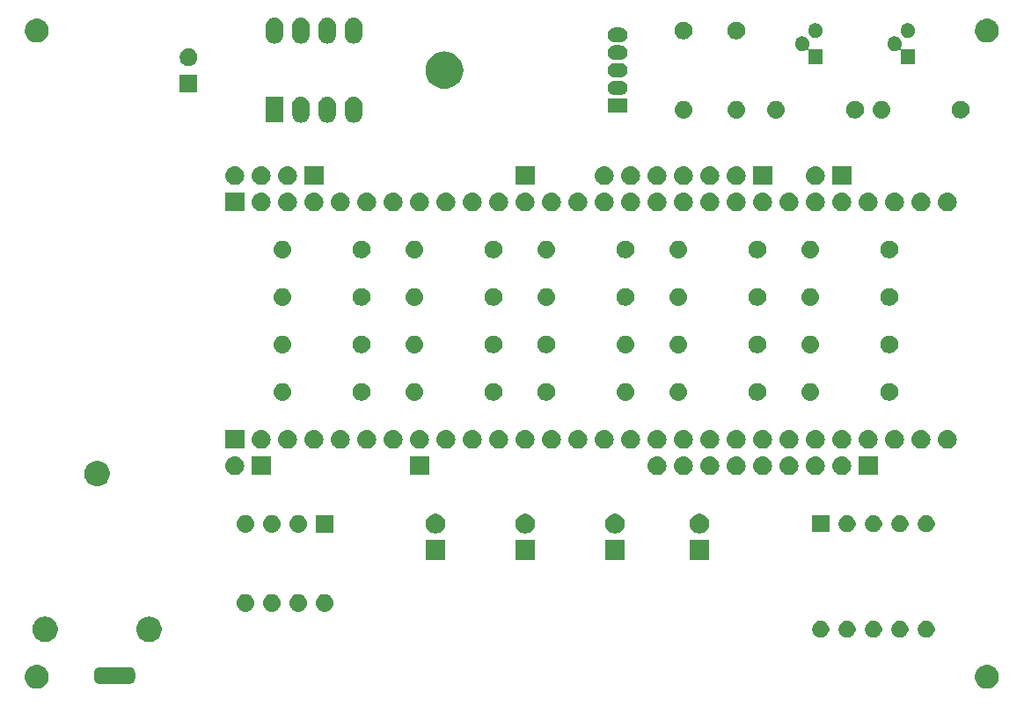
<source format=gbr>
G04 #@! TF.GenerationSoftware,KiCad,Pcbnew,(5.1.0-0)*
G04 #@! TF.CreationDate,2019-05-18T17:03:28+01:00*
G04 #@! TF.ProjectId,ac2-detpic-shield,6163322d-6465-4747-9069-632d73686965,rev?*
G04 #@! TF.SameCoordinates,Original*
G04 #@! TF.FileFunction,Soldermask,Bot*
G04 #@! TF.FilePolarity,Negative*
%FSLAX46Y46*%
G04 Gerber Fmt 4.6, Leading zero omitted, Abs format (unit mm)*
G04 Created by KiCad (PCBNEW (5.1.0-0)) date 2019-05-18 17:03:28*
%MOMM*%
%LPD*%
G04 APERTURE LIST*
%ADD10C,0.100000*%
G04 APERTURE END LIST*
D10*
G36*
X222474549Y-90311116D02*
G01*
X222585734Y-90333232D01*
X222795203Y-90419997D01*
X222983720Y-90545960D01*
X223144040Y-90706280D01*
X223270003Y-90894797D01*
X223356768Y-91104266D01*
X223401000Y-91326636D01*
X223401000Y-91553364D01*
X223356768Y-91775734D01*
X223270003Y-91985203D01*
X223144040Y-92173720D01*
X222983720Y-92334040D01*
X222795203Y-92460003D01*
X222585734Y-92546768D01*
X222474549Y-92568884D01*
X222363365Y-92591000D01*
X222136635Y-92591000D01*
X222025451Y-92568884D01*
X221914266Y-92546768D01*
X221704797Y-92460003D01*
X221516280Y-92334040D01*
X221355960Y-92173720D01*
X221229997Y-91985203D01*
X221143232Y-91775734D01*
X221099000Y-91553364D01*
X221099000Y-91326636D01*
X221143232Y-91104266D01*
X221229997Y-90894797D01*
X221355960Y-90706280D01*
X221516280Y-90545960D01*
X221704797Y-90419997D01*
X221914266Y-90333232D01*
X222025451Y-90311116D01*
X222136635Y-90289000D01*
X222363365Y-90289000D01*
X222474549Y-90311116D01*
X222474549Y-90311116D01*
G37*
G36*
X131034549Y-90311116D02*
G01*
X131145734Y-90333232D01*
X131355203Y-90419997D01*
X131543720Y-90545960D01*
X131704040Y-90706280D01*
X131830003Y-90894797D01*
X131916768Y-91104266D01*
X131961000Y-91326636D01*
X131961000Y-91553364D01*
X131916768Y-91775734D01*
X131830003Y-91985203D01*
X131704040Y-92173720D01*
X131543720Y-92334040D01*
X131355203Y-92460003D01*
X131145734Y-92546768D01*
X131034549Y-92568884D01*
X130923365Y-92591000D01*
X130696635Y-92591000D01*
X130585451Y-92568884D01*
X130474266Y-92546768D01*
X130264797Y-92460003D01*
X130076280Y-92334040D01*
X129915960Y-92173720D01*
X129789997Y-91985203D01*
X129703232Y-91775734D01*
X129659000Y-91553364D01*
X129659000Y-91326636D01*
X129703232Y-91104266D01*
X129789997Y-90894797D01*
X129915960Y-90706280D01*
X130076280Y-90545960D01*
X130264797Y-90419997D01*
X130474266Y-90333232D01*
X130585451Y-90311116D01*
X130696635Y-90289000D01*
X130923365Y-90289000D01*
X131034549Y-90311116D01*
X131034549Y-90311116D01*
G37*
G36*
X139830993Y-90510807D02*
G01*
X139930603Y-90541024D01*
X140022404Y-90590093D01*
X140102871Y-90656129D01*
X140168907Y-90736596D01*
X140217976Y-90828397D01*
X140248193Y-90928007D01*
X140259000Y-91037740D01*
X140259000Y-91588260D01*
X140248193Y-91697993D01*
X140217976Y-91797603D01*
X140168907Y-91889404D01*
X140102871Y-91969871D01*
X140022404Y-92035907D01*
X139930603Y-92084976D01*
X139830993Y-92115193D01*
X139721260Y-92126000D01*
X136884740Y-92126000D01*
X136775007Y-92115193D01*
X136675397Y-92084976D01*
X136583596Y-92035907D01*
X136503129Y-91969871D01*
X136437093Y-91889404D01*
X136388024Y-91797603D01*
X136357807Y-91697993D01*
X136347000Y-91588260D01*
X136347000Y-91037740D01*
X136357807Y-90928007D01*
X136388024Y-90828397D01*
X136437093Y-90736596D01*
X136503129Y-90656129D01*
X136583596Y-90590093D01*
X136675397Y-90541024D01*
X136775007Y-90510807D01*
X136884740Y-90500000D01*
X139721260Y-90500000D01*
X139830993Y-90510807D01*
X139830993Y-90510807D01*
G37*
G36*
X141843205Y-85670461D02*
G01*
X141961153Y-85693922D01*
X142053194Y-85732047D01*
X142183359Y-85785963D01*
X142383342Y-85919587D01*
X142553413Y-86089658D01*
X142687037Y-86289641D01*
X142711932Y-86349743D01*
X142779078Y-86511847D01*
X142826000Y-86747742D01*
X142826000Y-86988258D01*
X142779078Y-87224153D01*
X142767087Y-87253101D01*
X142687037Y-87446359D01*
X142553413Y-87646342D01*
X142383342Y-87816413D01*
X142183359Y-87950037D01*
X142053194Y-88003953D01*
X141961153Y-88042078D01*
X141843205Y-88065539D01*
X141725259Y-88089000D01*
X141484741Y-88089000D01*
X141248847Y-88042078D01*
X141156806Y-88003953D01*
X141026641Y-87950037D01*
X140826658Y-87816413D01*
X140656587Y-87646342D01*
X140522963Y-87446359D01*
X140442913Y-87253101D01*
X140430922Y-87224153D01*
X140384000Y-86988258D01*
X140384000Y-86747742D01*
X140430922Y-86511847D01*
X140498068Y-86349743D01*
X140522963Y-86289641D01*
X140656587Y-86089658D01*
X140826658Y-85919587D01*
X141026641Y-85785963D01*
X141156806Y-85732047D01*
X141248847Y-85693922D01*
X141366795Y-85670461D01*
X141484741Y-85647000D01*
X141725259Y-85647000D01*
X141843205Y-85670461D01*
X141843205Y-85670461D01*
G37*
G36*
X131843205Y-85670461D02*
G01*
X131961153Y-85693922D01*
X132053194Y-85732047D01*
X132183359Y-85785963D01*
X132383342Y-85919587D01*
X132553413Y-86089658D01*
X132687037Y-86289641D01*
X132711932Y-86349743D01*
X132779078Y-86511847D01*
X132826000Y-86747742D01*
X132826000Y-86988258D01*
X132779078Y-87224153D01*
X132767087Y-87253101D01*
X132687037Y-87446359D01*
X132553413Y-87646342D01*
X132383342Y-87816413D01*
X132183359Y-87950037D01*
X132053194Y-88003953D01*
X131961153Y-88042078D01*
X131843205Y-88065539D01*
X131725259Y-88089000D01*
X131484741Y-88089000D01*
X131248847Y-88042078D01*
X131156806Y-88003953D01*
X131026641Y-87950037D01*
X130826658Y-87816413D01*
X130656587Y-87646342D01*
X130522963Y-87446359D01*
X130442913Y-87253101D01*
X130430922Y-87224153D01*
X130384000Y-86988258D01*
X130384000Y-86747742D01*
X130430922Y-86511847D01*
X130498068Y-86349743D01*
X130522963Y-86289641D01*
X130656587Y-86089658D01*
X130826658Y-85919587D01*
X131026641Y-85785963D01*
X131156806Y-85732047D01*
X131248847Y-85693922D01*
X131366795Y-85670461D01*
X131484741Y-85647000D01*
X131725259Y-85647000D01*
X131843205Y-85670461D01*
X131843205Y-85670461D01*
G37*
G36*
X216645142Y-86086242D02*
G01*
X216793101Y-86147529D01*
X216926255Y-86236499D01*
X217039501Y-86349745D01*
X217128471Y-86482899D01*
X217189758Y-86630858D01*
X217221000Y-86787925D01*
X217221000Y-86948075D01*
X217189758Y-87105142D01*
X217128471Y-87253101D01*
X217039501Y-87386255D01*
X216926255Y-87499501D01*
X216793101Y-87588471D01*
X216645142Y-87649758D01*
X216488075Y-87681000D01*
X216327925Y-87681000D01*
X216170858Y-87649758D01*
X216022899Y-87588471D01*
X215889745Y-87499501D01*
X215776499Y-87386255D01*
X215687529Y-87253101D01*
X215626242Y-87105142D01*
X215595000Y-86948075D01*
X215595000Y-86787925D01*
X215626242Y-86630858D01*
X215687529Y-86482899D01*
X215776499Y-86349745D01*
X215889745Y-86236499D01*
X216022899Y-86147529D01*
X216170858Y-86086242D01*
X216327925Y-86055000D01*
X216488075Y-86055000D01*
X216645142Y-86086242D01*
X216645142Y-86086242D01*
G37*
G36*
X206485142Y-86086242D02*
G01*
X206633101Y-86147529D01*
X206766255Y-86236499D01*
X206879501Y-86349745D01*
X206968471Y-86482899D01*
X207029758Y-86630858D01*
X207061000Y-86787925D01*
X207061000Y-86948075D01*
X207029758Y-87105142D01*
X206968471Y-87253101D01*
X206879501Y-87386255D01*
X206766255Y-87499501D01*
X206633101Y-87588471D01*
X206485142Y-87649758D01*
X206328075Y-87681000D01*
X206167925Y-87681000D01*
X206010858Y-87649758D01*
X205862899Y-87588471D01*
X205729745Y-87499501D01*
X205616499Y-87386255D01*
X205527529Y-87253101D01*
X205466242Y-87105142D01*
X205435000Y-86948075D01*
X205435000Y-86787925D01*
X205466242Y-86630858D01*
X205527529Y-86482899D01*
X205616499Y-86349745D01*
X205729745Y-86236499D01*
X205862899Y-86147529D01*
X206010858Y-86086242D01*
X206167925Y-86055000D01*
X206328075Y-86055000D01*
X206485142Y-86086242D01*
X206485142Y-86086242D01*
G37*
G36*
X209025142Y-86086242D02*
G01*
X209173101Y-86147529D01*
X209306255Y-86236499D01*
X209419501Y-86349745D01*
X209508471Y-86482899D01*
X209569758Y-86630858D01*
X209601000Y-86787925D01*
X209601000Y-86948075D01*
X209569758Y-87105142D01*
X209508471Y-87253101D01*
X209419501Y-87386255D01*
X209306255Y-87499501D01*
X209173101Y-87588471D01*
X209025142Y-87649758D01*
X208868075Y-87681000D01*
X208707925Y-87681000D01*
X208550858Y-87649758D01*
X208402899Y-87588471D01*
X208269745Y-87499501D01*
X208156499Y-87386255D01*
X208067529Y-87253101D01*
X208006242Y-87105142D01*
X207975000Y-86948075D01*
X207975000Y-86787925D01*
X208006242Y-86630858D01*
X208067529Y-86482899D01*
X208156499Y-86349745D01*
X208269745Y-86236499D01*
X208402899Y-86147529D01*
X208550858Y-86086242D01*
X208707925Y-86055000D01*
X208868075Y-86055000D01*
X209025142Y-86086242D01*
X209025142Y-86086242D01*
G37*
G36*
X211565142Y-86086242D02*
G01*
X211713101Y-86147529D01*
X211846255Y-86236499D01*
X211959501Y-86349745D01*
X212048471Y-86482899D01*
X212109758Y-86630858D01*
X212141000Y-86787925D01*
X212141000Y-86948075D01*
X212109758Y-87105142D01*
X212048471Y-87253101D01*
X211959501Y-87386255D01*
X211846255Y-87499501D01*
X211713101Y-87588471D01*
X211565142Y-87649758D01*
X211408075Y-87681000D01*
X211247925Y-87681000D01*
X211090858Y-87649758D01*
X210942899Y-87588471D01*
X210809745Y-87499501D01*
X210696499Y-87386255D01*
X210607529Y-87253101D01*
X210546242Y-87105142D01*
X210515000Y-86948075D01*
X210515000Y-86787925D01*
X210546242Y-86630858D01*
X210607529Y-86482899D01*
X210696499Y-86349745D01*
X210809745Y-86236499D01*
X210942899Y-86147529D01*
X211090858Y-86086242D01*
X211247925Y-86055000D01*
X211408075Y-86055000D01*
X211565142Y-86086242D01*
X211565142Y-86086242D01*
G37*
G36*
X214105142Y-86086242D02*
G01*
X214253101Y-86147529D01*
X214386255Y-86236499D01*
X214499501Y-86349745D01*
X214588471Y-86482899D01*
X214649758Y-86630858D01*
X214681000Y-86787925D01*
X214681000Y-86948075D01*
X214649758Y-87105142D01*
X214588471Y-87253101D01*
X214499501Y-87386255D01*
X214386255Y-87499501D01*
X214253101Y-87588471D01*
X214105142Y-87649758D01*
X213948075Y-87681000D01*
X213787925Y-87681000D01*
X213630858Y-87649758D01*
X213482899Y-87588471D01*
X213349745Y-87499501D01*
X213236499Y-87386255D01*
X213147529Y-87253101D01*
X213086242Y-87105142D01*
X213055000Y-86948075D01*
X213055000Y-86787925D01*
X213086242Y-86630858D01*
X213147529Y-86482899D01*
X213236499Y-86349745D01*
X213349745Y-86236499D01*
X213482899Y-86147529D01*
X213630858Y-86086242D01*
X213787925Y-86055000D01*
X213948075Y-86055000D01*
X214105142Y-86086242D01*
X214105142Y-86086242D01*
G37*
G36*
X156122823Y-83489313D02*
G01*
X156283242Y-83537976D01*
X156415906Y-83608886D01*
X156431078Y-83616996D01*
X156560659Y-83723341D01*
X156667004Y-83852922D01*
X156667005Y-83852924D01*
X156746024Y-84000758D01*
X156794687Y-84161177D01*
X156811117Y-84328000D01*
X156794687Y-84494823D01*
X156746024Y-84655242D01*
X156675114Y-84787906D01*
X156667004Y-84803078D01*
X156560659Y-84932659D01*
X156431078Y-85039004D01*
X156431076Y-85039005D01*
X156283242Y-85118024D01*
X156122823Y-85166687D01*
X155997804Y-85179000D01*
X155914196Y-85179000D01*
X155789177Y-85166687D01*
X155628758Y-85118024D01*
X155480924Y-85039005D01*
X155480922Y-85039004D01*
X155351341Y-84932659D01*
X155244996Y-84803078D01*
X155236886Y-84787906D01*
X155165976Y-84655242D01*
X155117313Y-84494823D01*
X155100883Y-84328000D01*
X155117313Y-84161177D01*
X155165976Y-84000758D01*
X155244995Y-83852924D01*
X155244996Y-83852922D01*
X155351341Y-83723341D01*
X155480922Y-83616996D01*
X155496094Y-83608886D01*
X155628758Y-83537976D01*
X155789177Y-83489313D01*
X155914196Y-83477000D01*
X155997804Y-83477000D01*
X156122823Y-83489313D01*
X156122823Y-83489313D01*
G37*
G36*
X151042823Y-83489313D02*
G01*
X151203242Y-83537976D01*
X151335906Y-83608886D01*
X151351078Y-83616996D01*
X151480659Y-83723341D01*
X151587004Y-83852922D01*
X151587005Y-83852924D01*
X151666024Y-84000758D01*
X151714687Y-84161177D01*
X151731117Y-84328000D01*
X151714687Y-84494823D01*
X151666024Y-84655242D01*
X151595114Y-84787906D01*
X151587004Y-84803078D01*
X151480659Y-84932659D01*
X151351078Y-85039004D01*
X151351076Y-85039005D01*
X151203242Y-85118024D01*
X151042823Y-85166687D01*
X150917804Y-85179000D01*
X150834196Y-85179000D01*
X150709177Y-85166687D01*
X150548758Y-85118024D01*
X150400924Y-85039005D01*
X150400922Y-85039004D01*
X150271341Y-84932659D01*
X150164996Y-84803078D01*
X150156886Y-84787906D01*
X150085976Y-84655242D01*
X150037313Y-84494823D01*
X150020883Y-84328000D01*
X150037313Y-84161177D01*
X150085976Y-84000758D01*
X150164995Y-83852924D01*
X150164996Y-83852922D01*
X150271341Y-83723341D01*
X150400922Y-83616996D01*
X150416094Y-83608886D01*
X150548758Y-83537976D01*
X150709177Y-83489313D01*
X150834196Y-83477000D01*
X150917804Y-83477000D01*
X151042823Y-83489313D01*
X151042823Y-83489313D01*
G37*
G36*
X158662823Y-83489313D02*
G01*
X158823242Y-83537976D01*
X158955906Y-83608886D01*
X158971078Y-83616996D01*
X159100659Y-83723341D01*
X159207004Y-83852922D01*
X159207005Y-83852924D01*
X159286024Y-84000758D01*
X159334687Y-84161177D01*
X159351117Y-84328000D01*
X159334687Y-84494823D01*
X159286024Y-84655242D01*
X159215114Y-84787906D01*
X159207004Y-84803078D01*
X159100659Y-84932659D01*
X158971078Y-85039004D01*
X158971076Y-85039005D01*
X158823242Y-85118024D01*
X158662823Y-85166687D01*
X158537804Y-85179000D01*
X158454196Y-85179000D01*
X158329177Y-85166687D01*
X158168758Y-85118024D01*
X158020924Y-85039005D01*
X158020922Y-85039004D01*
X157891341Y-84932659D01*
X157784996Y-84803078D01*
X157776886Y-84787906D01*
X157705976Y-84655242D01*
X157657313Y-84494823D01*
X157640883Y-84328000D01*
X157657313Y-84161177D01*
X157705976Y-84000758D01*
X157784995Y-83852924D01*
X157784996Y-83852922D01*
X157891341Y-83723341D01*
X158020922Y-83616996D01*
X158036094Y-83608886D01*
X158168758Y-83537976D01*
X158329177Y-83489313D01*
X158454196Y-83477000D01*
X158537804Y-83477000D01*
X158662823Y-83489313D01*
X158662823Y-83489313D01*
G37*
G36*
X153582823Y-83489313D02*
G01*
X153743242Y-83537976D01*
X153875906Y-83608886D01*
X153891078Y-83616996D01*
X154020659Y-83723341D01*
X154127004Y-83852922D01*
X154127005Y-83852924D01*
X154206024Y-84000758D01*
X154254687Y-84161177D01*
X154271117Y-84328000D01*
X154254687Y-84494823D01*
X154206024Y-84655242D01*
X154135114Y-84787906D01*
X154127004Y-84803078D01*
X154020659Y-84932659D01*
X153891078Y-85039004D01*
X153891076Y-85039005D01*
X153743242Y-85118024D01*
X153582823Y-85166687D01*
X153457804Y-85179000D01*
X153374196Y-85179000D01*
X153249177Y-85166687D01*
X153088758Y-85118024D01*
X152940924Y-85039005D01*
X152940922Y-85039004D01*
X152811341Y-84932659D01*
X152704996Y-84803078D01*
X152696886Y-84787906D01*
X152625976Y-84655242D01*
X152577313Y-84494823D01*
X152560883Y-84328000D01*
X152577313Y-84161177D01*
X152625976Y-84000758D01*
X152704995Y-83852924D01*
X152704996Y-83852922D01*
X152811341Y-83723341D01*
X152940922Y-83616996D01*
X152956094Y-83608886D01*
X153088758Y-83537976D01*
X153249177Y-83489313D01*
X153374196Y-83477000D01*
X153457804Y-83477000D01*
X153582823Y-83489313D01*
X153582823Y-83489313D01*
G37*
G36*
X170115000Y-80199000D02*
G01*
X168213000Y-80199000D01*
X168213000Y-78297000D01*
X170115000Y-78297000D01*
X170115000Y-80199000D01*
X170115000Y-80199000D01*
G37*
G36*
X178751000Y-80199000D02*
G01*
X176849000Y-80199000D01*
X176849000Y-78297000D01*
X178751000Y-78297000D01*
X178751000Y-80199000D01*
X178751000Y-80199000D01*
G37*
G36*
X187387000Y-80199000D02*
G01*
X185485000Y-80199000D01*
X185485000Y-78297000D01*
X187387000Y-78297000D01*
X187387000Y-80199000D01*
X187387000Y-80199000D01*
G37*
G36*
X195515000Y-80199000D02*
G01*
X193613000Y-80199000D01*
X193613000Y-78297000D01*
X195515000Y-78297000D01*
X195515000Y-80199000D01*
X195515000Y-80199000D01*
G37*
G36*
X194841395Y-75793546D02*
G01*
X195014466Y-75865234D01*
X195020572Y-75869314D01*
X195170227Y-75969310D01*
X195302690Y-76101773D01*
X195355081Y-76180182D01*
X195406766Y-76257534D01*
X195478454Y-76430605D01*
X195515000Y-76614333D01*
X195515000Y-76801667D01*
X195478454Y-76985395D01*
X195406766Y-77158466D01*
X195406765Y-77158467D01*
X195302690Y-77314227D01*
X195170227Y-77446690D01*
X195105772Y-77489757D01*
X195014466Y-77550766D01*
X194841395Y-77622454D01*
X194657667Y-77659000D01*
X194470333Y-77659000D01*
X194286605Y-77622454D01*
X194113534Y-77550766D01*
X194022228Y-77489757D01*
X193957773Y-77446690D01*
X193825310Y-77314227D01*
X193721235Y-77158467D01*
X193721234Y-77158466D01*
X193649546Y-76985395D01*
X193613000Y-76801667D01*
X193613000Y-76614333D01*
X193649546Y-76430605D01*
X193721234Y-76257534D01*
X193772919Y-76180182D01*
X193825310Y-76101773D01*
X193957773Y-75969310D01*
X194107428Y-75869314D01*
X194113534Y-75865234D01*
X194286605Y-75793546D01*
X194470333Y-75757000D01*
X194657667Y-75757000D01*
X194841395Y-75793546D01*
X194841395Y-75793546D01*
G37*
G36*
X186713395Y-75793546D02*
G01*
X186886466Y-75865234D01*
X186892572Y-75869314D01*
X187042227Y-75969310D01*
X187174690Y-76101773D01*
X187227081Y-76180182D01*
X187278766Y-76257534D01*
X187350454Y-76430605D01*
X187387000Y-76614333D01*
X187387000Y-76801667D01*
X187350454Y-76985395D01*
X187278766Y-77158466D01*
X187278765Y-77158467D01*
X187174690Y-77314227D01*
X187042227Y-77446690D01*
X186977772Y-77489757D01*
X186886466Y-77550766D01*
X186713395Y-77622454D01*
X186529667Y-77659000D01*
X186342333Y-77659000D01*
X186158605Y-77622454D01*
X185985534Y-77550766D01*
X185894228Y-77489757D01*
X185829773Y-77446690D01*
X185697310Y-77314227D01*
X185593235Y-77158467D01*
X185593234Y-77158466D01*
X185521546Y-76985395D01*
X185485000Y-76801667D01*
X185485000Y-76614333D01*
X185521546Y-76430605D01*
X185593234Y-76257534D01*
X185644919Y-76180182D01*
X185697310Y-76101773D01*
X185829773Y-75969310D01*
X185979428Y-75869314D01*
X185985534Y-75865234D01*
X186158605Y-75793546D01*
X186342333Y-75757000D01*
X186529667Y-75757000D01*
X186713395Y-75793546D01*
X186713395Y-75793546D01*
G37*
G36*
X178077395Y-75793546D02*
G01*
X178250466Y-75865234D01*
X178256572Y-75869314D01*
X178406227Y-75969310D01*
X178538690Y-76101773D01*
X178591081Y-76180182D01*
X178642766Y-76257534D01*
X178714454Y-76430605D01*
X178751000Y-76614333D01*
X178751000Y-76801667D01*
X178714454Y-76985395D01*
X178642766Y-77158466D01*
X178642765Y-77158467D01*
X178538690Y-77314227D01*
X178406227Y-77446690D01*
X178341772Y-77489757D01*
X178250466Y-77550766D01*
X178077395Y-77622454D01*
X177893667Y-77659000D01*
X177706333Y-77659000D01*
X177522605Y-77622454D01*
X177349534Y-77550766D01*
X177258228Y-77489757D01*
X177193773Y-77446690D01*
X177061310Y-77314227D01*
X176957235Y-77158467D01*
X176957234Y-77158466D01*
X176885546Y-76985395D01*
X176849000Y-76801667D01*
X176849000Y-76614333D01*
X176885546Y-76430605D01*
X176957234Y-76257534D01*
X177008919Y-76180182D01*
X177061310Y-76101773D01*
X177193773Y-75969310D01*
X177343428Y-75869314D01*
X177349534Y-75865234D01*
X177522605Y-75793546D01*
X177706333Y-75757000D01*
X177893667Y-75757000D01*
X178077395Y-75793546D01*
X178077395Y-75793546D01*
G37*
G36*
X169441395Y-75793546D02*
G01*
X169614466Y-75865234D01*
X169620572Y-75869314D01*
X169770227Y-75969310D01*
X169902690Y-76101773D01*
X169955081Y-76180182D01*
X170006766Y-76257534D01*
X170078454Y-76430605D01*
X170115000Y-76614333D01*
X170115000Y-76801667D01*
X170078454Y-76985395D01*
X170006766Y-77158466D01*
X170006765Y-77158467D01*
X169902690Y-77314227D01*
X169770227Y-77446690D01*
X169705772Y-77489757D01*
X169614466Y-77550766D01*
X169441395Y-77622454D01*
X169257667Y-77659000D01*
X169070333Y-77659000D01*
X168886605Y-77622454D01*
X168713534Y-77550766D01*
X168622228Y-77489757D01*
X168557773Y-77446690D01*
X168425310Y-77314227D01*
X168321235Y-77158467D01*
X168321234Y-77158466D01*
X168249546Y-76985395D01*
X168213000Y-76801667D01*
X168213000Y-76614333D01*
X168249546Y-76430605D01*
X168321234Y-76257534D01*
X168372919Y-76180182D01*
X168425310Y-76101773D01*
X168557773Y-75969310D01*
X168707428Y-75869314D01*
X168713534Y-75865234D01*
X168886605Y-75793546D01*
X169070333Y-75757000D01*
X169257667Y-75757000D01*
X169441395Y-75793546D01*
X169441395Y-75793546D01*
G37*
G36*
X159347000Y-77559000D02*
G01*
X157645000Y-77559000D01*
X157645000Y-75857000D01*
X159347000Y-75857000D01*
X159347000Y-77559000D01*
X159347000Y-77559000D01*
G37*
G36*
X156122823Y-75869313D02*
G01*
X156283242Y-75917976D01*
X156379279Y-75969309D01*
X156431078Y-75996996D01*
X156560659Y-76103341D01*
X156667004Y-76232922D01*
X156667005Y-76232924D01*
X156746024Y-76380758D01*
X156794687Y-76541177D01*
X156811117Y-76708000D01*
X156794687Y-76874823D01*
X156746024Y-77035242D01*
X156680159Y-77158466D01*
X156667004Y-77183078D01*
X156560659Y-77312659D01*
X156431078Y-77419004D01*
X156431076Y-77419005D01*
X156283242Y-77498024D01*
X156122823Y-77546687D01*
X155997804Y-77559000D01*
X155914196Y-77559000D01*
X155789177Y-77546687D01*
X155628758Y-77498024D01*
X155480924Y-77419005D01*
X155480922Y-77419004D01*
X155351341Y-77312659D01*
X155244996Y-77183078D01*
X155231841Y-77158466D01*
X155165976Y-77035242D01*
X155117313Y-76874823D01*
X155100883Y-76708000D01*
X155117313Y-76541177D01*
X155165976Y-76380758D01*
X155244995Y-76232924D01*
X155244996Y-76232922D01*
X155351341Y-76103341D01*
X155480922Y-75996996D01*
X155532721Y-75969309D01*
X155628758Y-75917976D01*
X155789177Y-75869313D01*
X155914196Y-75857000D01*
X155997804Y-75857000D01*
X156122823Y-75869313D01*
X156122823Y-75869313D01*
G37*
G36*
X153582823Y-75869313D02*
G01*
X153743242Y-75917976D01*
X153839279Y-75969309D01*
X153891078Y-75996996D01*
X154020659Y-76103341D01*
X154127004Y-76232922D01*
X154127005Y-76232924D01*
X154206024Y-76380758D01*
X154254687Y-76541177D01*
X154271117Y-76708000D01*
X154254687Y-76874823D01*
X154206024Y-77035242D01*
X154140159Y-77158466D01*
X154127004Y-77183078D01*
X154020659Y-77312659D01*
X153891078Y-77419004D01*
X153891076Y-77419005D01*
X153743242Y-77498024D01*
X153582823Y-77546687D01*
X153457804Y-77559000D01*
X153374196Y-77559000D01*
X153249177Y-77546687D01*
X153088758Y-77498024D01*
X152940924Y-77419005D01*
X152940922Y-77419004D01*
X152811341Y-77312659D01*
X152704996Y-77183078D01*
X152691841Y-77158466D01*
X152625976Y-77035242D01*
X152577313Y-76874823D01*
X152560883Y-76708000D01*
X152577313Y-76541177D01*
X152625976Y-76380758D01*
X152704995Y-76232924D01*
X152704996Y-76232922D01*
X152811341Y-76103341D01*
X152940922Y-75996996D01*
X152992721Y-75969309D01*
X153088758Y-75917976D01*
X153249177Y-75869313D01*
X153374196Y-75857000D01*
X153457804Y-75857000D01*
X153582823Y-75869313D01*
X153582823Y-75869313D01*
G37*
G36*
X151042823Y-75869313D02*
G01*
X151203242Y-75917976D01*
X151299279Y-75969309D01*
X151351078Y-75996996D01*
X151480659Y-76103341D01*
X151587004Y-76232922D01*
X151587005Y-76232924D01*
X151666024Y-76380758D01*
X151714687Y-76541177D01*
X151731117Y-76708000D01*
X151714687Y-76874823D01*
X151666024Y-77035242D01*
X151600159Y-77158466D01*
X151587004Y-77183078D01*
X151480659Y-77312659D01*
X151351078Y-77419004D01*
X151351076Y-77419005D01*
X151203242Y-77498024D01*
X151042823Y-77546687D01*
X150917804Y-77559000D01*
X150834196Y-77559000D01*
X150709177Y-77546687D01*
X150548758Y-77498024D01*
X150400924Y-77419005D01*
X150400922Y-77419004D01*
X150271341Y-77312659D01*
X150164996Y-77183078D01*
X150151841Y-77158466D01*
X150085976Y-77035242D01*
X150037313Y-76874823D01*
X150020883Y-76708000D01*
X150037313Y-76541177D01*
X150085976Y-76380758D01*
X150164995Y-76232924D01*
X150164996Y-76232922D01*
X150271341Y-76103341D01*
X150400922Y-75996996D01*
X150452721Y-75969309D01*
X150548758Y-75917976D01*
X150709177Y-75869313D01*
X150834196Y-75857000D01*
X150917804Y-75857000D01*
X151042823Y-75869313D01*
X151042823Y-75869313D01*
G37*
G36*
X207061000Y-77521000D02*
G01*
X205435000Y-77521000D01*
X205435000Y-75895000D01*
X207061000Y-75895000D01*
X207061000Y-77521000D01*
X207061000Y-77521000D01*
G37*
G36*
X209025142Y-75926242D02*
G01*
X209173101Y-75987529D01*
X209306255Y-76076499D01*
X209419501Y-76189745D01*
X209508471Y-76322899D01*
X209569758Y-76470858D01*
X209601000Y-76627925D01*
X209601000Y-76788075D01*
X209569758Y-76945142D01*
X209508471Y-77093101D01*
X209419501Y-77226255D01*
X209306255Y-77339501D01*
X209173101Y-77428471D01*
X209025142Y-77489758D01*
X208868075Y-77521000D01*
X208707925Y-77521000D01*
X208550858Y-77489758D01*
X208402899Y-77428471D01*
X208269745Y-77339501D01*
X208156499Y-77226255D01*
X208067529Y-77093101D01*
X208006242Y-76945142D01*
X207975000Y-76788075D01*
X207975000Y-76627925D01*
X208006242Y-76470858D01*
X208067529Y-76322899D01*
X208156499Y-76189745D01*
X208269745Y-76076499D01*
X208402899Y-75987529D01*
X208550858Y-75926242D01*
X208707925Y-75895000D01*
X208868075Y-75895000D01*
X209025142Y-75926242D01*
X209025142Y-75926242D01*
G37*
G36*
X211565142Y-75926242D02*
G01*
X211713101Y-75987529D01*
X211846255Y-76076499D01*
X211959501Y-76189745D01*
X212048471Y-76322899D01*
X212109758Y-76470858D01*
X212141000Y-76627925D01*
X212141000Y-76788075D01*
X212109758Y-76945142D01*
X212048471Y-77093101D01*
X211959501Y-77226255D01*
X211846255Y-77339501D01*
X211713101Y-77428471D01*
X211565142Y-77489758D01*
X211408075Y-77521000D01*
X211247925Y-77521000D01*
X211090858Y-77489758D01*
X210942899Y-77428471D01*
X210809745Y-77339501D01*
X210696499Y-77226255D01*
X210607529Y-77093101D01*
X210546242Y-76945142D01*
X210515000Y-76788075D01*
X210515000Y-76627925D01*
X210546242Y-76470858D01*
X210607529Y-76322899D01*
X210696499Y-76189745D01*
X210809745Y-76076499D01*
X210942899Y-75987529D01*
X211090858Y-75926242D01*
X211247925Y-75895000D01*
X211408075Y-75895000D01*
X211565142Y-75926242D01*
X211565142Y-75926242D01*
G37*
G36*
X214105142Y-75926242D02*
G01*
X214253101Y-75987529D01*
X214386255Y-76076499D01*
X214499501Y-76189745D01*
X214588471Y-76322899D01*
X214649758Y-76470858D01*
X214681000Y-76627925D01*
X214681000Y-76788075D01*
X214649758Y-76945142D01*
X214588471Y-77093101D01*
X214499501Y-77226255D01*
X214386255Y-77339501D01*
X214253101Y-77428471D01*
X214105142Y-77489758D01*
X213948075Y-77521000D01*
X213787925Y-77521000D01*
X213630858Y-77489758D01*
X213482899Y-77428471D01*
X213349745Y-77339501D01*
X213236499Y-77226255D01*
X213147529Y-77093101D01*
X213086242Y-76945142D01*
X213055000Y-76788075D01*
X213055000Y-76627925D01*
X213086242Y-76470858D01*
X213147529Y-76322899D01*
X213236499Y-76189745D01*
X213349745Y-76076499D01*
X213482899Y-75987529D01*
X213630858Y-75926242D01*
X213787925Y-75895000D01*
X213948075Y-75895000D01*
X214105142Y-75926242D01*
X214105142Y-75926242D01*
G37*
G36*
X216645142Y-75926242D02*
G01*
X216793101Y-75987529D01*
X216926255Y-76076499D01*
X217039501Y-76189745D01*
X217128471Y-76322899D01*
X217189758Y-76470858D01*
X217221000Y-76627925D01*
X217221000Y-76788075D01*
X217189758Y-76945142D01*
X217128471Y-77093101D01*
X217039501Y-77226255D01*
X216926255Y-77339501D01*
X216793101Y-77428471D01*
X216645142Y-77489758D01*
X216488075Y-77521000D01*
X216327925Y-77521000D01*
X216170858Y-77489758D01*
X216022899Y-77428471D01*
X215889745Y-77339501D01*
X215776499Y-77226255D01*
X215687529Y-77093101D01*
X215626242Y-76945142D01*
X215595000Y-76788075D01*
X215595000Y-76627925D01*
X215626242Y-76470858D01*
X215687529Y-76322899D01*
X215776499Y-76189745D01*
X215889745Y-76076499D01*
X216022899Y-75987529D01*
X216170858Y-75926242D01*
X216327925Y-75895000D01*
X216488075Y-75895000D01*
X216645142Y-75926242D01*
X216645142Y-75926242D01*
G37*
G36*
X136961153Y-70693922D02*
G01*
X137053194Y-70732047D01*
X137183359Y-70785963D01*
X137383342Y-70919587D01*
X137553413Y-71089658D01*
X137687037Y-71289641D01*
X137779078Y-71511848D01*
X137826000Y-71747741D01*
X137826000Y-71988259D01*
X137779078Y-72224152D01*
X137687037Y-72446359D01*
X137553413Y-72646342D01*
X137383342Y-72816413D01*
X137183359Y-72950037D01*
X137053194Y-73003953D01*
X136961153Y-73042078D01*
X136843205Y-73065539D01*
X136725259Y-73089000D01*
X136484741Y-73089000D01*
X136366795Y-73065539D01*
X136248847Y-73042078D01*
X136156806Y-73003953D01*
X136026641Y-72950037D01*
X135826658Y-72816413D01*
X135656587Y-72646342D01*
X135522963Y-72446359D01*
X135430922Y-72224152D01*
X135384000Y-71988259D01*
X135384000Y-71747741D01*
X135430922Y-71511848D01*
X135522963Y-71289641D01*
X135656587Y-71089658D01*
X135826658Y-70919587D01*
X136026641Y-70785963D01*
X136156806Y-70732047D01*
X136248847Y-70693922D01*
X136484741Y-70647000D01*
X136725259Y-70647000D01*
X136961153Y-70693922D01*
X136961153Y-70693922D01*
G37*
G36*
X153301000Y-72021000D02*
G01*
X151499000Y-72021000D01*
X151499000Y-70219000D01*
X153301000Y-70219000D01*
X153301000Y-72021000D01*
X153301000Y-72021000D01*
G37*
G36*
X203310442Y-70225518D02*
G01*
X203376627Y-70232037D01*
X203546466Y-70283557D01*
X203702991Y-70367222D01*
X203738729Y-70396552D01*
X203840186Y-70479814D01*
X203923448Y-70581271D01*
X203952778Y-70617009D01*
X204036443Y-70773534D01*
X204087963Y-70943373D01*
X204105359Y-71120000D01*
X204087963Y-71296627D01*
X204036443Y-71466466D01*
X203952778Y-71622991D01*
X203923448Y-71658729D01*
X203840186Y-71760186D01*
X203738729Y-71843448D01*
X203702991Y-71872778D01*
X203546466Y-71956443D01*
X203376627Y-72007963D01*
X203310443Y-72014481D01*
X203244260Y-72021000D01*
X203155740Y-72021000D01*
X203089557Y-72014481D01*
X203023373Y-72007963D01*
X202853534Y-71956443D01*
X202697009Y-71872778D01*
X202661271Y-71843448D01*
X202559814Y-71760186D01*
X202476552Y-71658729D01*
X202447222Y-71622991D01*
X202363557Y-71466466D01*
X202312037Y-71296627D01*
X202294641Y-71120000D01*
X202312037Y-70943373D01*
X202363557Y-70773534D01*
X202447222Y-70617009D01*
X202476552Y-70581271D01*
X202559814Y-70479814D01*
X202661271Y-70396552D01*
X202697009Y-70367222D01*
X202853534Y-70283557D01*
X203023373Y-70232037D01*
X203089558Y-70225518D01*
X203155740Y-70219000D01*
X203244260Y-70219000D01*
X203310442Y-70225518D01*
X203310442Y-70225518D01*
G37*
G36*
X211721000Y-72021000D02*
G01*
X209919000Y-72021000D01*
X209919000Y-70219000D01*
X211721000Y-70219000D01*
X211721000Y-72021000D01*
X211721000Y-72021000D01*
G37*
G36*
X208390442Y-70225518D02*
G01*
X208456627Y-70232037D01*
X208626466Y-70283557D01*
X208782991Y-70367222D01*
X208818729Y-70396552D01*
X208920186Y-70479814D01*
X209003448Y-70581271D01*
X209032778Y-70617009D01*
X209116443Y-70773534D01*
X209167963Y-70943373D01*
X209185359Y-71120000D01*
X209167963Y-71296627D01*
X209116443Y-71466466D01*
X209032778Y-71622991D01*
X209003448Y-71658729D01*
X208920186Y-71760186D01*
X208818729Y-71843448D01*
X208782991Y-71872778D01*
X208626466Y-71956443D01*
X208456627Y-72007963D01*
X208390443Y-72014481D01*
X208324260Y-72021000D01*
X208235740Y-72021000D01*
X208169557Y-72014481D01*
X208103373Y-72007963D01*
X207933534Y-71956443D01*
X207777009Y-71872778D01*
X207741271Y-71843448D01*
X207639814Y-71760186D01*
X207556552Y-71658729D01*
X207527222Y-71622991D01*
X207443557Y-71466466D01*
X207392037Y-71296627D01*
X207374641Y-71120000D01*
X207392037Y-70943373D01*
X207443557Y-70773534D01*
X207527222Y-70617009D01*
X207556552Y-70581271D01*
X207639814Y-70479814D01*
X207741271Y-70396552D01*
X207777009Y-70367222D01*
X207933534Y-70283557D01*
X208103373Y-70232037D01*
X208169558Y-70225518D01*
X208235740Y-70219000D01*
X208324260Y-70219000D01*
X208390442Y-70225518D01*
X208390442Y-70225518D01*
G37*
G36*
X205850442Y-70225518D02*
G01*
X205916627Y-70232037D01*
X206086466Y-70283557D01*
X206242991Y-70367222D01*
X206278729Y-70396552D01*
X206380186Y-70479814D01*
X206463448Y-70581271D01*
X206492778Y-70617009D01*
X206576443Y-70773534D01*
X206627963Y-70943373D01*
X206645359Y-71120000D01*
X206627963Y-71296627D01*
X206576443Y-71466466D01*
X206492778Y-71622991D01*
X206463448Y-71658729D01*
X206380186Y-71760186D01*
X206278729Y-71843448D01*
X206242991Y-71872778D01*
X206086466Y-71956443D01*
X205916627Y-72007963D01*
X205850443Y-72014481D01*
X205784260Y-72021000D01*
X205695740Y-72021000D01*
X205629557Y-72014481D01*
X205563373Y-72007963D01*
X205393534Y-71956443D01*
X205237009Y-71872778D01*
X205201271Y-71843448D01*
X205099814Y-71760186D01*
X205016552Y-71658729D01*
X204987222Y-71622991D01*
X204903557Y-71466466D01*
X204852037Y-71296627D01*
X204834641Y-71120000D01*
X204852037Y-70943373D01*
X204903557Y-70773534D01*
X204987222Y-70617009D01*
X205016552Y-70581271D01*
X205099814Y-70479814D01*
X205201271Y-70396552D01*
X205237009Y-70367222D01*
X205393534Y-70283557D01*
X205563373Y-70232037D01*
X205629558Y-70225518D01*
X205695740Y-70219000D01*
X205784260Y-70219000D01*
X205850442Y-70225518D01*
X205850442Y-70225518D01*
G37*
G36*
X200770442Y-70225518D02*
G01*
X200836627Y-70232037D01*
X201006466Y-70283557D01*
X201162991Y-70367222D01*
X201198729Y-70396552D01*
X201300186Y-70479814D01*
X201383448Y-70581271D01*
X201412778Y-70617009D01*
X201496443Y-70773534D01*
X201547963Y-70943373D01*
X201565359Y-71120000D01*
X201547963Y-71296627D01*
X201496443Y-71466466D01*
X201412778Y-71622991D01*
X201383448Y-71658729D01*
X201300186Y-71760186D01*
X201198729Y-71843448D01*
X201162991Y-71872778D01*
X201006466Y-71956443D01*
X200836627Y-72007963D01*
X200770443Y-72014481D01*
X200704260Y-72021000D01*
X200615740Y-72021000D01*
X200549557Y-72014481D01*
X200483373Y-72007963D01*
X200313534Y-71956443D01*
X200157009Y-71872778D01*
X200121271Y-71843448D01*
X200019814Y-71760186D01*
X199936552Y-71658729D01*
X199907222Y-71622991D01*
X199823557Y-71466466D01*
X199772037Y-71296627D01*
X199754641Y-71120000D01*
X199772037Y-70943373D01*
X199823557Y-70773534D01*
X199907222Y-70617009D01*
X199936552Y-70581271D01*
X200019814Y-70479814D01*
X200121271Y-70396552D01*
X200157009Y-70367222D01*
X200313534Y-70283557D01*
X200483373Y-70232037D01*
X200549558Y-70225518D01*
X200615740Y-70219000D01*
X200704260Y-70219000D01*
X200770442Y-70225518D01*
X200770442Y-70225518D01*
G37*
G36*
X198230442Y-70225518D02*
G01*
X198296627Y-70232037D01*
X198466466Y-70283557D01*
X198622991Y-70367222D01*
X198658729Y-70396552D01*
X198760186Y-70479814D01*
X198843448Y-70581271D01*
X198872778Y-70617009D01*
X198956443Y-70773534D01*
X199007963Y-70943373D01*
X199025359Y-71120000D01*
X199007963Y-71296627D01*
X198956443Y-71466466D01*
X198872778Y-71622991D01*
X198843448Y-71658729D01*
X198760186Y-71760186D01*
X198658729Y-71843448D01*
X198622991Y-71872778D01*
X198466466Y-71956443D01*
X198296627Y-72007963D01*
X198230443Y-72014481D01*
X198164260Y-72021000D01*
X198075740Y-72021000D01*
X198009557Y-72014481D01*
X197943373Y-72007963D01*
X197773534Y-71956443D01*
X197617009Y-71872778D01*
X197581271Y-71843448D01*
X197479814Y-71760186D01*
X197396552Y-71658729D01*
X197367222Y-71622991D01*
X197283557Y-71466466D01*
X197232037Y-71296627D01*
X197214641Y-71120000D01*
X197232037Y-70943373D01*
X197283557Y-70773534D01*
X197367222Y-70617009D01*
X197396552Y-70581271D01*
X197479814Y-70479814D01*
X197581271Y-70396552D01*
X197617009Y-70367222D01*
X197773534Y-70283557D01*
X197943373Y-70232037D01*
X198009558Y-70225518D01*
X198075740Y-70219000D01*
X198164260Y-70219000D01*
X198230442Y-70225518D01*
X198230442Y-70225518D01*
G37*
G36*
X195690442Y-70225518D02*
G01*
X195756627Y-70232037D01*
X195926466Y-70283557D01*
X196082991Y-70367222D01*
X196118729Y-70396552D01*
X196220186Y-70479814D01*
X196303448Y-70581271D01*
X196332778Y-70617009D01*
X196416443Y-70773534D01*
X196467963Y-70943373D01*
X196485359Y-71120000D01*
X196467963Y-71296627D01*
X196416443Y-71466466D01*
X196332778Y-71622991D01*
X196303448Y-71658729D01*
X196220186Y-71760186D01*
X196118729Y-71843448D01*
X196082991Y-71872778D01*
X195926466Y-71956443D01*
X195756627Y-72007963D01*
X195690443Y-72014481D01*
X195624260Y-72021000D01*
X195535740Y-72021000D01*
X195469557Y-72014481D01*
X195403373Y-72007963D01*
X195233534Y-71956443D01*
X195077009Y-71872778D01*
X195041271Y-71843448D01*
X194939814Y-71760186D01*
X194856552Y-71658729D01*
X194827222Y-71622991D01*
X194743557Y-71466466D01*
X194692037Y-71296627D01*
X194674641Y-71120000D01*
X194692037Y-70943373D01*
X194743557Y-70773534D01*
X194827222Y-70617009D01*
X194856552Y-70581271D01*
X194939814Y-70479814D01*
X195041271Y-70396552D01*
X195077009Y-70367222D01*
X195233534Y-70283557D01*
X195403373Y-70232037D01*
X195469558Y-70225518D01*
X195535740Y-70219000D01*
X195624260Y-70219000D01*
X195690442Y-70225518D01*
X195690442Y-70225518D01*
G37*
G36*
X193150442Y-70225518D02*
G01*
X193216627Y-70232037D01*
X193386466Y-70283557D01*
X193542991Y-70367222D01*
X193578729Y-70396552D01*
X193680186Y-70479814D01*
X193763448Y-70581271D01*
X193792778Y-70617009D01*
X193876443Y-70773534D01*
X193927963Y-70943373D01*
X193945359Y-71120000D01*
X193927963Y-71296627D01*
X193876443Y-71466466D01*
X193792778Y-71622991D01*
X193763448Y-71658729D01*
X193680186Y-71760186D01*
X193578729Y-71843448D01*
X193542991Y-71872778D01*
X193386466Y-71956443D01*
X193216627Y-72007963D01*
X193150443Y-72014481D01*
X193084260Y-72021000D01*
X192995740Y-72021000D01*
X192929557Y-72014481D01*
X192863373Y-72007963D01*
X192693534Y-71956443D01*
X192537009Y-71872778D01*
X192501271Y-71843448D01*
X192399814Y-71760186D01*
X192316552Y-71658729D01*
X192287222Y-71622991D01*
X192203557Y-71466466D01*
X192152037Y-71296627D01*
X192134641Y-71120000D01*
X192152037Y-70943373D01*
X192203557Y-70773534D01*
X192287222Y-70617009D01*
X192316552Y-70581271D01*
X192399814Y-70479814D01*
X192501271Y-70396552D01*
X192537009Y-70367222D01*
X192693534Y-70283557D01*
X192863373Y-70232037D01*
X192929558Y-70225518D01*
X192995740Y-70219000D01*
X193084260Y-70219000D01*
X193150442Y-70225518D01*
X193150442Y-70225518D01*
G37*
G36*
X190610442Y-70225518D02*
G01*
X190676627Y-70232037D01*
X190846466Y-70283557D01*
X191002991Y-70367222D01*
X191038729Y-70396552D01*
X191140186Y-70479814D01*
X191223448Y-70581271D01*
X191252778Y-70617009D01*
X191336443Y-70773534D01*
X191387963Y-70943373D01*
X191405359Y-71120000D01*
X191387963Y-71296627D01*
X191336443Y-71466466D01*
X191252778Y-71622991D01*
X191223448Y-71658729D01*
X191140186Y-71760186D01*
X191038729Y-71843448D01*
X191002991Y-71872778D01*
X190846466Y-71956443D01*
X190676627Y-72007963D01*
X190610443Y-72014481D01*
X190544260Y-72021000D01*
X190455740Y-72021000D01*
X190389557Y-72014481D01*
X190323373Y-72007963D01*
X190153534Y-71956443D01*
X189997009Y-71872778D01*
X189961271Y-71843448D01*
X189859814Y-71760186D01*
X189776552Y-71658729D01*
X189747222Y-71622991D01*
X189663557Y-71466466D01*
X189612037Y-71296627D01*
X189594641Y-71120000D01*
X189612037Y-70943373D01*
X189663557Y-70773534D01*
X189747222Y-70617009D01*
X189776552Y-70581271D01*
X189859814Y-70479814D01*
X189961271Y-70396552D01*
X189997009Y-70367222D01*
X190153534Y-70283557D01*
X190323373Y-70232037D01*
X190389558Y-70225518D01*
X190455740Y-70219000D01*
X190544260Y-70219000D01*
X190610442Y-70225518D01*
X190610442Y-70225518D01*
G37*
G36*
X168541000Y-72021000D02*
G01*
X166739000Y-72021000D01*
X166739000Y-70219000D01*
X168541000Y-70219000D01*
X168541000Y-72021000D01*
X168541000Y-72021000D01*
G37*
G36*
X149970442Y-70225518D02*
G01*
X150036627Y-70232037D01*
X150206466Y-70283557D01*
X150362991Y-70367222D01*
X150398729Y-70396552D01*
X150500186Y-70479814D01*
X150583448Y-70581271D01*
X150612778Y-70617009D01*
X150696443Y-70773534D01*
X150747963Y-70943373D01*
X150765359Y-71120000D01*
X150747963Y-71296627D01*
X150696443Y-71466466D01*
X150612778Y-71622991D01*
X150583448Y-71658729D01*
X150500186Y-71760186D01*
X150398729Y-71843448D01*
X150362991Y-71872778D01*
X150206466Y-71956443D01*
X150036627Y-72007963D01*
X149970443Y-72014481D01*
X149904260Y-72021000D01*
X149815740Y-72021000D01*
X149749557Y-72014481D01*
X149683373Y-72007963D01*
X149513534Y-71956443D01*
X149357009Y-71872778D01*
X149321271Y-71843448D01*
X149219814Y-71760186D01*
X149136552Y-71658729D01*
X149107222Y-71622991D01*
X149023557Y-71466466D01*
X148972037Y-71296627D01*
X148954641Y-71120000D01*
X148972037Y-70943373D01*
X149023557Y-70773534D01*
X149107222Y-70617009D01*
X149136552Y-70581271D01*
X149219814Y-70479814D01*
X149321271Y-70396552D01*
X149357009Y-70367222D01*
X149513534Y-70283557D01*
X149683373Y-70232037D01*
X149749558Y-70225518D01*
X149815740Y-70219000D01*
X149904260Y-70219000D01*
X149970442Y-70225518D01*
X149970442Y-70225518D01*
G37*
G36*
X165210443Y-67685519D02*
G01*
X165276627Y-67692037D01*
X165446466Y-67743557D01*
X165602991Y-67827222D01*
X165638729Y-67856552D01*
X165740186Y-67939814D01*
X165823448Y-68041271D01*
X165852778Y-68077009D01*
X165936443Y-68233534D01*
X165987963Y-68403373D01*
X166005359Y-68580000D01*
X165987963Y-68756627D01*
X165936443Y-68926466D01*
X165852778Y-69082991D01*
X165823448Y-69118729D01*
X165740186Y-69220186D01*
X165638729Y-69303448D01*
X165602991Y-69332778D01*
X165446466Y-69416443D01*
X165276627Y-69467963D01*
X165210442Y-69474482D01*
X165144260Y-69481000D01*
X165055740Y-69481000D01*
X164989558Y-69474482D01*
X164923373Y-69467963D01*
X164753534Y-69416443D01*
X164597009Y-69332778D01*
X164561271Y-69303448D01*
X164459814Y-69220186D01*
X164376552Y-69118729D01*
X164347222Y-69082991D01*
X164263557Y-68926466D01*
X164212037Y-68756627D01*
X164194641Y-68580000D01*
X164212037Y-68403373D01*
X164263557Y-68233534D01*
X164347222Y-68077009D01*
X164376552Y-68041271D01*
X164459814Y-67939814D01*
X164561271Y-67856552D01*
X164597009Y-67827222D01*
X164753534Y-67743557D01*
X164923373Y-67692037D01*
X164989557Y-67685519D01*
X165055740Y-67679000D01*
X165144260Y-67679000D01*
X165210443Y-67685519D01*
X165210443Y-67685519D01*
G37*
G36*
X182990443Y-67685519D02*
G01*
X183056627Y-67692037D01*
X183226466Y-67743557D01*
X183382991Y-67827222D01*
X183418729Y-67856552D01*
X183520186Y-67939814D01*
X183603448Y-68041271D01*
X183632778Y-68077009D01*
X183716443Y-68233534D01*
X183767963Y-68403373D01*
X183785359Y-68580000D01*
X183767963Y-68756627D01*
X183716443Y-68926466D01*
X183632778Y-69082991D01*
X183603448Y-69118729D01*
X183520186Y-69220186D01*
X183418729Y-69303448D01*
X183382991Y-69332778D01*
X183226466Y-69416443D01*
X183056627Y-69467963D01*
X182990442Y-69474482D01*
X182924260Y-69481000D01*
X182835740Y-69481000D01*
X182769558Y-69474482D01*
X182703373Y-69467963D01*
X182533534Y-69416443D01*
X182377009Y-69332778D01*
X182341271Y-69303448D01*
X182239814Y-69220186D01*
X182156552Y-69118729D01*
X182127222Y-69082991D01*
X182043557Y-68926466D01*
X181992037Y-68756627D01*
X181974641Y-68580000D01*
X181992037Y-68403373D01*
X182043557Y-68233534D01*
X182127222Y-68077009D01*
X182156552Y-68041271D01*
X182239814Y-67939814D01*
X182341271Y-67856552D01*
X182377009Y-67827222D01*
X182533534Y-67743557D01*
X182703373Y-67692037D01*
X182769557Y-67685519D01*
X182835740Y-67679000D01*
X182924260Y-67679000D01*
X182990443Y-67685519D01*
X182990443Y-67685519D01*
G37*
G36*
X162670443Y-67685519D02*
G01*
X162736627Y-67692037D01*
X162906466Y-67743557D01*
X163062991Y-67827222D01*
X163098729Y-67856552D01*
X163200186Y-67939814D01*
X163283448Y-68041271D01*
X163312778Y-68077009D01*
X163396443Y-68233534D01*
X163447963Y-68403373D01*
X163465359Y-68580000D01*
X163447963Y-68756627D01*
X163396443Y-68926466D01*
X163312778Y-69082991D01*
X163283448Y-69118729D01*
X163200186Y-69220186D01*
X163098729Y-69303448D01*
X163062991Y-69332778D01*
X162906466Y-69416443D01*
X162736627Y-69467963D01*
X162670442Y-69474482D01*
X162604260Y-69481000D01*
X162515740Y-69481000D01*
X162449558Y-69474482D01*
X162383373Y-69467963D01*
X162213534Y-69416443D01*
X162057009Y-69332778D01*
X162021271Y-69303448D01*
X161919814Y-69220186D01*
X161836552Y-69118729D01*
X161807222Y-69082991D01*
X161723557Y-68926466D01*
X161672037Y-68756627D01*
X161654641Y-68580000D01*
X161672037Y-68403373D01*
X161723557Y-68233534D01*
X161807222Y-68077009D01*
X161836552Y-68041271D01*
X161919814Y-67939814D01*
X162021271Y-67856552D01*
X162057009Y-67827222D01*
X162213534Y-67743557D01*
X162383373Y-67692037D01*
X162449557Y-67685519D01*
X162515740Y-67679000D01*
X162604260Y-67679000D01*
X162670443Y-67685519D01*
X162670443Y-67685519D01*
G37*
G36*
X160130443Y-67685519D02*
G01*
X160196627Y-67692037D01*
X160366466Y-67743557D01*
X160522991Y-67827222D01*
X160558729Y-67856552D01*
X160660186Y-67939814D01*
X160743448Y-68041271D01*
X160772778Y-68077009D01*
X160856443Y-68233534D01*
X160907963Y-68403373D01*
X160925359Y-68580000D01*
X160907963Y-68756627D01*
X160856443Y-68926466D01*
X160772778Y-69082991D01*
X160743448Y-69118729D01*
X160660186Y-69220186D01*
X160558729Y-69303448D01*
X160522991Y-69332778D01*
X160366466Y-69416443D01*
X160196627Y-69467963D01*
X160130442Y-69474482D01*
X160064260Y-69481000D01*
X159975740Y-69481000D01*
X159909558Y-69474482D01*
X159843373Y-69467963D01*
X159673534Y-69416443D01*
X159517009Y-69332778D01*
X159481271Y-69303448D01*
X159379814Y-69220186D01*
X159296552Y-69118729D01*
X159267222Y-69082991D01*
X159183557Y-68926466D01*
X159132037Y-68756627D01*
X159114641Y-68580000D01*
X159132037Y-68403373D01*
X159183557Y-68233534D01*
X159267222Y-68077009D01*
X159296552Y-68041271D01*
X159379814Y-67939814D01*
X159481271Y-67856552D01*
X159517009Y-67827222D01*
X159673534Y-67743557D01*
X159843373Y-67692037D01*
X159909557Y-67685519D01*
X159975740Y-67679000D01*
X160064260Y-67679000D01*
X160130443Y-67685519D01*
X160130443Y-67685519D01*
G37*
G36*
X157590443Y-67685519D02*
G01*
X157656627Y-67692037D01*
X157826466Y-67743557D01*
X157982991Y-67827222D01*
X158018729Y-67856552D01*
X158120186Y-67939814D01*
X158203448Y-68041271D01*
X158232778Y-68077009D01*
X158316443Y-68233534D01*
X158367963Y-68403373D01*
X158385359Y-68580000D01*
X158367963Y-68756627D01*
X158316443Y-68926466D01*
X158232778Y-69082991D01*
X158203448Y-69118729D01*
X158120186Y-69220186D01*
X158018729Y-69303448D01*
X157982991Y-69332778D01*
X157826466Y-69416443D01*
X157656627Y-69467963D01*
X157590442Y-69474482D01*
X157524260Y-69481000D01*
X157435740Y-69481000D01*
X157369558Y-69474482D01*
X157303373Y-69467963D01*
X157133534Y-69416443D01*
X156977009Y-69332778D01*
X156941271Y-69303448D01*
X156839814Y-69220186D01*
X156756552Y-69118729D01*
X156727222Y-69082991D01*
X156643557Y-68926466D01*
X156592037Y-68756627D01*
X156574641Y-68580000D01*
X156592037Y-68403373D01*
X156643557Y-68233534D01*
X156727222Y-68077009D01*
X156756552Y-68041271D01*
X156839814Y-67939814D01*
X156941271Y-67856552D01*
X156977009Y-67827222D01*
X157133534Y-67743557D01*
X157303373Y-67692037D01*
X157369557Y-67685519D01*
X157435740Y-67679000D01*
X157524260Y-67679000D01*
X157590443Y-67685519D01*
X157590443Y-67685519D01*
G37*
G36*
X155050443Y-67685519D02*
G01*
X155116627Y-67692037D01*
X155286466Y-67743557D01*
X155442991Y-67827222D01*
X155478729Y-67856552D01*
X155580186Y-67939814D01*
X155663448Y-68041271D01*
X155692778Y-68077009D01*
X155776443Y-68233534D01*
X155827963Y-68403373D01*
X155845359Y-68580000D01*
X155827963Y-68756627D01*
X155776443Y-68926466D01*
X155692778Y-69082991D01*
X155663448Y-69118729D01*
X155580186Y-69220186D01*
X155478729Y-69303448D01*
X155442991Y-69332778D01*
X155286466Y-69416443D01*
X155116627Y-69467963D01*
X155050442Y-69474482D01*
X154984260Y-69481000D01*
X154895740Y-69481000D01*
X154829558Y-69474482D01*
X154763373Y-69467963D01*
X154593534Y-69416443D01*
X154437009Y-69332778D01*
X154401271Y-69303448D01*
X154299814Y-69220186D01*
X154216552Y-69118729D01*
X154187222Y-69082991D01*
X154103557Y-68926466D01*
X154052037Y-68756627D01*
X154034641Y-68580000D01*
X154052037Y-68403373D01*
X154103557Y-68233534D01*
X154187222Y-68077009D01*
X154216552Y-68041271D01*
X154299814Y-67939814D01*
X154401271Y-67856552D01*
X154437009Y-67827222D01*
X154593534Y-67743557D01*
X154763373Y-67692037D01*
X154829557Y-67685519D01*
X154895740Y-67679000D01*
X154984260Y-67679000D01*
X155050443Y-67685519D01*
X155050443Y-67685519D01*
G37*
G36*
X152510443Y-67685519D02*
G01*
X152576627Y-67692037D01*
X152746466Y-67743557D01*
X152902991Y-67827222D01*
X152938729Y-67856552D01*
X153040186Y-67939814D01*
X153123448Y-68041271D01*
X153152778Y-68077009D01*
X153236443Y-68233534D01*
X153287963Y-68403373D01*
X153305359Y-68580000D01*
X153287963Y-68756627D01*
X153236443Y-68926466D01*
X153152778Y-69082991D01*
X153123448Y-69118729D01*
X153040186Y-69220186D01*
X152938729Y-69303448D01*
X152902991Y-69332778D01*
X152746466Y-69416443D01*
X152576627Y-69467963D01*
X152510442Y-69474482D01*
X152444260Y-69481000D01*
X152355740Y-69481000D01*
X152289558Y-69474482D01*
X152223373Y-69467963D01*
X152053534Y-69416443D01*
X151897009Y-69332778D01*
X151861271Y-69303448D01*
X151759814Y-69220186D01*
X151676552Y-69118729D01*
X151647222Y-69082991D01*
X151563557Y-68926466D01*
X151512037Y-68756627D01*
X151494641Y-68580000D01*
X151512037Y-68403373D01*
X151563557Y-68233534D01*
X151647222Y-68077009D01*
X151676552Y-68041271D01*
X151759814Y-67939814D01*
X151861271Y-67856552D01*
X151897009Y-67827222D01*
X152053534Y-67743557D01*
X152223373Y-67692037D01*
X152289557Y-67685519D01*
X152355740Y-67679000D01*
X152444260Y-67679000D01*
X152510443Y-67685519D01*
X152510443Y-67685519D01*
G37*
G36*
X150761000Y-69481000D02*
G01*
X148959000Y-69481000D01*
X148959000Y-67679000D01*
X150761000Y-67679000D01*
X150761000Y-69481000D01*
X150761000Y-69481000D01*
G37*
G36*
X218550443Y-67685519D02*
G01*
X218616627Y-67692037D01*
X218786466Y-67743557D01*
X218942991Y-67827222D01*
X218978729Y-67856552D01*
X219080186Y-67939814D01*
X219163448Y-68041271D01*
X219192778Y-68077009D01*
X219276443Y-68233534D01*
X219327963Y-68403373D01*
X219345359Y-68580000D01*
X219327963Y-68756627D01*
X219276443Y-68926466D01*
X219192778Y-69082991D01*
X219163448Y-69118729D01*
X219080186Y-69220186D01*
X218978729Y-69303448D01*
X218942991Y-69332778D01*
X218786466Y-69416443D01*
X218616627Y-69467963D01*
X218550442Y-69474482D01*
X218484260Y-69481000D01*
X218395740Y-69481000D01*
X218329558Y-69474482D01*
X218263373Y-69467963D01*
X218093534Y-69416443D01*
X217937009Y-69332778D01*
X217901271Y-69303448D01*
X217799814Y-69220186D01*
X217716552Y-69118729D01*
X217687222Y-69082991D01*
X217603557Y-68926466D01*
X217552037Y-68756627D01*
X217534641Y-68580000D01*
X217552037Y-68403373D01*
X217603557Y-68233534D01*
X217687222Y-68077009D01*
X217716552Y-68041271D01*
X217799814Y-67939814D01*
X217901271Y-67856552D01*
X217937009Y-67827222D01*
X218093534Y-67743557D01*
X218263373Y-67692037D01*
X218329557Y-67685519D01*
X218395740Y-67679000D01*
X218484260Y-67679000D01*
X218550443Y-67685519D01*
X218550443Y-67685519D01*
G37*
G36*
X170290443Y-67685519D02*
G01*
X170356627Y-67692037D01*
X170526466Y-67743557D01*
X170682991Y-67827222D01*
X170718729Y-67856552D01*
X170820186Y-67939814D01*
X170903448Y-68041271D01*
X170932778Y-68077009D01*
X171016443Y-68233534D01*
X171067963Y-68403373D01*
X171085359Y-68580000D01*
X171067963Y-68756627D01*
X171016443Y-68926466D01*
X170932778Y-69082991D01*
X170903448Y-69118729D01*
X170820186Y-69220186D01*
X170718729Y-69303448D01*
X170682991Y-69332778D01*
X170526466Y-69416443D01*
X170356627Y-69467963D01*
X170290442Y-69474482D01*
X170224260Y-69481000D01*
X170135740Y-69481000D01*
X170069558Y-69474482D01*
X170003373Y-69467963D01*
X169833534Y-69416443D01*
X169677009Y-69332778D01*
X169641271Y-69303448D01*
X169539814Y-69220186D01*
X169456552Y-69118729D01*
X169427222Y-69082991D01*
X169343557Y-68926466D01*
X169292037Y-68756627D01*
X169274641Y-68580000D01*
X169292037Y-68403373D01*
X169343557Y-68233534D01*
X169427222Y-68077009D01*
X169456552Y-68041271D01*
X169539814Y-67939814D01*
X169641271Y-67856552D01*
X169677009Y-67827222D01*
X169833534Y-67743557D01*
X170003373Y-67692037D01*
X170069557Y-67685519D01*
X170135740Y-67679000D01*
X170224260Y-67679000D01*
X170290443Y-67685519D01*
X170290443Y-67685519D01*
G37*
G36*
X216010443Y-67685519D02*
G01*
X216076627Y-67692037D01*
X216246466Y-67743557D01*
X216402991Y-67827222D01*
X216438729Y-67856552D01*
X216540186Y-67939814D01*
X216623448Y-68041271D01*
X216652778Y-68077009D01*
X216736443Y-68233534D01*
X216787963Y-68403373D01*
X216805359Y-68580000D01*
X216787963Y-68756627D01*
X216736443Y-68926466D01*
X216652778Y-69082991D01*
X216623448Y-69118729D01*
X216540186Y-69220186D01*
X216438729Y-69303448D01*
X216402991Y-69332778D01*
X216246466Y-69416443D01*
X216076627Y-69467963D01*
X216010442Y-69474482D01*
X215944260Y-69481000D01*
X215855740Y-69481000D01*
X215789558Y-69474482D01*
X215723373Y-69467963D01*
X215553534Y-69416443D01*
X215397009Y-69332778D01*
X215361271Y-69303448D01*
X215259814Y-69220186D01*
X215176552Y-69118729D01*
X215147222Y-69082991D01*
X215063557Y-68926466D01*
X215012037Y-68756627D01*
X214994641Y-68580000D01*
X215012037Y-68403373D01*
X215063557Y-68233534D01*
X215147222Y-68077009D01*
X215176552Y-68041271D01*
X215259814Y-67939814D01*
X215361271Y-67856552D01*
X215397009Y-67827222D01*
X215553534Y-67743557D01*
X215723373Y-67692037D01*
X215789557Y-67685519D01*
X215855740Y-67679000D01*
X215944260Y-67679000D01*
X216010443Y-67685519D01*
X216010443Y-67685519D01*
G37*
G36*
X213470443Y-67685519D02*
G01*
X213536627Y-67692037D01*
X213706466Y-67743557D01*
X213862991Y-67827222D01*
X213898729Y-67856552D01*
X214000186Y-67939814D01*
X214083448Y-68041271D01*
X214112778Y-68077009D01*
X214196443Y-68233534D01*
X214247963Y-68403373D01*
X214265359Y-68580000D01*
X214247963Y-68756627D01*
X214196443Y-68926466D01*
X214112778Y-69082991D01*
X214083448Y-69118729D01*
X214000186Y-69220186D01*
X213898729Y-69303448D01*
X213862991Y-69332778D01*
X213706466Y-69416443D01*
X213536627Y-69467963D01*
X213470442Y-69474482D01*
X213404260Y-69481000D01*
X213315740Y-69481000D01*
X213249558Y-69474482D01*
X213183373Y-69467963D01*
X213013534Y-69416443D01*
X212857009Y-69332778D01*
X212821271Y-69303448D01*
X212719814Y-69220186D01*
X212636552Y-69118729D01*
X212607222Y-69082991D01*
X212523557Y-68926466D01*
X212472037Y-68756627D01*
X212454641Y-68580000D01*
X212472037Y-68403373D01*
X212523557Y-68233534D01*
X212607222Y-68077009D01*
X212636552Y-68041271D01*
X212719814Y-67939814D01*
X212821271Y-67856552D01*
X212857009Y-67827222D01*
X213013534Y-67743557D01*
X213183373Y-67692037D01*
X213249557Y-67685519D01*
X213315740Y-67679000D01*
X213404260Y-67679000D01*
X213470443Y-67685519D01*
X213470443Y-67685519D01*
G37*
G36*
X210930443Y-67685519D02*
G01*
X210996627Y-67692037D01*
X211166466Y-67743557D01*
X211322991Y-67827222D01*
X211358729Y-67856552D01*
X211460186Y-67939814D01*
X211543448Y-68041271D01*
X211572778Y-68077009D01*
X211656443Y-68233534D01*
X211707963Y-68403373D01*
X211725359Y-68580000D01*
X211707963Y-68756627D01*
X211656443Y-68926466D01*
X211572778Y-69082991D01*
X211543448Y-69118729D01*
X211460186Y-69220186D01*
X211358729Y-69303448D01*
X211322991Y-69332778D01*
X211166466Y-69416443D01*
X210996627Y-69467963D01*
X210930442Y-69474482D01*
X210864260Y-69481000D01*
X210775740Y-69481000D01*
X210709558Y-69474482D01*
X210643373Y-69467963D01*
X210473534Y-69416443D01*
X210317009Y-69332778D01*
X210281271Y-69303448D01*
X210179814Y-69220186D01*
X210096552Y-69118729D01*
X210067222Y-69082991D01*
X209983557Y-68926466D01*
X209932037Y-68756627D01*
X209914641Y-68580000D01*
X209932037Y-68403373D01*
X209983557Y-68233534D01*
X210067222Y-68077009D01*
X210096552Y-68041271D01*
X210179814Y-67939814D01*
X210281271Y-67856552D01*
X210317009Y-67827222D01*
X210473534Y-67743557D01*
X210643373Y-67692037D01*
X210709557Y-67685519D01*
X210775740Y-67679000D01*
X210864260Y-67679000D01*
X210930443Y-67685519D01*
X210930443Y-67685519D01*
G37*
G36*
X208390443Y-67685519D02*
G01*
X208456627Y-67692037D01*
X208626466Y-67743557D01*
X208782991Y-67827222D01*
X208818729Y-67856552D01*
X208920186Y-67939814D01*
X209003448Y-68041271D01*
X209032778Y-68077009D01*
X209116443Y-68233534D01*
X209167963Y-68403373D01*
X209185359Y-68580000D01*
X209167963Y-68756627D01*
X209116443Y-68926466D01*
X209032778Y-69082991D01*
X209003448Y-69118729D01*
X208920186Y-69220186D01*
X208818729Y-69303448D01*
X208782991Y-69332778D01*
X208626466Y-69416443D01*
X208456627Y-69467963D01*
X208390442Y-69474482D01*
X208324260Y-69481000D01*
X208235740Y-69481000D01*
X208169558Y-69474482D01*
X208103373Y-69467963D01*
X207933534Y-69416443D01*
X207777009Y-69332778D01*
X207741271Y-69303448D01*
X207639814Y-69220186D01*
X207556552Y-69118729D01*
X207527222Y-69082991D01*
X207443557Y-68926466D01*
X207392037Y-68756627D01*
X207374641Y-68580000D01*
X207392037Y-68403373D01*
X207443557Y-68233534D01*
X207527222Y-68077009D01*
X207556552Y-68041271D01*
X207639814Y-67939814D01*
X207741271Y-67856552D01*
X207777009Y-67827222D01*
X207933534Y-67743557D01*
X208103373Y-67692037D01*
X208169557Y-67685519D01*
X208235740Y-67679000D01*
X208324260Y-67679000D01*
X208390443Y-67685519D01*
X208390443Y-67685519D01*
G37*
G36*
X167750443Y-67685519D02*
G01*
X167816627Y-67692037D01*
X167986466Y-67743557D01*
X168142991Y-67827222D01*
X168178729Y-67856552D01*
X168280186Y-67939814D01*
X168363448Y-68041271D01*
X168392778Y-68077009D01*
X168476443Y-68233534D01*
X168527963Y-68403373D01*
X168545359Y-68580000D01*
X168527963Y-68756627D01*
X168476443Y-68926466D01*
X168392778Y-69082991D01*
X168363448Y-69118729D01*
X168280186Y-69220186D01*
X168178729Y-69303448D01*
X168142991Y-69332778D01*
X167986466Y-69416443D01*
X167816627Y-69467963D01*
X167750442Y-69474482D01*
X167684260Y-69481000D01*
X167595740Y-69481000D01*
X167529558Y-69474482D01*
X167463373Y-69467963D01*
X167293534Y-69416443D01*
X167137009Y-69332778D01*
X167101271Y-69303448D01*
X166999814Y-69220186D01*
X166916552Y-69118729D01*
X166887222Y-69082991D01*
X166803557Y-68926466D01*
X166752037Y-68756627D01*
X166734641Y-68580000D01*
X166752037Y-68403373D01*
X166803557Y-68233534D01*
X166887222Y-68077009D01*
X166916552Y-68041271D01*
X166999814Y-67939814D01*
X167101271Y-67856552D01*
X167137009Y-67827222D01*
X167293534Y-67743557D01*
X167463373Y-67692037D01*
X167529557Y-67685519D01*
X167595740Y-67679000D01*
X167684260Y-67679000D01*
X167750443Y-67685519D01*
X167750443Y-67685519D01*
G37*
G36*
X205850443Y-67685519D02*
G01*
X205916627Y-67692037D01*
X206086466Y-67743557D01*
X206242991Y-67827222D01*
X206278729Y-67856552D01*
X206380186Y-67939814D01*
X206463448Y-68041271D01*
X206492778Y-68077009D01*
X206576443Y-68233534D01*
X206627963Y-68403373D01*
X206645359Y-68580000D01*
X206627963Y-68756627D01*
X206576443Y-68926466D01*
X206492778Y-69082991D01*
X206463448Y-69118729D01*
X206380186Y-69220186D01*
X206278729Y-69303448D01*
X206242991Y-69332778D01*
X206086466Y-69416443D01*
X205916627Y-69467963D01*
X205850442Y-69474482D01*
X205784260Y-69481000D01*
X205695740Y-69481000D01*
X205629558Y-69474482D01*
X205563373Y-69467963D01*
X205393534Y-69416443D01*
X205237009Y-69332778D01*
X205201271Y-69303448D01*
X205099814Y-69220186D01*
X205016552Y-69118729D01*
X204987222Y-69082991D01*
X204903557Y-68926466D01*
X204852037Y-68756627D01*
X204834641Y-68580000D01*
X204852037Y-68403373D01*
X204903557Y-68233534D01*
X204987222Y-68077009D01*
X205016552Y-68041271D01*
X205099814Y-67939814D01*
X205201271Y-67856552D01*
X205237009Y-67827222D01*
X205393534Y-67743557D01*
X205563373Y-67692037D01*
X205629557Y-67685519D01*
X205695740Y-67679000D01*
X205784260Y-67679000D01*
X205850443Y-67685519D01*
X205850443Y-67685519D01*
G37*
G36*
X172830443Y-67685519D02*
G01*
X172896627Y-67692037D01*
X173066466Y-67743557D01*
X173222991Y-67827222D01*
X173258729Y-67856552D01*
X173360186Y-67939814D01*
X173443448Y-68041271D01*
X173472778Y-68077009D01*
X173556443Y-68233534D01*
X173607963Y-68403373D01*
X173625359Y-68580000D01*
X173607963Y-68756627D01*
X173556443Y-68926466D01*
X173472778Y-69082991D01*
X173443448Y-69118729D01*
X173360186Y-69220186D01*
X173258729Y-69303448D01*
X173222991Y-69332778D01*
X173066466Y-69416443D01*
X172896627Y-69467963D01*
X172830442Y-69474482D01*
X172764260Y-69481000D01*
X172675740Y-69481000D01*
X172609558Y-69474482D01*
X172543373Y-69467963D01*
X172373534Y-69416443D01*
X172217009Y-69332778D01*
X172181271Y-69303448D01*
X172079814Y-69220186D01*
X171996552Y-69118729D01*
X171967222Y-69082991D01*
X171883557Y-68926466D01*
X171832037Y-68756627D01*
X171814641Y-68580000D01*
X171832037Y-68403373D01*
X171883557Y-68233534D01*
X171967222Y-68077009D01*
X171996552Y-68041271D01*
X172079814Y-67939814D01*
X172181271Y-67856552D01*
X172217009Y-67827222D01*
X172373534Y-67743557D01*
X172543373Y-67692037D01*
X172609557Y-67685519D01*
X172675740Y-67679000D01*
X172764260Y-67679000D01*
X172830443Y-67685519D01*
X172830443Y-67685519D01*
G37*
G36*
X175370443Y-67685519D02*
G01*
X175436627Y-67692037D01*
X175606466Y-67743557D01*
X175762991Y-67827222D01*
X175798729Y-67856552D01*
X175900186Y-67939814D01*
X175983448Y-68041271D01*
X176012778Y-68077009D01*
X176096443Y-68233534D01*
X176147963Y-68403373D01*
X176165359Y-68580000D01*
X176147963Y-68756627D01*
X176096443Y-68926466D01*
X176012778Y-69082991D01*
X175983448Y-69118729D01*
X175900186Y-69220186D01*
X175798729Y-69303448D01*
X175762991Y-69332778D01*
X175606466Y-69416443D01*
X175436627Y-69467963D01*
X175370442Y-69474482D01*
X175304260Y-69481000D01*
X175215740Y-69481000D01*
X175149558Y-69474482D01*
X175083373Y-69467963D01*
X174913534Y-69416443D01*
X174757009Y-69332778D01*
X174721271Y-69303448D01*
X174619814Y-69220186D01*
X174536552Y-69118729D01*
X174507222Y-69082991D01*
X174423557Y-68926466D01*
X174372037Y-68756627D01*
X174354641Y-68580000D01*
X174372037Y-68403373D01*
X174423557Y-68233534D01*
X174507222Y-68077009D01*
X174536552Y-68041271D01*
X174619814Y-67939814D01*
X174721271Y-67856552D01*
X174757009Y-67827222D01*
X174913534Y-67743557D01*
X175083373Y-67692037D01*
X175149557Y-67685519D01*
X175215740Y-67679000D01*
X175304260Y-67679000D01*
X175370443Y-67685519D01*
X175370443Y-67685519D01*
G37*
G36*
X177910443Y-67685519D02*
G01*
X177976627Y-67692037D01*
X178146466Y-67743557D01*
X178302991Y-67827222D01*
X178338729Y-67856552D01*
X178440186Y-67939814D01*
X178523448Y-68041271D01*
X178552778Y-68077009D01*
X178636443Y-68233534D01*
X178687963Y-68403373D01*
X178705359Y-68580000D01*
X178687963Y-68756627D01*
X178636443Y-68926466D01*
X178552778Y-69082991D01*
X178523448Y-69118729D01*
X178440186Y-69220186D01*
X178338729Y-69303448D01*
X178302991Y-69332778D01*
X178146466Y-69416443D01*
X177976627Y-69467963D01*
X177910442Y-69474482D01*
X177844260Y-69481000D01*
X177755740Y-69481000D01*
X177689558Y-69474482D01*
X177623373Y-69467963D01*
X177453534Y-69416443D01*
X177297009Y-69332778D01*
X177261271Y-69303448D01*
X177159814Y-69220186D01*
X177076552Y-69118729D01*
X177047222Y-69082991D01*
X176963557Y-68926466D01*
X176912037Y-68756627D01*
X176894641Y-68580000D01*
X176912037Y-68403373D01*
X176963557Y-68233534D01*
X177047222Y-68077009D01*
X177076552Y-68041271D01*
X177159814Y-67939814D01*
X177261271Y-67856552D01*
X177297009Y-67827222D01*
X177453534Y-67743557D01*
X177623373Y-67692037D01*
X177689557Y-67685519D01*
X177755740Y-67679000D01*
X177844260Y-67679000D01*
X177910443Y-67685519D01*
X177910443Y-67685519D01*
G37*
G36*
X180450443Y-67685519D02*
G01*
X180516627Y-67692037D01*
X180686466Y-67743557D01*
X180842991Y-67827222D01*
X180878729Y-67856552D01*
X180980186Y-67939814D01*
X181063448Y-68041271D01*
X181092778Y-68077009D01*
X181176443Y-68233534D01*
X181227963Y-68403373D01*
X181245359Y-68580000D01*
X181227963Y-68756627D01*
X181176443Y-68926466D01*
X181092778Y-69082991D01*
X181063448Y-69118729D01*
X180980186Y-69220186D01*
X180878729Y-69303448D01*
X180842991Y-69332778D01*
X180686466Y-69416443D01*
X180516627Y-69467963D01*
X180450442Y-69474482D01*
X180384260Y-69481000D01*
X180295740Y-69481000D01*
X180229558Y-69474482D01*
X180163373Y-69467963D01*
X179993534Y-69416443D01*
X179837009Y-69332778D01*
X179801271Y-69303448D01*
X179699814Y-69220186D01*
X179616552Y-69118729D01*
X179587222Y-69082991D01*
X179503557Y-68926466D01*
X179452037Y-68756627D01*
X179434641Y-68580000D01*
X179452037Y-68403373D01*
X179503557Y-68233534D01*
X179587222Y-68077009D01*
X179616552Y-68041271D01*
X179699814Y-67939814D01*
X179801271Y-67856552D01*
X179837009Y-67827222D01*
X179993534Y-67743557D01*
X180163373Y-67692037D01*
X180229557Y-67685519D01*
X180295740Y-67679000D01*
X180384260Y-67679000D01*
X180450443Y-67685519D01*
X180450443Y-67685519D01*
G37*
G36*
X185530443Y-67685519D02*
G01*
X185596627Y-67692037D01*
X185766466Y-67743557D01*
X185922991Y-67827222D01*
X185958729Y-67856552D01*
X186060186Y-67939814D01*
X186143448Y-68041271D01*
X186172778Y-68077009D01*
X186256443Y-68233534D01*
X186307963Y-68403373D01*
X186325359Y-68580000D01*
X186307963Y-68756627D01*
X186256443Y-68926466D01*
X186172778Y-69082991D01*
X186143448Y-69118729D01*
X186060186Y-69220186D01*
X185958729Y-69303448D01*
X185922991Y-69332778D01*
X185766466Y-69416443D01*
X185596627Y-69467963D01*
X185530442Y-69474482D01*
X185464260Y-69481000D01*
X185375740Y-69481000D01*
X185309558Y-69474482D01*
X185243373Y-69467963D01*
X185073534Y-69416443D01*
X184917009Y-69332778D01*
X184881271Y-69303448D01*
X184779814Y-69220186D01*
X184696552Y-69118729D01*
X184667222Y-69082991D01*
X184583557Y-68926466D01*
X184532037Y-68756627D01*
X184514641Y-68580000D01*
X184532037Y-68403373D01*
X184583557Y-68233534D01*
X184667222Y-68077009D01*
X184696552Y-68041271D01*
X184779814Y-67939814D01*
X184881271Y-67856552D01*
X184917009Y-67827222D01*
X185073534Y-67743557D01*
X185243373Y-67692037D01*
X185309557Y-67685519D01*
X185375740Y-67679000D01*
X185464260Y-67679000D01*
X185530443Y-67685519D01*
X185530443Y-67685519D01*
G37*
G36*
X188070443Y-67685519D02*
G01*
X188136627Y-67692037D01*
X188306466Y-67743557D01*
X188462991Y-67827222D01*
X188498729Y-67856552D01*
X188600186Y-67939814D01*
X188683448Y-68041271D01*
X188712778Y-68077009D01*
X188796443Y-68233534D01*
X188847963Y-68403373D01*
X188865359Y-68580000D01*
X188847963Y-68756627D01*
X188796443Y-68926466D01*
X188712778Y-69082991D01*
X188683448Y-69118729D01*
X188600186Y-69220186D01*
X188498729Y-69303448D01*
X188462991Y-69332778D01*
X188306466Y-69416443D01*
X188136627Y-69467963D01*
X188070442Y-69474482D01*
X188004260Y-69481000D01*
X187915740Y-69481000D01*
X187849558Y-69474482D01*
X187783373Y-69467963D01*
X187613534Y-69416443D01*
X187457009Y-69332778D01*
X187421271Y-69303448D01*
X187319814Y-69220186D01*
X187236552Y-69118729D01*
X187207222Y-69082991D01*
X187123557Y-68926466D01*
X187072037Y-68756627D01*
X187054641Y-68580000D01*
X187072037Y-68403373D01*
X187123557Y-68233534D01*
X187207222Y-68077009D01*
X187236552Y-68041271D01*
X187319814Y-67939814D01*
X187421271Y-67856552D01*
X187457009Y-67827222D01*
X187613534Y-67743557D01*
X187783373Y-67692037D01*
X187849557Y-67685519D01*
X187915740Y-67679000D01*
X188004260Y-67679000D01*
X188070443Y-67685519D01*
X188070443Y-67685519D01*
G37*
G36*
X190610443Y-67685519D02*
G01*
X190676627Y-67692037D01*
X190846466Y-67743557D01*
X191002991Y-67827222D01*
X191038729Y-67856552D01*
X191140186Y-67939814D01*
X191223448Y-68041271D01*
X191252778Y-68077009D01*
X191336443Y-68233534D01*
X191387963Y-68403373D01*
X191405359Y-68580000D01*
X191387963Y-68756627D01*
X191336443Y-68926466D01*
X191252778Y-69082991D01*
X191223448Y-69118729D01*
X191140186Y-69220186D01*
X191038729Y-69303448D01*
X191002991Y-69332778D01*
X190846466Y-69416443D01*
X190676627Y-69467963D01*
X190610442Y-69474482D01*
X190544260Y-69481000D01*
X190455740Y-69481000D01*
X190389558Y-69474482D01*
X190323373Y-69467963D01*
X190153534Y-69416443D01*
X189997009Y-69332778D01*
X189961271Y-69303448D01*
X189859814Y-69220186D01*
X189776552Y-69118729D01*
X189747222Y-69082991D01*
X189663557Y-68926466D01*
X189612037Y-68756627D01*
X189594641Y-68580000D01*
X189612037Y-68403373D01*
X189663557Y-68233534D01*
X189747222Y-68077009D01*
X189776552Y-68041271D01*
X189859814Y-67939814D01*
X189961271Y-67856552D01*
X189997009Y-67827222D01*
X190153534Y-67743557D01*
X190323373Y-67692037D01*
X190389557Y-67685519D01*
X190455740Y-67679000D01*
X190544260Y-67679000D01*
X190610443Y-67685519D01*
X190610443Y-67685519D01*
G37*
G36*
X193150443Y-67685519D02*
G01*
X193216627Y-67692037D01*
X193386466Y-67743557D01*
X193542991Y-67827222D01*
X193578729Y-67856552D01*
X193680186Y-67939814D01*
X193763448Y-68041271D01*
X193792778Y-68077009D01*
X193876443Y-68233534D01*
X193927963Y-68403373D01*
X193945359Y-68580000D01*
X193927963Y-68756627D01*
X193876443Y-68926466D01*
X193792778Y-69082991D01*
X193763448Y-69118729D01*
X193680186Y-69220186D01*
X193578729Y-69303448D01*
X193542991Y-69332778D01*
X193386466Y-69416443D01*
X193216627Y-69467963D01*
X193150442Y-69474482D01*
X193084260Y-69481000D01*
X192995740Y-69481000D01*
X192929558Y-69474482D01*
X192863373Y-69467963D01*
X192693534Y-69416443D01*
X192537009Y-69332778D01*
X192501271Y-69303448D01*
X192399814Y-69220186D01*
X192316552Y-69118729D01*
X192287222Y-69082991D01*
X192203557Y-68926466D01*
X192152037Y-68756627D01*
X192134641Y-68580000D01*
X192152037Y-68403373D01*
X192203557Y-68233534D01*
X192287222Y-68077009D01*
X192316552Y-68041271D01*
X192399814Y-67939814D01*
X192501271Y-67856552D01*
X192537009Y-67827222D01*
X192693534Y-67743557D01*
X192863373Y-67692037D01*
X192929557Y-67685519D01*
X192995740Y-67679000D01*
X193084260Y-67679000D01*
X193150443Y-67685519D01*
X193150443Y-67685519D01*
G37*
G36*
X195690443Y-67685519D02*
G01*
X195756627Y-67692037D01*
X195926466Y-67743557D01*
X196082991Y-67827222D01*
X196118729Y-67856552D01*
X196220186Y-67939814D01*
X196303448Y-68041271D01*
X196332778Y-68077009D01*
X196416443Y-68233534D01*
X196467963Y-68403373D01*
X196485359Y-68580000D01*
X196467963Y-68756627D01*
X196416443Y-68926466D01*
X196332778Y-69082991D01*
X196303448Y-69118729D01*
X196220186Y-69220186D01*
X196118729Y-69303448D01*
X196082991Y-69332778D01*
X195926466Y-69416443D01*
X195756627Y-69467963D01*
X195690442Y-69474482D01*
X195624260Y-69481000D01*
X195535740Y-69481000D01*
X195469558Y-69474482D01*
X195403373Y-69467963D01*
X195233534Y-69416443D01*
X195077009Y-69332778D01*
X195041271Y-69303448D01*
X194939814Y-69220186D01*
X194856552Y-69118729D01*
X194827222Y-69082991D01*
X194743557Y-68926466D01*
X194692037Y-68756627D01*
X194674641Y-68580000D01*
X194692037Y-68403373D01*
X194743557Y-68233534D01*
X194827222Y-68077009D01*
X194856552Y-68041271D01*
X194939814Y-67939814D01*
X195041271Y-67856552D01*
X195077009Y-67827222D01*
X195233534Y-67743557D01*
X195403373Y-67692037D01*
X195469557Y-67685519D01*
X195535740Y-67679000D01*
X195624260Y-67679000D01*
X195690443Y-67685519D01*
X195690443Y-67685519D01*
G37*
G36*
X198230443Y-67685519D02*
G01*
X198296627Y-67692037D01*
X198466466Y-67743557D01*
X198622991Y-67827222D01*
X198658729Y-67856552D01*
X198760186Y-67939814D01*
X198843448Y-68041271D01*
X198872778Y-68077009D01*
X198956443Y-68233534D01*
X199007963Y-68403373D01*
X199025359Y-68580000D01*
X199007963Y-68756627D01*
X198956443Y-68926466D01*
X198872778Y-69082991D01*
X198843448Y-69118729D01*
X198760186Y-69220186D01*
X198658729Y-69303448D01*
X198622991Y-69332778D01*
X198466466Y-69416443D01*
X198296627Y-69467963D01*
X198230442Y-69474482D01*
X198164260Y-69481000D01*
X198075740Y-69481000D01*
X198009558Y-69474482D01*
X197943373Y-69467963D01*
X197773534Y-69416443D01*
X197617009Y-69332778D01*
X197581271Y-69303448D01*
X197479814Y-69220186D01*
X197396552Y-69118729D01*
X197367222Y-69082991D01*
X197283557Y-68926466D01*
X197232037Y-68756627D01*
X197214641Y-68580000D01*
X197232037Y-68403373D01*
X197283557Y-68233534D01*
X197367222Y-68077009D01*
X197396552Y-68041271D01*
X197479814Y-67939814D01*
X197581271Y-67856552D01*
X197617009Y-67827222D01*
X197773534Y-67743557D01*
X197943373Y-67692037D01*
X198009557Y-67685519D01*
X198075740Y-67679000D01*
X198164260Y-67679000D01*
X198230443Y-67685519D01*
X198230443Y-67685519D01*
G37*
G36*
X203310443Y-67685519D02*
G01*
X203376627Y-67692037D01*
X203546466Y-67743557D01*
X203702991Y-67827222D01*
X203738729Y-67856552D01*
X203840186Y-67939814D01*
X203923448Y-68041271D01*
X203952778Y-68077009D01*
X204036443Y-68233534D01*
X204087963Y-68403373D01*
X204105359Y-68580000D01*
X204087963Y-68756627D01*
X204036443Y-68926466D01*
X203952778Y-69082991D01*
X203923448Y-69118729D01*
X203840186Y-69220186D01*
X203738729Y-69303448D01*
X203702991Y-69332778D01*
X203546466Y-69416443D01*
X203376627Y-69467963D01*
X203310442Y-69474482D01*
X203244260Y-69481000D01*
X203155740Y-69481000D01*
X203089558Y-69474482D01*
X203023373Y-69467963D01*
X202853534Y-69416443D01*
X202697009Y-69332778D01*
X202661271Y-69303448D01*
X202559814Y-69220186D01*
X202476552Y-69118729D01*
X202447222Y-69082991D01*
X202363557Y-68926466D01*
X202312037Y-68756627D01*
X202294641Y-68580000D01*
X202312037Y-68403373D01*
X202363557Y-68233534D01*
X202447222Y-68077009D01*
X202476552Y-68041271D01*
X202559814Y-67939814D01*
X202661271Y-67856552D01*
X202697009Y-67827222D01*
X202853534Y-67743557D01*
X203023373Y-67692037D01*
X203089557Y-67685519D01*
X203155740Y-67679000D01*
X203244260Y-67679000D01*
X203310443Y-67685519D01*
X203310443Y-67685519D01*
G37*
G36*
X200770443Y-67685519D02*
G01*
X200836627Y-67692037D01*
X201006466Y-67743557D01*
X201162991Y-67827222D01*
X201198729Y-67856552D01*
X201300186Y-67939814D01*
X201383448Y-68041271D01*
X201412778Y-68077009D01*
X201496443Y-68233534D01*
X201547963Y-68403373D01*
X201565359Y-68580000D01*
X201547963Y-68756627D01*
X201496443Y-68926466D01*
X201412778Y-69082991D01*
X201383448Y-69118729D01*
X201300186Y-69220186D01*
X201198729Y-69303448D01*
X201162991Y-69332778D01*
X201006466Y-69416443D01*
X200836627Y-69467963D01*
X200770442Y-69474482D01*
X200704260Y-69481000D01*
X200615740Y-69481000D01*
X200549558Y-69474482D01*
X200483373Y-69467963D01*
X200313534Y-69416443D01*
X200157009Y-69332778D01*
X200121271Y-69303448D01*
X200019814Y-69220186D01*
X199936552Y-69118729D01*
X199907222Y-69082991D01*
X199823557Y-68926466D01*
X199772037Y-68756627D01*
X199754641Y-68580000D01*
X199772037Y-68403373D01*
X199823557Y-68233534D01*
X199907222Y-68077009D01*
X199936552Y-68041271D01*
X200019814Y-67939814D01*
X200121271Y-67856552D01*
X200157009Y-67827222D01*
X200313534Y-67743557D01*
X200483373Y-67692037D01*
X200549557Y-67685519D01*
X200615740Y-67679000D01*
X200704260Y-67679000D01*
X200770443Y-67685519D01*
X200770443Y-67685519D01*
G37*
G36*
X154598823Y-63169313D02*
G01*
X154759242Y-63217976D01*
X154826361Y-63253852D01*
X154907078Y-63296996D01*
X155036659Y-63403341D01*
X155143004Y-63532922D01*
X155143005Y-63532924D01*
X155222024Y-63680758D01*
X155270687Y-63841177D01*
X155287117Y-64008000D01*
X155270687Y-64174823D01*
X155222024Y-64335242D01*
X155181477Y-64411100D01*
X155143004Y-64483078D01*
X155036659Y-64612659D01*
X154907078Y-64719004D01*
X154907076Y-64719005D01*
X154759242Y-64798024D01*
X154598823Y-64846687D01*
X154473804Y-64859000D01*
X154390196Y-64859000D01*
X154265177Y-64846687D01*
X154104758Y-64798024D01*
X153956924Y-64719005D01*
X153956922Y-64719004D01*
X153827341Y-64612659D01*
X153720996Y-64483078D01*
X153682523Y-64411100D01*
X153641976Y-64335242D01*
X153593313Y-64174823D01*
X153576883Y-64008000D01*
X153593313Y-63841177D01*
X153641976Y-63680758D01*
X153720995Y-63532924D01*
X153720996Y-63532922D01*
X153827341Y-63403341D01*
X153956922Y-63296996D01*
X154037639Y-63253852D01*
X154104758Y-63217976D01*
X154265177Y-63169313D01*
X154390196Y-63157000D01*
X154473804Y-63157000D01*
X154598823Y-63169313D01*
X154598823Y-63169313D01*
G37*
G36*
X175000228Y-63189703D02*
G01*
X175155100Y-63253853D01*
X175294481Y-63346985D01*
X175413015Y-63465519D01*
X175506147Y-63604900D01*
X175570297Y-63759772D01*
X175603000Y-63924184D01*
X175603000Y-64091816D01*
X175570297Y-64256228D01*
X175506147Y-64411100D01*
X175413015Y-64550481D01*
X175294481Y-64669015D01*
X175155100Y-64762147D01*
X175000228Y-64826297D01*
X174835816Y-64859000D01*
X174668184Y-64859000D01*
X174503772Y-64826297D01*
X174348900Y-64762147D01*
X174209519Y-64669015D01*
X174090985Y-64550481D01*
X173997853Y-64411100D01*
X173933703Y-64256228D01*
X173901000Y-64091816D01*
X173901000Y-63924184D01*
X173933703Y-63759772D01*
X173997853Y-63604900D01*
X174090985Y-63465519D01*
X174209519Y-63346985D01*
X174348900Y-63253853D01*
X174503772Y-63189703D01*
X174668184Y-63157000D01*
X174835816Y-63157000D01*
X175000228Y-63189703D01*
X175000228Y-63189703D01*
G37*
G36*
X167298823Y-63169313D02*
G01*
X167459242Y-63217976D01*
X167526361Y-63253852D01*
X167607078Y-63296996D01*
X167736659Y-63403341D01*
X167843004Y-63532922D01*
X167843005Y-63532924D01*
X167922024Y-63680758D01*
X167970687Y-63841177D01*
X167987117Y-64008000D01*
X167970687Y-64174823D01*
X167922024Y-64335242D01*
X167881477Y-64411100D01*
X167843004Y-64483078D01*
X167736659Y-64612659D01*
X167607078Y-64719004D01*
X167607076Y-64719005D01*
X167459242Y-64798024D01*
X167298823Y-64846687D01*
X167173804Y-64859000D01*
X167090196Y-64859000D01*
X166965177Y-64846687D01*
X166804758Y-64798024D01*
X166656924Y-64719005D01*
X166656922Y-64719004D01*
X166527341Y-64612659D01*
X166420996Y-64483078D01*
X166382523Y-64411100D01*
X166341976Y-64335242D01*
X166293313Y-64174823D01*
X166276883Y-64008000D01*
X166293313Y-63841177D01*
X166341976Y-63680758D01*
X166420995Y-63532924D01*
X166420996Y-63532922D01*
X166527341Y-63403341D01*
X166656922Y-63296996D01*
X166737639Y-63253852D01*
X166804758Y-63217976D01*
X166965177Y-63169313D01*
X167090196Y-63157000D01*
X167173804Y-63157000D01*
X167298823Y-63169313D01*
X167298823Y-63169313D01*
G37*
G36*
X162300228Y-63189703D02*
G01*
X162455100Y-63253853D01*
X162594481Y-63346985D01*
X162713015Y-63465519D01*
X162806147Y-63604900D01*
X162870297Y-63759772D01*
X162903000Y-63924184D01*
X162903000Y-64091816D01*
X162870297Y-64256228D01*
X162806147Y-64411100D01*
X162713015Y-64550481D01*
X162594481Y-64669015D01*
X162455100Y-64762147D01*
X162300228Y-64826297D01*
X162135816Y-64859000D01*
X161968184Y-64859000D01*
X161803772Y-64826297D01*
X161648900Y-64762147D01*
X161509519Y-64669015D01*
X161390985Y-64550481D01*
X161297853Y-64411100D01*
X161233703Y-64256228D01*
X161201000Y-64091816D01*
X161201000Y-63924184D01*
X161233703Y-63759772D01*
X161297853Y-63604900D01*
X161390985Y-63465519D01*
X161509519Y-63346985D01*
X161648900Y-63253853D01*
X161803772Y-63189703D01*
X161968184Y-63157000D01*
X162135816Y-63157000D01*
X162300228Y-63189703D01*
X162300228Y-63189703D01*
G37*
G36*
X213100228Y-63189703D02*
G01*
X213255100Y-63253853D01*
X213394481Y-63346985D01*
X213513015Y-63465519D01*
X213606147Y-63604900D01*
X213670297Y-63759772D01*
X213703000Y-63924184D01*
X213703000Y-64091816D01*
X213670297Y-64256228D01*
X213606147Y-64411100D01*
X213513015Y-64550481D01*
X213394481Y-64669015D01*
X213255100Y-64762147D01*
X213100228Y-64826297D01*
X212935816Y-64859000D01*
X212768184Y-64859000D01*
X212603772Y-64826297D01*
X212448900Y-64762147D01*
X212309519Y-64669015D01*
X212190985Y-64550481D01*
X212097853Y-64411100D01*
X212033703Y-64256228D01*
X212001000Y-64091816D01*
X212001000Y-63924184D01*
X212033703Y-63759772D01*
X212097853Y-63604900D01*
X212190985Y-63465519D01*
X212309519Y-63346985D01*
X212448900Y-63253853D01*
X212603772Y-63189703D01*
X212768184Y-63157000D01*
X212935816Y-63157000D01*
X213100228Y-63189703D01*
X213100228Y-63189703D01*
G37*
G36*
X180080228Y-63189703D02*
G01*
X180235100Y-63253853D01*
X180374481Y-63346985D01*
X180493015Y-63465519D01*
X180586147Y-63604900D01*
X180650297Y-63759772D01*
X180683000Y-63924184D01*
X180683000Y-64091816D01*
X180650297Y-64256228D01*
X180586147Y-64411100D01*
X180493015Y-64550481D01*
X180374481Y-64669015D01*
X180235100Y-64762147D01*
X180080228Y-64826297D01*
X179915816Y-64859000D01*
X179748184Y-64859000D01*
X179583772Y-64826297D01*
X179428900Y-64762147D01*
X179289519Y-64669015D01*
X179170985Y-64550481D01*
X179077853Y-64411100D01*
X179013703Y-64256228D01*
X178981000Y-64091816D01*
X178981000Y-63924184D01*
X179013703Y-63759772D01*
X179077853Y-63604900D01*
X179170985Y-63465519D01*
X179289519Y-63346985D01*
X179428900Y-63253853D01*
X179583772Y-63189703D01*
X179748184Y-63157000D01*
X179915816Y-63157000D01*
X180080228Y-63189703D01*
X180080228Y-63189703D01*
G37*
G36*
X187618823Y-63169313D02*
G01*
X187779242Y-63217976D01*
X187846361Y-63253852D01*
X187927078Y-63296996D01*
X188056659Y-63403341D01*
X188163004Y-63532922D01*
X188163005Y-63532924D01*
X188242024Y-63680758D01*
X188290687Y-63841177D01*
X188307117Y-64008000D01*
X188290687Y-64174823D01*
X188242024Y-64335242D01*
X188201477Y-64411100D01*
X188163004Y-64483078D01*
X188056659Y-64612659D01*
X187927078Y-64719004D01*
X187927076Y-64719005D01*
X187779242Y-64798024D01*
X187618823Y-64846687D01*
X187493804Y-64859000D01*
X187410196Y-64859000D01*
X187285177Y-64846687D01*
X187124758Y-64798024D01*
X186976924Y-64719005D01*
X186976922Y-64719004D01*
X186847341Y-64612659D01*
X186740996Y-64483078D01*
X186702523Y-64411100D01*
X186661976Y-64335242D01*
X186613313Y-64174823D01*
X186596883Y-64008000D01*
X186613313Y-63841177D01*
X186661976Y-63680758D01*
X186740995Y-63532924D01*
X186740996Y-63532922D01*
X186847341Y-63403341D01*
X186976922Y-63296996D01*
X187057639Y-63253852D01*
X187124758Y-63217976D01*
X187285177Y-63169313D01*
X187410196Y-63157000D01*
X187493804Y-63157000D01*
X187618823Y-63169313D01*
X187618823Y-63169313D01*
G37*
G36*
X205398823Y-63169313D02*
G01*
X205559242Y-63217976D01*
X205626361Y-63253852D01*
X205707078Y-63296996D01*
X205836659Y-63403341D01*
X205943004Y-63532922D01*
X205943005Y-63532924D01*
X206022024Y-63680758D01*
X206070687Y-63841177D01*
X206087117Y-64008000D01*
X206070687Y-64174823D01*
X206022024Y-64335242D01*
X205981477Y-64411100D01*
X205943004Y-64483078D01*
X205836659Y-64612659D01*
X205707078Y-64719004D01*
X205707076Y-64719005D01*
X205559242Y-64798024D01*
X205398823Y-64846687D01*
X205273804Y-64859000D01*
X205190196Y-64859000D01*
X205065177Y-64846687D01*
X204904758Y-64798024D01*
X204756924Y-64719005D01*
X204756922Y-64719004D01*
X204627341Y-64612659D01*
X204520996Y-64483078D01*
X204482523Y-64411100D01*
X204441976Y-64335242D01*
X204393313Y-64174823D01*
X204376883Y-64008000D01*
X204393313Y-63841177D01*
X204441976Y-63680758D01*
X204520995Y-63532924D01*
X204520996Y-63532922D01*
X204627341Y-63403341D01*
X204756922Y-63296996D01*
X204837639Y-63253852D01*
X204904758Y-63217976D01*
X205065177Y-63169313D01*
X205190196Y-63157000D01*
X205273804Y-63157000D01*
X205398823Y-63169313D01*
X205398823Y-63169313D01*
G37*
G36*
X200400228Y-63189703D02*
G01*
X200555100Y-63253853D01*
X200694481Y-63346985D01*
X200813015Y-63465519D01*
X200906147Y-63604900D01*
X200970297Y-63759772D01*
X201003000Y-63924184D01*
X201003000Y-64091816D01*
X200970297Y-64256228D01*
X200906147Y-64411100D01*
X200813015Y-64550481D01*
X200694481Y-64669015D01*
X200555100Y-64762147D01*
X200400228Y-64826297D01*
X200235816Y-64859000D01*
X200068184Y-64859000D01*
X199903772Y-64826297D01*
X199748900Y-64762147D01*
X199609519Y-64669015D01*
X199490985Y-64550481D01*
X199397853Y-64411100D01*
X199333703Y-64256228D01*
X199301000Y-64091816D01*
X199301000Y-63924184D01*
X199333703Y-63759772D01*
X199397853Y-63604900D01*
X199490985Y-63465519D01*
X199609519Y-63346985D01*
X199748900Y-63253853D01*
X199903772Y-63189703D01*
X200068184Y-63157000D01*
X200235816Y-63157000D01*
X200400228Y-63189703D01*
X200400228Y-63189703D01*
G37*
G36*
X192698823Y-63169313D02*
G01*
X192859242Y-63217976D01*
X192926361Y-63253852D01*
X193007078Y-63296996D01*
X193136659Y-63403341D01*
X193243004Y-63532922D01*
X193243005Y-63532924D01*
X193322024Y-63680758D01*
X193370687Y-63841177D01*
X193387117Y-64008000D01*
X193370687Y-64174823D01*
X193322024Y-64335242D01*
X193281477Y-64411100D01*
X193243004Y-64483078D01*
X193136659Y-64612659D01*
X193007078Y-64719004D01*
X193007076Y-64719005D01*
X192859242Y-64798024D01*
X192698823Y-64846687D01*
X192573804Y-64859000D01*
X192490196Y-64859000D01*
X192365177Y-64846687D01*
X192204758Y-64798024D01*
X192056924Y-64719005D01*
X192056922Y-64719004D01*
X191927341Y-64612659D01*
X191820996Y-64483078D01*
X191782523Y-64411100D01*
X191741976Y-64335242D01*
X191693313Y-64174823D01*
X191676883Y-64008000D01*
X191693313Y-63841177D01*
X191741976Y-63680758D01*
X191820995Y-63532924D01*
X191820996Y-63532922D01*
X191927341Y-63403341D01*
X192056922Y-63296996D01*
X192137639Y-63253852D01*
X192204758Y-63217976D01*
X192365177Y-63169313D01*
X192490196Y-63157000D01*
X192573804Y-63157000D01*
X192698823Y-63169313D01*
X192698823Y-63169313D01*
G37*
G36*
X175000228Y-58617703D02*
G01*
X175155100Y-58681853D01*
X175294481Y-58774985D01*
X175413015Y-58893519D01*
X175506147Y-59032900D01*
X175570297Y-59187772D01*
X175603000Y-59352184D01*
X175603000Y-59519816D01*
X175570297Y-59684228D01*
X175506147Y-59839100D01*
X175413015Y-59978481D01*
X175294481Y-60097015D01*
X175155100Y-60190147D01*
X175000228Y-60254297D01*
X174835816Y-60287000D01*
X174668184Y-60287000D01*
X174503772Y-60254297D01*
X174348900Y-60190147D01*
X174209519Y-60097015D01*
X174090985Y-59978481D01*
X173997853Y-59839100D01*
X173933703Y-59684228D01*
X173901000Y-59519816D01*
X173901000Y-59352184D01*
X173933703Y-59187772D01*
X173997853Y-59032900D01*
X174090985Y-58893519D01*
X174209519Y-58774985D01*
X174348900Y-58681853D01*
X174503772Y-58617703D01*
X174668184Y-58585000D01*
X174835816Y-58585000D01*
X175000228Y-58617703D01*
X175000228Y-58617703D01*
G37*
G36*
X187618823Y-58597313D02*
G01*
X187779242Y-58645976D01*
X187846361Y-58681852D01*
X187927078Y-58724996D01*
X188056659Y-58831341D01*
X188163004Y-58960922D01*
X188163005Y-58960924D01*
X188242024Y-59108758D01*
X188290687Y-59269177D01*
X188307117Y-59436000D01*
X188290687Y-59602823D01*
X188242024Y-59763242D01*
X188201477Y-59839100D01*
X188163004Y-59911078D01*
X188056659Y-60040659D01*
X187927078Y-60147004D01*
X187927076Y-60147005D01*
X187779242Y-60226024D01*
X187618823Y-60274687D01*
X187493804Y-60287000D01*
X187410196Y-60287000D01*
X187285177Y-60274687D01*
X187124758Y-60226024D01*
X186976924Y-60147005D01*
X186976922Y-60147004D01*
X186847341Y-60040659D01*
X186740996Y-59911078D01*
X186702523Y-59839100D01*
X186661976Y-59763242D01*
X186613313Y-59602823D01*
X186596883Y-59436000D01*
X186613313Y-59269177D01*
X186661976Y-59108758D01*
X186740995Y-58960924D01*
X186740996Y-58960922D01*
X186847341Y-58831341D01*
X186976922Y-58724996D01*
X187057639Y-58681852D01*
X187124758Y-58645976D01*
X187285177Y-58597313D01*
X187410196Y-58585000D01*
X187493804Y-58585000D01*
X187618823Y-58597313D01*
X187618823Y-58597313D01*
G37*
G36*
X180080228Y-58617703D02*
G01*
X180235100Y-58681853D01*
X180374481Y-58774985D01*
X180493015Y-58893519D01*
X180586147Y-59032900D01*
X180650297Y-59187772D01*
X180683000Y-59352184D01*
X180683000Y-59519816D01*
X180650297Y-59684228D01*
X180586147Y-59839100D01*
X180493015Y-59978481D01*
X180374481Y-60097015D01*
X180235100Y-60190147D01*
X180080228Y-60254297D01*
X179915816Y-60287000D01*
X179748184Y-60287000D01*
X179583772Y-60254297D01*
X179428900Y-60190147D01*
X179289519Y-60097015D01*
X179170985Y-59978481D01*
X179077853Y-59839100D01*
X179013703Y-59684228D01*
X178981000Y-59519816D01*
X178981000Y-59352184D01*
X179013703Y-59187772D01*
X179077853Y-59032900D01*
X179170985Y-58893519D01*
X179289519Y-58774985D01*
X179428900Y-58681853D01*
X179583772Y-58617703D01*
X179748184Y-58585000D01*
X179915816Y-58585000D01*
X180080228Y-58617703D01*
X180080228Y-58617703D01*
G37*
G36*
X167298823Y-58597313D02*
G01*
X167459242Y-58645976D01*
X167526361Y-58681852D01*
X167607078Y-58724996D01*
X167736659Y-58831341D01*
X167843004Y-58960922D01*
X167843005Y-58960924D01*
X167922024Y-59108758D01*
X167970687Y-59269177D01*
X167987117Y-59436000D01*
X167970687Y-59602823D01*
X167922024Y-59763242D01*
X167881477Y-59839100D01*
X167843004Y-59911078D01*
X167736659Y-60040659D01*
X167607078Y-60147004D01*
X167607076Y-60147005D01*
X167459242Y-60226024D01*
X167298823Y-60274687D01*
X167173804Y-60287000D01*
X167090196Y-60287000D01*
X166965177Y-60274687D01*
X166804758Y-60226024D01*
X166656924Y-60147005D01*
X166656922Y-60147004D01*
X166527341Y-60040659D01*
X166420996Y-59911078D01*
X166382523Y-59839100D01*
X166341976Y-59763242D01*
X166293313Y-59602823D01*
X166276883Y-59436000D01*
X166293313Y-59269177D01*
X166341976Y-59108758D01*
X166420995Y-58960924D01*
X166420996Y-58960922D01*
X166527341Y-58831341D01*
X166656922Y-58724996D01*
X166737639Y-58681852D01*
X166804758Y-58645976D01*
X166965177Y-58597313D01*
X167090196Y-58585000D01*
X167173804Y-58585000D01*
X167298823Y-58597313D01*
X167298823Y-58597313D01*
G37*
G36*
X192698823Y-58597313D02*
G01*
X192859242Y-58645976D01*
X192926361Y-58681852D01*
X193007078Y-58724996D01*
X193136659Y-58831341D01*
X193243004Y-58960922D01*
X193243005Y-58960924D01*
X193322024Y-59108758D01*
X193370687Y-59269177D01*
X193387117Y-59436000D01*
X193370687Y-59602823D01*
X193322024Y-59763242D01*
X193281477Y-59839100D01*
X193243004Y-59911078D01*
X193136659Y-60040659D01*
X193007078Y-60147004D01*
X193007076Y-60147005D01*
X192859242Y-60226024D01*
X192698823Y-60274687D01*
X192573804Y-60287000D01*
X192490196Y-60287000D01*
X192365177Y-60274687D01*
X192204758Y-60226024D01*
X192056924Y-60147005D01*
X192056922Y-60147004D01*
X191927341Y-60040659D01*
X191820996Y-59911078D01*
X191782523Y-59839100D01*
X191741976Y-59763242D01*
X191693313Y-59602823D01*
X191676883Y-59436000D01*
X191693313Y-59269177D01*
X191741976Y-59108758D01*
X191820995Y-58960924D01*
X191820996Y-58960922D01*
X191927341Y-58831341D01*
X192056922Y-58724996D01*
X192137639Y-58681852D01*
X192204758Y-58645976D01*
X192365177Y-58597313D01*
X192490196Y-58585000D01*
X192573804Y-58585000D01*
X192698823Y-58597313D01*
X192698823Y-58597313D01*
G37*
G36*
X200400228Y-58617703D02*
G01*
X200555100Y-58681853D01*
X200694481Y-58774985D01*
X200813015Y-58893519D01*
X200906147Y-59032900D01*
X200970297Y-59187772D01*
X201003000Y-59352184D01*
X201003000Y-59519816D01*
X200970297Y-59684228D01*
X200906147Y-59839100D01*
X200813015Y-59978481D01*
X200694481Y-60097015D01*
X200555100Y-60190147D01*
X200400228Y-60254297D01*
X200235816Y-60287000D01*
X200068184Y-60287000D01*
X199903772Y-60254297D01*
X199748900Y-60190147D01*
X199609519Y-60097015D01*
X199490985Y-59978481D01*
X199397853Y-59839100D01*
X199333703Y-59684228D01*
X199301000Y-59519816D01*
X199301000Y-59352184D01*
X199333703Y-59187772D01*
X199397853Y-59032900D01*
X199490985Y-58893519D01*
X199609519Y-58774985D01*
X199748900Y-58681853D01*
X199903772Y-58617703D01*
X200068184Y-58585000D01*
X200235816Y-58585000D01*
X200400228Y-58617703D01*
X200400228Y-58617703D01*
G37*
G36*
X213100228Y-58617703D02*
G01*
X213255100Y-58681853D01*
X213394481Y-58774985D01*
X213513015Y-58893519D01*
X213606147Y-59032900D01*
X213670297Y-59187772D01*
X213703000Y-59352184D01*
X213703000Y-59519816D01*
X213670297Y-59684228D01*
X213606147Y-59839100D01*
X213513015Y-59978481D01*
X213394481Y-60097015D01*
X213255100Y-60190147D01*
X213100228Y-60254297D01*
X212935816Y-60287000D01*
X212768184Y-60287000D01*
X212603772Y-60254297D01*
X212448900Y-60190147D01*
X212309519Y-60097015D01*
X212190985Y-59978481D01*
X212097853Y-59839100D01*
X212033703Y-59684228D01*
X212001000Y-59519816D01*
X212001000Y-59352184D01*
X212033703Y-59187772D01*
X212097853Y-59032900D01*
X212190985Y-58893519D01*
X212309519Y-58774985D01*
X212448900Y-58681853D01*
X212603772Y-58617703D01*
X212768184Y-58585000D01*
X212935816Y-58585000D01*
X213100228Y-58617703D01*
X213100228Y-58617703D01*
G37*
G36*
X205398823Y-58597313D02*
G01*
X205559242Y-58645976D01*
X205626361Y-58681852D01*
X205707078Y-58724996D01*
X205836659Y-58831341D01*
X205943004Y-58960922D01*
X205943005Y-58960924D01*
X206022024Y-59108758D01*
X206070687Y-59269177D01*
X206087117Y-59436000D01*
X206070687Y-59602823D01*
X206022024Y-59763242D01*
X205981477Y-59839100D01*
X205943004Y-59911078D01*
X205836659Y-60040659D01*
X205707078Y-60147004D01*
X205707076Y-60147005D01*
X205559242Y-60226024D01*
X205398823Y-60274687D01*
X205273804Y-60287000D01*
X205190196Y-60287000D01*
X205065177Y-60274687D01*
X204904758Y-60226024D01*
X204756924Y-60147005D01*
X204756922Y-60147004D01*
X204627341Y-60040659D01*
X204520996Y-59911078D01*
X204482523Y-59839100D01*
X204441976Y-59763242D01*
X204393313Y-59602823D01*
X204376883Y-59436000D01*
X204393313Y-59269177D01*
X204441976Y-59108758D01*
X204520995Y-58960924D01*
X204520996Y-58960922D01*
X204627341Y-58831341D01*
X204756922Y-58724996D01*
X204837639Y-58681852D01*
X204904758Y-58645976D01*
X205065177Y-58597313D01*
X205190196Y-58585000D01*
X205273804Y-58585000D01*
X205398823Y-58597313D01*
X205398823Y-58597313D01*
G37*
G36*
X162300228Y-58617703D02*
G01*
X162455100Y-58681853D01*
X162594481Y-58774985D01*
X162713015Y-58893519D01*
X162806147Y-59032900D01*
X162870297Y-59187772D01*
X162903000Y-59352184D01*
X162903000Y-59519816D01*
X162870297Y-59684228D01*
X162806147Y-59839100D01*
X162713015Y-59978481D01*
X162594481Y-60097015D01*
X162455100Y-60190147D01*
X162300228Y-60254297D01*
X162135816Y-60287000D01*
X161968184Y-60287000D01*
X161803772Y-60254297D01*
X161648900Y-60190147D01*
X161509519Y-60097015D01*
X161390985Y-59978481D01*
X161297853Y-59839100D01*
X161233703Y-59684228D01*
X161201000Y-59519816D01*
X161201000Y-59352184D01*
X161233703Y-59187772D01*
X161297853Y-59032900D01*
X161390985Y-58893519D01*
X161509519Y-58774985D01*
X161648900Y-58681853D01*
X161803772Y-58617703D01*
X161968184Y-58585000D01*
X162135816Y-58585000D01*
X162300228Y-58617703D01*
X162300228Y-58617703D01*
G37*
G36*
X154598823Y-58597313D02*
G01*
X154759242Y-58645976D01*
X154826361Y-58681852D01*
X154907078Y-58724996D01*
X155036659Y-58831341D01*
X155143004Y-58960922D01*
X155143005Y-58960924D01*
X155222024Y-59108758D01*
X155270687Y-59269177D01*
X155287117Y-59436000D01*
X155270687Y-59602823D01*
X155222024Y-59763242D01*
X155181477Y-59839100D01*
X155143004Y-59911078D01*
X155036659Y-60040659D01*
X154907078Y-60147004D01*
X154907076Y-60147005D01*
X154759242Y-60226024D01*
X154598823Y-60274687D01*
X154473804Y-60287000D01*
X154390196Y-60287000D01*
X154265177Y-60274687D01*
X154104758Y-60226024D01*
X153956924Y-60147005D01*
X153956922Y-60147004D01*
X153827341Y-60040659D01*
X153720996Y-59911078D01*
X153682523Y-59839100D01*
X153641976Y-59763242D01*
X153593313Y-59602823D01*
X153576883Y-59436000D01*
X153593313Y-59269177D01*
X153641976Y-59108758D01*
X153720995Y-58960924D01*
X153720996Y-58960922D01*
X153827341Y-58831341D01*
X153956922Y-58724996D01*
X154037639Y-58681852D01*
X154104758Y-58645976D01*
X154265177Y-58597313D01*
X154390196Y-58585000D01*
X154473804Y-58585000D01*
X154598823Y-58597313D01*
X154598823Y-58597313D01*
G37*
G36*
X154598823Y-54025313D02*
G01*
X154759242Y-54073976D01*
X154826361Y-54109852D01*
X154907078Y-54152996D01*
X155036659Y-54259341D01*
X155143004Y-54388922D01*
X155143005Y-54388924D01*
X155222024Y-54536758D01*
X155270687Y-54697177D01*
X155287117Y-54864000D01*
X155270687Y-55030823D01*
X155222024Y-55191242D01*
X155181477Y-55267100D01*
X155143004Y-55339078D01*
X155036659Y-55468659D01*
X154907078Y-55575004D01*
X154907076Y-55575005D01*
X154759242Y-55654024D01*
X154598823Y-55702687D01*
X154473804Y-55715000D01*
X154390196Y-55715000D01*
X154265177Y-55702687D01*
X154104758Y-55654024D01*
X153956924Y-55575005D01*
X153956922Y-55575004D01*
X153827341Y-55468659D01*
X153720996Y-55339078D01*
X153682523Y-55267100D01*
X153641976Y-55191242D01*
X153593313Y-55030823D01*
X153576883Y-54864000D01*
X153593313Y-54697177D01*
X153641976Y-54536758D01*
X153720995Y-54388924D01*
X153720996Y-54388922D01*
X153827341Y-54259341D01*
X153956922Y-54152996D01*
X154037639Y-54109852D01*
X154104758Y-54073976D01*
X154265177Y-54025313D01*
X154390196Y-54013000D01*
X154473804Y-54013000D01*
X154598823Y-54025313D01*
X154598823Y-54025313D01*
G37*
G36*
X175000228Y-54045703D02*
G01*
X175155100Y-54109853D01*
X175294481Y-54202985D01*
X175413015Y-54321519D01*
X175506147Y-54460900D01*
X175570297Y-54615772D01*
X175603000Y-54780184D01*
X175603000Y-54947816D01*
X175570297Y-55112228D01*
X175506147Y-55267100D01*
X175413015Y-55406481D01*
X175294481Y-55525015D01*
X175155100Y-55618147D01*
X175000228Y-55682297D01*
X174835816Y-55715000D01*
X174668184Y-55715000D01*
X174503772Y-55682297D01*
X174348900Y-55618147D01*
X174209519Y-55525015D01*
X174090985Y-55406481D01*
X173997853Y-55267100D01*
X173933703Y-55112228D01*
X173901000Y-54947816D01*
X173901000Y-54780184D01*
X173933703Y-54615772D01*
X173997853Y-54460900D01*
X174090985Y-54321519D01*
X174209519Y-54202985D01*
X174348900Y-54109853D01*
X174503772Y-54045703D01*
X174668184Y-54013000D01*
X174835816Y-54013000D01*
X175000228Y-54045703D01*
X175000228Y-54045703D01*
G37*
G36*
X213100228Y-54045703D02*
G01*
X213255100Y-54109853D01*
X213394481Y-54202985D01*
X213513015Y-54321519D01*
X213606147Y-54460900D01*
X213670297Y-54615772D01*
X213703000Y-54780184D01*
X213703000Y-54947816D01*
X213670297Y-55112228D01*
X213606147Y-55267100D01*
X213513015Y-55406481D01*
X213394481Y-55525015D01*
X213255100Y-55618147D01*
X213100228Y-55682297D01*
X212935816Y-55715000D01*
X212768184Y-55715000D01*
X212603772Y-55682297D01*
X212448900Y-55618147D01*
X212309519Y-55525015D01*
X212190985Y-55406481D01*
X212097853Y-55267100D01*
X212033703Y-55112228D01*
X212001000Y-54947816D01*
X212001000Y-54780184D01*
X212033703Y-54615772D01*
X212097853Y-54460900D01*
X212190985Y-54321519D01*
X212309519Y-54202985D01*
X212448900Y-54109853D01*
X212603772Y-54045703D01*
X212768184Y-54013000D01*
X212935816Y-54013000D01*
X213100228Y-54045703D01*
X213100228Y-54045703D01*
G37*
G36*
X205398823Y-54025313D02*
G01*
X205559242Y-54073976D01*
X205626361Y-54109852D01*
X205707078Y-54152996D01*
X205836659Y-54259341D01*
X205943004Y-54388922D01*
X205943005Y-54388924D01*
X206022024Y-54536758D01*
X206070687Y-54697177D01*
X206087117Y-54864000D01*
X206070687Y-55030823D01*
X206022024Y-55191242D01*
X205981477Y-55267100D01*
X205943004Y-55339078D01*
X205836659Y-55468659D01*
X205707078Y-55575004D01*
X205707076Y-55575005D01*
X205559242Y-55654024D01*
X205398823Y-55702687D01*
X205273804Y-55715000D01*
X205190196Y-55715000D01*
X205065177Y-55702687D01*
X204904758Y-55654024D01*
X204756924Y-55575005D01*
X204756922Y-55575004D01*
X204627341Y-55468659D01*
X204520996Y-55339078D01*
X204482523Y-55267100D01*
X204441976Y-55191242D01*
X204393313Y-55030823D01*
X204376883Y-54864000D01*
X204393313Y-54697177D01*
X204441976Y-54536758D01*
X204520995Y-54388924D01*
X204520996Y-54388922D01*
X204627341Y-54259341D01*
X204756922Y-54152996D01*
X204837639Y-54109852D01*
X204904758Y-54073976D01*
X205065177Y-54025313D01*
X205190196Y-54013000D01*
X205273804Y-54013000D01*
X205398823Y-54025313D01*
X205398823Y-54025313D01*
G37*
G36*
X200400228Y-54045703D02*
G01*
X200555100Y-54109853D01*
X200694481Y-54202985D01*
X200813015Y-54321519D01*
X200906147Y-54460900D01*
X200970297Y-54615772D01*
X201003000Y-54780184D01*
X201003000Y-54947816D01*
X200970297Y-55112228D01*
X200906147Y-55267100D01*
X200813015Y-55406481D01*
X200694481Y-55525015D01*
X200555100Y-55618147D01*
X200400228Y-55682297D01*
X200235816Y-55715000D01*
X200068184Y-55715000D01*
X199903772Y-55682297D01*
X199748900Y-55618147D01*
X199609519Y-55525015D01*
X199490985Y-55406481D01*
X199397853Y-55267100D01*
X199333703Y-55112228D01*
X199301000Y-54947816D01*
X199301000Y-54780184D01*
X199333703Y-54615772D01*
X199397853Y-54460900D01*
X199490985Y-54321519D01*
X199609519Y-54202985D01*
X199748900Y-54109853D01*
X199903772Y-54045703D01*
X200068184Y-54013000D01*
X200235816Y-54013000D01*
X200400228Y-54045703D01*
X200400228Y-54045703D01*
G37*
G36*
X167298823Y-54025313D02*
G01*
X167459242Y-54073976D01*
X167526361Y-54109852D01*
X167607078Y-54152996D01*
X167736659Y-54259341D01*
X167843004Y-54388922D01*
X167843005Y-54388924D01*
X167922024Y-54536758D01*
X167970687Y-54697177D01*
X167987117Y-54864000D01*
X167970687Y-55030823D01*
X167922024Y-55191242D01*
X167881477Y-55267100D01*
X167843004Y-55339078D01*
X167736659Y-55468659D01*
X167607078Y-55575004D01*
X167607076Y-55575005D01*
X167459242Y-55654024D01*
X167298823Y-55702687D01*
X167173804Y-55715000D01*
X167090196Y-55715000D01*
X166965177Y-55702687D01*
X166804758Y-55654024D01*
X166656924Y-55575005D01*
X166656922Y-55575004D01*
X166527341Y-55468659D01*
X166420996Y-55339078D01*
X166382523Y-55267100D01*
X166341976Y-55191242D01*
X166293313Y-55030823D01*
X166276883Y-54864000D01*
X166293313Y-54697177D01*
X166341976Y-54536758D01*
X166420995Y-54388924D01*
X166420996Y-54388922D01*
X166527341Y-54259341D01*
X166656922Y-54152996D01*
X166737639Y-54109852D01*
X166804758Y-54073976D01*
X166965177Y-54025313D01*
X167090196Y-54013000D01*
X167173804Y-54013000D01*
X167298823Y-54025313D01*
X167298823Y-54025313D01*
G37*
G36*
X179998823Y-54025313D02*
G01*
X180159242Y-54073976D01*
X180226361Y-54109852D01*
X180307078Y-54152996D01*
X180436659Y-54259341D01*
X180543004Y-54388922D01*
X180543005Y-54388924D01*
X180622024Y-54536758D01*
X180670687Y-54697177D01*
X180687117Y-54864000D01*
X180670687Y-55030823D01*
X180622024Y-55191242D01*
X180581477Y-55267100D01*
X180543004Y-55339078D01*
X180436659Y-55468659D01*
X180307078Y-55575004D01*
X180307076Y-55575005D01*
X180159242Y-55654024D01*
X179998823Y-55702687D01*
X179873804Y-55715000D01*
X179790196Y-55715000D01*
X179665177Y-55702687D01*
X179504758Y-55654024D01*
X179356924Y-55575005D01*
X179356922Y-55575004D01*
X179227341Y-55468659D01*
X179120996Y-55339078D01*
X179082523Y-55267100D01*
X179041976Y-55191242D01*
X178993313Y-55030823D01*
X178976883Y-54864000D01*
X178993313Y-54697177D01*
X179041976Y-54536758D01*
X179120995Y-54388924D01*
X179120996Y-54388922D01*
X179227341Y-54259341D01*
X179356922Y-54152996D01*
X179437639Y-54109852D01*
X179504758Y-54073976D01*
X179665177Y-54025313D01*
X179790196Y-54013000D01*
X179873804Y-54013000D01*
X179998823Y-54025313D01*
X179998823Y-54025313D01*
G37*
G36*
X192698823Y-54025313D02*
G01*
X192859242Y-54073976D01*
X192926361Y-54109852D01*
X193007078Y-54152996D01*
X193136659Y-54259341D01*
X193243004Y-54388922D01*
X193243005Y-54388924D01*
X193322024Y-54536758D01*
X193370687Y-54697177D01*
X193387117Y-54864000D01*
X193370687Y-55030823D01*
X193322024Y-55191242D01*
X193281477Y-55267100D01*
X193243004Y-55339078D01*
X193136659Y-55468659D01*
X193007078Y-55575004D01*
X193007076Y-55575005D01*
X192859242Y-55654024D01*
X192698823Y-55702687D01*
X192573804Y-55715000D01*
X192490196Y-55715000D01*
X192365177Y-55702687D01*
X192204758Y-55654024D01*
X192056924Y-55575005D01*
X192056922Y-55575004D01*
X191927341Y-55468659D01*
X191820996Y-55339078D01*
X191782523Y-55267100D01*
X191741976Y-55191242D01*
X191693313Y-55030823D01*
X191676883Y-54864000D01*
X191693313Y-54697177D01*
X191741976Y-54536758D01*
X191820995Y-54388924D01*
X191820996Y-54388922D01*
X191927341Y-54259341D01*
X192056922Y-54152996D01*
X192137639Y-54109852D01*
X192204758Y-54073976D01*
X192365177Y-54025313D01*
X192490196Y-54013000D01*
X192573804Y-54013000D01*
X192698823Y-54025313D01*
X192698823Y-54025313D01*
G37*
G36*
X162300228Y-54045703D02*
G01*
X162455100Y-54109853D01*
X162594481Y-54202985D01*
X162713015Y-54321519D01*
X162806147Y-54460900D01*
X162870297Y-54615772D01*
X162903000Y-54780184D01*
X162903000Y-54947816D01*
X162870297Y-55112228D01*
X162806147Y-55267100D01*
X162713015Y-55406481D01*
X162594481Y-55525015D01*
X162455100Y-55618147D01*
X162300228Y-55682297D01*
X162135816Y-55715000D01*
X161968184Y-55715000D01*
X161803772Y-55682297D01*
X161648900Y-55618147D01*
X161509519Y-55525015D01*
X161390985Y-55406481D01*
X161297853Y-55267100D01*
X161233703Y-55112228D01*
X161201000Y-54947816D01*
X161201000Y-54780184D01*
X161233703Y-54615772D01*
X161297853Y-54460900D01*
X161390985Y-54321519D01*
X161509519Y-54202985D01*
X161648900Y-54109853D01*
X161803772Y-54045703D01*
X161968184Y-54013000D01*
X162135816Y-54013000D01*
X162300228Y-54045703D01*
X162300228Y-54045703D01*
G37*
G36*
X187700228Y-54045703D02*
G01*
X187855100Y-54109853D01*
X187994481Y-54202985D01*
X188113015Y-54321519D01*
X188206147Y-54460900D01*
X188270297Y-54615772D01*
X188303000Y-54780184D01*
X188303000Y-54947816D01*
X188270297Y-55112228D01*
X188206147Y-55267100D01*
X188113015Y-55406481D01*
X187994481Y-55525015D01*
X187855100Y-55618147D01*
X187700228Y-55682297D01*
X187535816Y-55715000D01*
X187368184Y-55715000D01*
X187203772Y-55682297D01*
X187048900Y-55618147D01*
X186909519Y-55525015D01*
X186790985Y-55406481D01*
X186697853Y-55267100D01*
X186633703Y-55112228D01*
X186601000Y-54947816D01*
X186601000Y-54780184D01*
X186633703Y-54615772D01*
X186697853Y-54460900D01*
X186790985Y-54321519D01*
X186909519Y-54202985D01*
X187048900Y-54109853D01*
X187203772Y-54045703D01*
X187368184Y-54013000D01*
X187535816Y-54013000D01*
X187700228Y-54045703D01*
X187700228Y-54045703D01*
G37*
G36*
X205398823Y-49453313D02*
G01*
X205559242Y-49501976D01*
X205626361Y-49537852D01*
X205707078Y-49580996D01*
X205836659Y-49687341D01*
X205943004Y-49816922D01*
X205943005Y-49816924D01*
X206022024Y-49964758D01*
X206070687Y-50125177D01*
X206087117Y-50292000D01*
X206070687Y-50458823D01*
X206022024Y-50619242D01*
X205981477Y-50695100D01*
X205943004Y-50767078D01*
X205836659Y-50896659D01*
X205707078Y-51003004D01*
X205707076Y-51003005D01*
X205559242Y-51082024D01*
X205398823Y-51130687D01*
X205273804Y-51143000D01*
X205190196Y-51143000D01*
X205065177Y-51130687D01*
X204904758Y-51082024D01*
X204756924Y-51003005D01*
X204756922Y-51003004D01*
X204627341Y-50896659D01*
X204520996Y-50767078D01*
X204482523Y-50695100D01*
X204441976Y-50619242D01*
X204393313Y-50458823D01*
X204376883Y-50292000D01*
X204393313Y-50125177D01*
X204441976Y-49964758D01*
X204520995Y-49816924D01*
X204520996Y-49816922D01*
X204627341Y-49687341D01*
X204756922Y-49580996D01*
X204837639Y-49537852D01*
X204904758Y-49501976D01*
X205065177Y-49453313D01*
X205190196Y-49441000D01*
X205273804Y-49441000D01*
X205398823Y-49453313D01*
X205398823Y-49453313D01*
G37*
G36*
X175000228Y-49473703D02*
G01*
X175155100Y-49537853D01*
X175294481Y-49630985D01*
X175413015Y-49749519D01*
X175506147Y-49888900D01*
X175570297Y-50043772D01*
X175603000Y-50208184D01*
X175603000Y-50375816D01*
X175570297Y-50540228D01*
X175506147Y-50695100D01*
X175413015Y-50834481D01*
X175294481Y-50953015D01*
X175155100Y-51046147D01*
X175000228Y-51110297D01*
X174835816Y-51143000D01*
X174668184Y-51143000D01*
X174503772Y-51110297D01*
X174348900Y-51046147D01*
X174209519Y-50953015D01*
X174090985Y-50834481D01*
X173997853Y-50695100D01*
X173933703Y-50540228D01*
X173901000Y-50375816D01*
X173901000Y-50208184D01*
X173933703Y-50043772D01*
X173997853Y-49888900D01*
X174090985Y-49749519D01*
X174209519Y-49630985D01*
X174348900Y-49537853D01*
X174503772Y-49473703D01*
X174668184Y-49441000D01*
X174835816Y-49441000D01*
X175000228Y-49473703D01*
X175000228Y-49473703D01*
G37*
G36*
X167298823Y-49453313D02*
G01*
X167459242Y-49501976D01*
X167526361Y-49537852D01*
X167607078Y-49580996D01*
X167736659Y-49687341D01*
X167843004Y-49816922D01*
X167843005Y-49816924D01*
X167922024Y-49964758D01*
X167970687Y-50125177D01*
X167987117Y-50292000D01*
X167970687Y-50458823D01*
X167922024Y-50619242D01*
X167881477Y-50695100D01*
X167843004Y-50767078D01*
X167736659Y-50896659D01*
X167607078Y-51003004D01*
X167607076Y-51003005D01*
X167459242Y-51082024D01*
X167298823Y-51130687D01*
X167173804Y-51143000D01*
X167090196Y-51143000D01*
X166965177Y-51130687D01*
X166804758Y-51082024D01*
X166656924Y-51003005D01*
X166656922Y-51003004D01*
X166527341Y-50896659D01*
X166420996Y-50767078D01*
X166382523Y-50695100D01*
X166341976Y-50619242D01*
X166293313Y-50458823D01*
X166276883Y-50292000D01*
X166293313Y-50125177D01*
X166341976Y-49964758D01*
X166420995Y-49816924D01*
X166420996Y-49816922D01*
X166527341Y-49687341D01*
X166656922Y-49580996D01*
X166737639Y-49537852D01*
X166804758Y-49501976D01*
X166965177Y-49453313D01*
X167090196Y-49441000D01*
X167173804Y-49441000D01*
X167298823Y-49453313D01*
X167298823Y-49453313D01*
G37*
G36*
X162300228Y-49473703D02*
G01*
X162455100Y-49537853D01*
X162594481Y-49630985D01*
X162713015Y-49749519D01*
X162806147Y-49888900D01*
X162870297Y-50043772D01*
X162903000Y-50208184D01*
X162903000Y-50375816D01*
X162870297Y-50540228D01*
X162806147Y-50695100D01*
X162713015Y-50834481D01*
X162594481Y-50953015D01*
X162455100Y-51046147D01*
X162300228Y-51110297D01*
X162135816Y-51143000D01*
X161968184Y-51143000D01*
X161803772Y-51110297D01*
X161648900Y-51046147D01*
X161509519Y-50953015D01*
X161390985Y-50834481D01*
X161297853Y-50695100D01*
X161233703Y-50540228D01*
X161201000Y-50375816D01*
X161201000Y-50208184D01*
X161233703Y-50043772D01*
X161297853Y-49888900D01*
X161390985Y-49749519D01*
X161509519Y-49630985D01*
X161648900Y-49537853D01*
X161803772Y-49473703D01*
X161968184Y-49441000D01*
X162135816Y-49441000D01*
X162300228Y-49473703D01*
X162300228Y-49473703D01*
G37*
G36*
X154598823Y-49453313D02*
G01*
X154759242Y-49501976D01*
X154826361Y-49537852D01*
X154907078Y-49580996D01*
X155036659Y-49687341D01*
X155143004Y-49816922D01*
X155143005Y-49816924D01*
X155222024Y-49964758D01*
X155270687Y-50125177D01*
X155287117Y-50292000D01*
X155270687Y-50458823D01*
X155222024Y-50619242D01*
X155181477Y-50695100D01*
X155143004Y-50767078D01*
X155036659Y-50896659D01*
X154907078Y-51003004D01*
X154907076Y-51003005D01*
X154759242Y-51082024D01*
X154598823Y-51130687D01*
X154473804Y-51143000D01*
X154390196Y-51143000D01*
X154265177Y-51130687D01*
X154104758Y-51082024D01*
X153956924Y-51003005D01*
X153956922Y-51003004D01*
X153827341Y-50896659D01*
X153720996Y-50767078D01*
X153682523Y-50695100D01*
X153641976Y-50619242D01*
X153593313Y-50458823D01*
X153576883Y-50292000D01*
X153593313Y-50125177D01*
X153641976Y-49964758D01*
X153720995Y-49816924D01*
X153720996Y-49816922D01*
X153827341Y-49687341D01*
X153956922Y-49580996D01*
X154037639Y-49537852D01*
X154104758Y-49501976D01*
X154265177Y-49453313D01*
X154390196Y-49441000D01*
X154473804Y-49441000D01*
X154598823Y-49453313D01*
X154598823Y-49453313D01*
G37*
G36*
X213100228Y-49473703D02*
G01*
X213255100Y-49537853D01*
X213394481Y-49630985D01*
X213513015Y-49749519D01*
X213606147Y-49888900D01*
X213670297Y-50043772D01*
X213703000Y-50208184D01*
X213703000Y-50375816D01*
X213670297Y-50540228D01*
X213606147Y-50695100D01*
X213513015Y-50834481D01*
X213394481Y-50953015D01*
X213255100Y-51046147D01*
X213100228Y-51110297D01*
X212935816Y-51143000D01*
X212768184Y-51143000D01*
X212603772Y-51110297D01*
X212448900Y-51046147D01*
X212309519Y-50953015D01*
X212190985Y-50834481D01*
X212097853Y-50695100D01*
X212033703Y-50540228D01*
X212001000Y-50375816D01*
X212001000Y-50208184D01*
X212033703Y-50043772D01*
X212097853Y-49888900D01*
X212190985Y-49749519D01*
X212309519Y-49630985D01*
X212448900Y-49537853D01*
X212603772Y-49473703D01*
X212768184Y-49441000D01*
X212935816Y-49441000D01*
X213100228Y-49473703D01*
X213100228Y-49473703D01*
G37*
G36*
X187700228Y-49473703D02*
G01*
X187855100Y-49537853D01*
X187994481Y-49630985D01*
X188113015Y-49749519D01*
X188206147Y-49888900D01*
X188270297Y-50043772D01*
X188303000Y-50208184D01*
X188303000Y-50375816D01*
X188270297Y-50540228D01*
X188206147Y-50695100D01*
X188113015Y-50834481D01*
X187994481Y-50953015D01*
X187855100Y-51046147D01*
X187700228Y-51110297D01*
X187535816Y-51143000D01*
X187368184Y-51143000D01*
X187203772Y-51110297D01*
X187048900Y-51046147D01*
X186909519Y-50953015D01*
X186790985Y-50834481D01*
X186697853Y-50695100D01*
X186633703Y-50540228D01*
X186601000Y-50375816D01*
X186601000Y-50208184D01*
X186633703Y-50043772D01*
X186697853Y-49888900D01*
X186790985Y-49749519D01*
X186909519Y-49630985D01*
X187048900Y-49537853D01*
X187203772Y-49473703D01*
X187368184Y-49441000D01*
X187535816Y-49441000D01*
X187700228Y-49473703D01*
X187700228Y-49473703D01*
G37*
G36*
X192698823Y-49453313D02*
G01*
X192859242Y-49501976D01*
X192926361Y-49537852D01*
X193007078Y-49580996D01*
X193136659Y-49687341D01*
X193243004Y-49816922D01*
X193243005Y-49816924D01*
X193322024Y-49964758D01*
X193370687Y-50125177D01*
X193387117Y-50292000D01*
X193370687Y-50458823D01*
X193322024Y-50619242D01*
X193281477Y-50695100D01*
X193243004Y-50767078D01*
X193136659Y-50896659D01*
X193007078Y-51003004D01*
X193007076Y-51003005D01*
X192859242Y-51082024D01*
X192698823Y-51130687D01*
X192573804Y-51143000D01*
X192490196Y-51143000D01*
X192365177Y-51130687D01*
X192204758Y-51082024D01*
X192056924Y-51003005D01*
X192056922Y-51003004D01*
X191927341Y-50896659D01*
X191820996Y-50767078D01*
X191782523Y-50695100D01*
X191741976Y-50619242D01*
X191693313Y-50458823D01*
X191676883Y-50292000D01*
X191693313Y-50125177D01*
X191741976Y-49964758D01*
X191820995Y-49816924D01*
X191820996Y-49816922D01*
X191927341Y-49687341D01*
X192056922Y-49580996D01*
X192137639Y-49537852D01*
X192204758Y-49501976D01*
X192365177Y-49453313D01*
X192490196Y-49441000D01*
X192573804Y-49441000D01*
X192698823Y-49453313D01*
X192698823Y-49453313D01*
G37*
G36*
X200400228Y-49473703D02*
G01*
X200555100Y-49537853D01*
X200694481Y-49630985D01*
X200813015Y-49749519D01*
X200906147Y-49888900D01*
X200970297Y-50043772D01*
X201003000Y-50208184D01*
X201003000Y-50375816D01*
X200970297Y-50540228D01*
X200906147Y-50695100D01*
X200813015Y-50834481D01*
X200694481Y-50953015D01*
X200555100Y-51046147D01*
X200400228Y-51110297D01*
X200235816Y-51143000D01*
X200068184Y-51143000D01*
X199903772Y-51110297D01*
X199748900Y-51046147D01*
X199609519Y-50953015D01*
X199490985Y-50834481D01*
X199397853Y-50695100D01*
X199333703Y-50540228D01*
X199301000Y-50375816D01*
X199301000Y-50208184D01*
X199333703Y-50043772D01*
X199397853Y-49888900D01*
X199490985Y-49749519D01*
X199609519Y-49630985D01*
X199748900Y-49537853D01*
X199903772Y-49473703D01*
X200068184Y-49441000D01*
X200235816Y-49441000D01*
X200400228Y-49473703D01*
X200400228Y-49473703D01*
G37*
G36*
X179998823Y-49453313D02*
G01*
X180159242Y-49501976D01*
X180226361Y-49537852D01*
X180307078Y-49580996D01*
X180436659Y-49687341D01*
X180543004Y-49816922D01*
X180543005Y-49816924D01*
X180622024Y-49964758D01*
X180670687Y-50125177D01*
X180687117Y-50292000D01*
X180670687Y-50458823D01*
X180622024Y-50619242D01*
X180581477Y-50695100D01*
X180543004Y-50767078D01*
X180436659Y-50896659D01*
X180307078Y-51003004D01*
X180307076Y-51003005D01*
X180159242Y-51082024D01*
X179998823Y-51130687D01*
X179873804Y-51143000D01*
X179790196Y-51143000D01*
X179665177Y-51130687D01*
X179504758Y-51082024D01*
X179356924Y-51003005D01*
X179356922Y-51003004D01*
X179227341Y-50896659D01*
X179120996Y-50767078D01*
X179082523Y-50695100D01*
X179041976Y-50619242D01*
X178993313Y-50458823D01*
X178976883Y-50292000D01*
X178993313Y-50125177D01*
X179041976Y-49964758D01*
X179120995Y-49816924D01*
X179120996Y-49816922D01*
X179227341Y-49687341D01*
X179356922Y-49580996D01*
X179437639Y-49537852D01*
X179504758Y-49501976D01*
X179665177Y-49453313D01*
X179790196Y-49441000D01*
X179873804Y-49441000D01*
X179998823Y-49453313D01*
X179998823Y-49453313D01*
G37*
G36*
X195690442Y-44825518D02*
G01*
X195756627Y-44832037D01*
X195926466Y-44883557D01*
X196082991Y-44967222D01*
X196118729Y-44996552D01*
X196220186Y-45079814D01*
X196303448Y-45181271D01*
X196332778Y-45217009D01*
X196416443Y-45373534D01*
X196467963Y-45543373D01*
X196485359Y-45720000D01*
X196467963Y-45896627D01*
X196416443Y-46066466D01*
X196332778Y-46222991D01*
X196303448Y-46258729D01*
X196220186Y-46360186D01*
X196118729Y-46443448D01*
X196082991Y-46472778D01*
X195926466Y-46556443D01*
X195756627Y-46607963D01*
X195690443Y-46614481D01*
X195624260Y-46621000D01*
X195535740Y-46621000D01*
X195469558Y-46614482D01*
X195403373Y-46607963D01*
X195233534Y-46556443D01*
X195077009Y-46472778D01*
X195041271Y-46443448D01*
X194939814Y-46360186D01*
X194856552Y-46258729D01*
X194827222Y-46222991D01*
X194743557Y-46066466D01*
X194692037Y-45896627D01*
X194674641Y-45720000D01*
X194692037Y-45543373D01*
X194743557Y-45373534D01*
X194827222Y-45217009D01*
X194856552Y-45181271D01*
X194939814Y-45079814D01*
X195041271Y-44996552D01*
X195077009Y-44967222D01*
X195233534Y-44883557D01*
X195403373Y-44832037D01*
X195469558Y-44825518D01*
X195535740Y-44819000D01*
X195624260Y-44819000D01*
X195690442Y-44825518D01*
X195690442Y-44825518D01*
G37*
G36*
X198230442Y-44825518D02*
G01*
X198296627Y-44832037D01*
X198466466Y-44883557D01*
X198622991Y-44967222D01*
X198658729Y-44996552D01*
X198760186Y-45079814D01*
X198843448Y-45181271D01*
X198872778Y-45217009D01*
X198956443Y-45373534D01*
X199007963Y-45543373D01*
X199025359Y-45720000D01*
X199007963Y-45896627D01*
X198956443Y-46066466D01*
X198872778Y-46222991D01*
X198843448Y-46258729D01*
X198760186Y-46360186D01*
X198658729Y-46443448D01*
X198622991Y-46472778D01*
X198466466Y-46556443D01*
X198296627Y-46607963D01*
X198230443Y-46614481D01*
X198164260Y-46621000D01*
X198075740Y-46621000D01*
X198009558Y-46614482D01*
X197943373Y-46607963D01*
X197773534Y-46556443D01*
X197617009Y-46472778D01*
X197581271Y-46443448D01*
X197479814Y-46360186D01*
X197396552Y-46258729D01*
X197367222Y-46222991D01*
X197283557Y-46066466D01*
X197232037Y-45896627D01*
X197214641Y-45720000D01*
X197232037Y-45543373D01*
X197283557Y-45373534D01*
X197367222Y-45217009D01*
X197396552Y-45181271D01*
X197479814Y-45079814D01*
X197581271Y-44996552D01*
X197617009Y-44967222D01*
X197773534Y-44883557D01*
X197943373Y-44832037D01*
X198009558Y-44825518D01*
X198075740Y-44819000D01*
X198164260Y-44819000D01*
X198230442Y-44825518D01*
X198230442Y-44825518D01*
G37*
G36*
X200770442Y-44825518D02*
G01*
X200836627Y-44832037D01*
X201006466Y-44883557D01*
X201162991Y-44967222D01*
X201198729Y-44996552D01*
X201300186Y-45079814D01*
X201383448Y-45181271D01*
X201412778Y-45217009D01*
X201496443Y-45373534D01*
X201547963Y-45543373D01*
X201565359Y-45720000D01*
X201547963Y-45896627D01*
X201496443Y-46066466D01*
X201412778Y-46222991D01*
X201383448Y-46258729D01*
X201300186Y-46360186D01*
X201198729Y-46443448D01*
X201162991Y-46472778D01*
X201006466Y-46556443D01*
X200836627Y-46607963D01*
X200770443Y-46614481D01*
X200704260Y-46621000D01*
X200615740Y-46621000D01*
X200549558Y-46614482D01*
X200483373Y-46607963D01*
X200313534Y-46556443D01*
X200157009Y-46472778D01*
X200121271Y-46443448D01*
X200019814Y-46360186D01*
X199936552Y-46258729D01*
X199907222Y-46222991D01*
X199823557Y-46066466D01*
X199772037Y-45896627D01*
X199754641Y-45720000D01*
X199772037Y-45543373D01*
X199823557Y-45373534D01*
X199907222Y-45217009D01*
X199936552Y-45181271D01*
X200019814Y-45079814D01*
X200121271Y-44996552D01*
X200157009Y-44967222D01*
X200313534Y-44883557D01*
X200483373Y-44832037D01*
X200549558Y-44825518D01*
X200615740Y-44819000D01*
X200704260Y-44819000D01*
X200770442Y-44825518D01*
X200770442Y-44825518D01*
G37*
G36*
X193150442Y-44825518D02*
G01*
X193216627Y-44832037D01*
X193386466Y-44883557D01*
X193542991Y-44967222D01*
X193578729Y-44996552D01*
X193680186Y-45079814D01*
X193763448Y-45181271D01*
X193792778Y-45217009D01*
X193876443Y-45373534D01*
X193927963Y-45543373D01*
X193945359Y-45720000D01*
X193927963Y-45896627D01*
X193876443Y-46066466D01*
X193792778Y-46222991D01*
X193763448Y-46258729D01*
X193680186Y-46360186D01*
X193578729Y-46443448D01*
X193542991Y-46472778D01*
X193386466Y-46556443D01*
X193216627Y-46607963D01*
X193150443Y-46614481D01*
X193084260Y-46621000D01*
X192995740Y-46621000D01*
X192929558Y-46614482D01*
X192863373Y-46607963D01*
X192693534Y-46556443D01*
X192537009Y-46472778D01*
X192501271Y-46443448D01*
X192399814Y-46360186D01*
X192316552Y-46258729D01*
X192287222Y-46222991D01*
X192203557Y-46066466D01*
X192152037Y-45896627D01*
X192134641Y-45720000D01*
X192152037Y-45543373D01*
X192203557Y-45373534D01*
X192287222Y-45217009D01*
X192316552Y-45181271D01*
X192399814Y-45079814D01*
X192501271Y-44996552D01*
X192537009Y-44967222D01*
X192693534Y-44883557D01*
X192863373Y-44832037D01*
X192929558Y-44825518D01*
X192995740Y-44819000D01*
X193084260Y-44819000D01*
X193150442Y-44825518D01*
X193150442Y-44825518D01*
G37*
G36*
X190610442Y-44825518D02*
G01*
X190676627Y-44832037D01*
X190846466Y-44883557D01*
X191002991Y-44967222D01*
X191038729Y-44996552D01*
X191140186Y-45079814D01*
X191223448Y-45181271D01*
X191252778Y-45217009D01*
X191336443Y-45373534D01*
X191387963Y-45543373D01*
X191405359Y-45720000D01*
X191387963Y-45896627D01*
X191336443Y-46066466D01*
X191252778Y-46222991D01*
X191223448Y-46258729D01*
X191140186Y-46360186D01*
X191038729Y-46443448D01*
X191002991Y-46472778D01*
X190846466Y-46556443D01*
X190676627Y-46607963D01*
X190610443Y-46614481D01*
X190544260Y-46621000D01*
X190455740Y-46621000D01*
X190389558Y-46614482D01*
X190323373Y-46607963D01*
X190153534Y-46556443D01*
X189997009Y-46472778D01*
X189961271Y-46443448D01*
X189859814Y-46360186D01*
X189776552Y-46258729D01*
X189747222Y-46222991D01*
X189663557Y-46066466D01*
X189612037Y-45896627D01*
X189594641Y-45720000D01*
X189612037Y-45543373D01*
X189663557Y-45373534D01*
X189747222Y-45217009D01*
X189776552Y-45181271D01*
X189859814Y-45079814D01*
X189961271Y-44996552D01*
X189997009Y-44967222D01*
X190153534Y-44883557D01*
X190323373Y-44832037D01*
X190389558Y-44825518D01*
X190455740Y-44819000D01*
X190544260Y-44819000D01*
X190610442Y-44825518D01*
X190610442Y-44825518D01*
G37*
G36*
X188070442Y-44825518D02*
G01*
X188136627Y-44832037D01*
X188306466Y-44883557D01*
X188462991Y-44967222D01*
X188498729Y-44996552D01*
X188600186Y-45079814D01*
X188683448Y-45181271D01*
X188712778Y-45217009D01*
X188796443Y-45373534D01*
X188847963Y-45543373D01*
X188865359Y-45720000D01*
X188847963Y-45896627D01*
X188796443Y-46066466D01*
X188712778Y-46222991D01*
X188683448Y-46258729D01*
X188600186Y-46360186D01*
X188498729Y-46443448D01*
X188462991Y-46472778D01*
X188306466Y-46556443D01*
X188136627Y-46607963D01*
X188070443Y-46614481D01*
X188004260Y-46621000D01*
X187915740Y-46621000D01*
X187849558Y-46614482D01*
X187783373Y-46607963D01*
X187613534Y-46556443D01*
X187457009Y-46472778D01*
X187421271Y-46443448D01*
X187319814Y-46360186D01*
X187236552Y-46258729D01*
X187207222Y-46222991D01*
X187123557Y-46066466D01*
X187072037Y-45896627D01*
X187054641Y-45720000D01*
X187072037Y-45543373D01*
X187123557Y-45373534D01*
X187207222Y-45217009D01*
X187236552Y-45181271D01*
X187319814Y-45079814D01*
X187421271Y-44996552D01*
X187457009Y-44967222D01*
X187613534Y-44883557D01*
X187783373Y-44832037D01*
X187849558Y-44825518D01*
X187915740Y-44819000D01*
X188004260Y-44819000D01*
X188070442Y-44825518D01*
X188070442Y-44825518D01*
G37*
G36*
X185530442Y-44825518D02*
G01*
X185596627Y-44832037D01*
X185766466Y-44883557D01*
X185922991Y-44967222D01*
X185958729Y-44996552D01*
X186060186Y-45079814D01*
X186143448Y-45181271D01*
X186172778Y-45217009D01*
X186256443Y-45373534D01*
X186307963Y-45543373D01*
X186325359Y-45720000D01*
X186307963Y-45896627D01*
X186256443Y-46066466D01*
X186172778Y-46222991D01*
X186143448Y-46258729D01*
X186060186Y-46360186D01*
X185958729Y-46443448D01*
X185922991Y-46472778D01*
X185766466Y-46556443D01*
X185596627Y-46607963D01*
X185530443Y-46614481D01*
X185464260Y-46621000D01*
X185375740Y-46621000D01*
X185309558Y-46614482D01*
X185243373Y-46607963D01*
X185073534Y-46556443D01*
X184917009Y-46472778D01*
X184881271Y-46443448D01*
X184779814Y-46360186D01*
X184696552Y-46258729D01*
X184667222Y-46222991D01*
X184583557Y-46066466D01*
X184532037Y-45896627D01*
X184514641Y-45720000D01*
X184532037Y-45543373D01*
X184583557Y-45373534D01*
X184667222Y-45217009D01*
X184696552Y-45181271D01*
X184779814Y-45079814D01*
X184881271Y-44996552D01*
X184917009Y-44967222D01*
X185073534Y-44883557D01*
X185243373Y-44832037D01*
X185309558Y-44825518D01*
X185375740Y-44819000D01*
X185464260Y-44819000D01*
X185530442Y-44825518D01*
X185530442Y-44825518D01*
G37*
G36*
X182990442Y-44825518D02*
G01*
X183056627Y-44832037D01*
X183226466Y-44883557D01*
X183382991Y-44967222D01*
X183418729Y-44996552D01*
X183520186Y-45079814D01*
X183603448Y-45181271D01*
X183632778Y-45217009D01*
X183716443Y-45373534D01*
X183767963Y-45543373D01*
X183785359Y-45720000D01*
X183767963Y-45896627D01*
X183716443Y-46066466D01*
X183632778Y-46222991D01*
X183603448Y-46258729D01*
X183520186Y-46360186D01*
X183418729Y-46443448D01*
X183382991Y-46472778D01*
X183226466Y-46556443D01*
X183056627Y-46607963D01*
X182990443Y-46614481D01*
X182924260Y-46621000D01*
X182835740Y-46621000D01*
X182769558Y-46614482D01*
X182703373Y-46607963D01*
X182533534Y-46556443D01*
X182377009Y-46472778D01*
X182341271Y-46443448D01*
X182239814Y-46360186D01*
X182156552Y-46258729D01*
X182127222Y-46222991D01*
X182043557Y-46066466D01*
X181992037Y-45896627D01*
X181974641Y-45720000D01*
X181992037Y-45543373D01*
X182043557Y-45373534D01*
X182127222Y-45217009D01*
X182156552Y-45181271D01*
X182239814Y-45079814D01*
X182341271Y-44996552D01*
X182377009Y-44967222D01*
X182533534Y-44883557D01*
X182703373Y-44832037D01*
X182769558Y-44825518D01*
X182835740Y-44819000D01*
X182924260Y-44819000D01*
X182990442Y-44825518D01*
X182990442Y-44825518D01*
G37*
G36*
X180450442Y-44825518D02*
G01*
X180516627Y-44832037D01*
X180686466Y-44883557D01*
X180842991Y-44967222D01*
X180878729Y-44996552D01*
X180980186Y-45079814D01*
X181063448Y-45181271D01*
X181092778Y-45217009D01*
X181176443Y-45373534D01*
X181227963Y-45543373D01*
X181245359Y-45720000D01*
X181227963Y-45896627D01*
X181176443Y-46066466D01*
X181092778Y-46222991D01*
X181063448Y-46258729D01*
X180980186Y-46360186D01*
X180878729Y-46443448D01*
X180842991Y-46472778D01*
X180686466Y-46556443D01*
X180516627Y-46607963D01*
X180450443Y-46614481D01*
X180384260Y-46621000D01*
X180295740Y-46621000D01*
X180229558Y-46614482D01*
X180163373Y-46607963D01*
X179993534Y-46556443D01*
X179837009Y-46472778D01*
X179801271Y-46443448D01*
X179699814Y-46360186D01*
X179616552Y-46258729D01*
X179587222Y-46222991D01*
X179503557Y-46066466D01*
X179452037Y-45896627D01*
X179434641Y-45720000D01*
X179452037Y-45543373D01*
X179503557Y-45373534D01*
X179587222Y-45217009D01*
X179616552Y-45181271D01*
X179699814Y-45079814D01*
X179801271Y-44996552D01*
X179837009Y-44967222D01*
X179993534Y-44883557D01*
X180163373Y-44832037D01*
X180229558Y-44825518D01*
X180295740Y-44819000D01*
X180384260Y-44819000D01*
X180450442Y-44825518D01*
X180450442Y-44825518D01*
G37*
G36*
X203310442Y-44825518D02*
G01*
X203376627Y-44832037D01*
X203546466Y-44883557D01*
X203702991Y-44967222D01*
X203738729Y-44996552D01*
X203840186Y-45079814D01*
X203923448Y-45181271D01*
X203952778Y-45217009D01*
X204036443Y-45373534D01*
X204087963Y-45543373D01*
X204105359Y-45720000D01*
X204087963Y-45896627D01*
X204036443Y-46066466D01*
X203952778Y-46222991D01*
X203923448Y-46258729D01*
X203840186Y-46360186D01*
X203738729Y-46443448D01*
X203702991Y-46472778D01*
X203546466Y-46556443D01*
X203376627Y-46607963D01*
X203310443Y-46614481D01*
X203244260Y-46621000D01*
X203155740Y-46621000D01*
X203089558Y-46614482D01*
X203023373Y-46607963D01*
X202853534Y-46556443D01*
X202697009Y-46472778D01*
X202661271Y-46443448D01*
X202559814Y-46360186D01*
X202476552Y-46258729D01*
X202447222Y-46222991D01*
X202363557Y-46066466D01*
X202312037Y-45896627D01*
X202294641Y-45720000D01*
X202312037Y-45543373D01*
X202363557Y-45373534D01*
X202447222Y-45217009D01*
X202476552Y-45181271D01*
X202559814Y-45079814D01*
X202661271Y-44996552D01*
X202697009Y-44967222D01*
X202853534Y-44883557D01*
X203023373Y-44832037D01*
X203089558Y-44825518D01*
X203155740Y-44819000D01*
X203244260Y-44819000D01*
X203310442Y-44825518D01*
X203310442Y-44825518D01*
G37*
G36*
X205850442Y-44825518D02*
G01*
X205916627Y-44832037D01*
X206086466Y-44883557D01*
X206242991Y-44967222D01*
X206278729Y-44996552D01*
X206380186Y-45079814D01*
X206463448Y-45181271D01*
X206492778Y-45217009D01*
X206576443Y-45373534D01*
X206627963Y-45543373D01*
X206645359Y-45720000D01*
X206627963Y-45896627D01*
X206576443Y-46066466D01*
X206492778Y-46222991D01*
X206463448Y-46258729D01*
X206380186Y-46360186D01*
X206278729Y-46443448D01*
X206242991Y-46472778D01*
X206086466Y-46556443D01*
X205916627Y-46607963D01*
X205850443Y-46614481D01*
X205784260Y-46621000D01*
X205695740Y-46621000D01*
X205629558Y-46614482D01*
X205563373Y-46607963D01*
X205393534Y-46556443D01*
X205237009Y-46472778D01*
X205201271Y-46443448D01*
X205099814Y-46360186D01*
X205016552Y-46258729D01*
X204987222Y-46222991D01*
X204903557Y-46066466D01*
X204852037Y-45896627D01*
X204834641Y-45720000D01*
X204852037Y-45543373D01*
X204903557Y-45373534D01*
X204987222Y-45217009D01*
X205016552Y-45181271D01*
X205099814Y-45079814D01*
X205201271Y-44996552D01*
X205237009Y-44967222D01*
X205393534Y-44883557D01*
X205563373Y-44832037D01*
X205629558Y-44825518D01*
X205695740Y-44819000D01*
X205784260Y-44819000D01*
X205850442Y-44825518D01*
X205850442Y-44825518D01*
G37*
G36*
X208390442Y-44825518D02*
G01*
X208456627Y-44832037D01*
X208626466Y-44883557D01*
X208782991Y-44967222D01*
X208818729Y-44996552D01*
X208920186Y-45079814D01*
X209003448Y-45181271D01*
X209032778Y-45217009D01*
X209116443Y-45373534D01*
X209167963Y-45543373D01*
X209185359Y-45720000D01*
X209167963Y-45896627D01*
X209116443Y-46066466D01*
X209032778Y-46222991D01*
X209003448Y-46258729D01*
X208920186Y-46360186D01*
X208818729Y-46443448D01*
X208782991Y-46472778D01*
X208626466Y-46556443D01*
X208456627Y-46607963D01*
X208390443Y-46614481D01*
X208324260Y-46621000D01*
X208235740Y-46621000D01*
X208169558Y-46614482D01*
X208103373Y-46607963D01*
X207933534Y-46556443D01*
X207777009Y-46472778D01*
X207741271Y-46443448D01*
X207639814Y-46360186D01*
X207556552Y-46258729D01*
X207527222Y-46222991D01*
X207443557Y-46066466D01*
X207392037Y-45896627D01*
X207374641Y-45720000D01*
X207392037Y-45543373D01*
X207443557Y-45373534D01*
X207527222Y-45217009D01*
X207556552Y-45181271D01*
X207639814Y-45079814D01*
X207741271Y-44996552D01*
X207777009Y-44967222D01*
X207933534Y-44883557D01*
X208103373Y-44832037D01*
X208169558Y-44825518D01*
X208235740Y-44819000D01*
X208324260Y-44819000D01*
X208390442Y-44825518D01*
X208390442Y-44825518D01*
G37*
G36*
X210930442Y-44825518D02*
G01*
X210996627Y-44832037D01*
X211166466Y-44883557D01*
X211322991Y-44967222D01*
X211358729Y-44996552D01*
X211460186Y-45079814D01*
X211543448Y-45181271D01*
X211572778Y-45217009D01*
X211656443Y-45373534D01*
X211707963Y-45543373D01*
X211725359Y-45720000D01*
X211707963Y-45896627D01*
X211656443Y-46066466D01*
X211572778Y-46222991D01*
X211543448Y-46258729D01*
X211460186Y-46360186D01*
X211358729Y-46443448D01*
X211322991Y-46472778D01*
X211166466Y-46556443D01*
X210996627Y-46607963D01*
X210930443Y-46614481D01*
X210864260Y-46621000D01*
X210775740Y-46621000D01*
X210709558Y-46614482D01*
X210643373Y-46607963D01*
X210473534Y-46556443D01*
X210317009Y-46472778D01*
X210281271Y-46443448D01*
X210179814Y-46360186D01*
X210096552Y-46258729D01*
X210067222Y-46222991D01*
X209983557Y-46066466D01*
X209932037Y-45896627D01*
X209914641Y-45720000D01*
X209932037Y-45543373D01*
X209983557Y-45373534D01*
X210067222Y-45217009D01*
X210096552Y-45181271D01*
X210179814Y-45079814D01*
X210281271Y-44996552D01*
X210317009Y-44967222D01*
X210473534Y-44883557D01*
X210643373Y-44832037D01*
X210709558Y-44825518D01*
X210775740Y-44819000D01*
X210864260Y-44819000D01*
X210930442Y-44825518D01*
X210930442Y-44825518D01*
G37*
G36*
X177910442Y-44825518D02*
G01*
X177976627Y-44832037D01*
X178146466Y-44883557D01*
X178302991Y-44967222D01*
X178338729Y-44996552D01*
X178440186Y-45079814D01*
X178523448Y-45181271D01*
X178552778Y-45217009D01*
X178636443Y-45373534D01*
X178687963Y-45543373D01*
X178705359Y-45720000D01*
X178687963Y-45896627D01*
X178636443Y-46066466D01*
X178552778Y-46222991D01*
X178523448Y-46258729D01*
X178440186Y-46360186D01*
X178338729Y-46443448D01*
X178302991Y-46472778D01*
X178146466Y-46556443D01*
X177976627Y-46607963D01*
X177910443Y-46614481D01*
X177844260Y-46621000D01*
X177755740Y-46621000D01*
X177689558Y-46614482D01*
X177623373Y-46607963D01*
X177453534Y-46556443D01*
X177297009Y-46472778D01*
X177261271Y-46443448D01*
X177159814Y-46360186D01*
X177076552Y-46258729D01*
X177047222Y-46222991D01*
X176963557Y-46066466D01*
X176912037Y-45896627D01*
X176894641Y-45720000D01*
X176912037Y-45543373D01*
X176963557Y-45373534D01*
X177047222Y-45217009D01*
X177076552Y-45181271D01*
X177159814Y-45079814D01*
X177261271Y-44996552D01*
X177297009Y-44967222D01*
X177453534Y-44883557D01*
X177623373Y-44832037D01*
X177689558Y-44825518D01*
X177755740Y-44819000D01*
X177844260Y-44819000D01*
X177910442Y-44825518D01*
X177910442Y-44825518D01*
G37*
G36*
X175370442Y-44825518D02*
G01*
X175436627Y-44832037D01*
X175606466Y-44883557D01*
X175762991Y-44967222D01*
X175798729Y-44996552D01*
X175900186Y-45079814D01*
X175983448Y-45181271D01*
X176012778Y-45217009D01*
X176096443Y-45373534D01*
X176147963Y-45543373D01*
X176165359Y-45720000D01*
X176147963Y-45896627D01*
X176096443Y-46066466D01*
X176012778Y-46222991D01*
X175983448Y-46258729D01*
X175900186Y-46360186D01*
X175798729Y-46443448D01*
X175762991Y-46472778D01*
X175606466Y-46556443D01*
X175436627Y-46607963D01*
X175370443Y-46614481D01*
X175304260Y-46621000D01*
X175215740Y-46621000D01*
X175149558Y-46614482D01*
X175083373Y-46607963D01*
X174913534Y-46556443D01*
X174757009Y-46472778D01*
X174721271Y-46443448D01*
X174619814Y-46360186D01*
X174536552Y-46258729D01*
X174507222Y-46222991D01*
X174423557Y-46066466D01*
X174372037Y-45896627D01*
X174354641Y-45720000D01*
X174372037Y-45543373D01*
X174423557Y-45373534D01*
X174507222Y-45217009D01*
X174536552Y-45181271D01*
X174619814Y-45079814D01*
X174721271Y-44996552D01*
X174757009Y-44967222D01*
X174913534Y-44883557D01*
X175083373Y-44832037D01*
X175149558Y-44825518D01*
X175215740Y-44819000D01*
X175304260Y-44819000D01*
X175370442Y-44825518D01*
X175370442Y-44825518D01*
G37*
G36*
X172830442Y-44825518D02*
G01*
X172896627Y-44832037D01*
X173066466Y-44883557D01*
X173222991Y-44967222D01*
X173258729Y-44996552D01*
X173360186Y-45079814D01*
X173443448Y-45181271D01*
X173472778Y-45217009D01*
X173556443Y-45373534D01*
X173607963Y-45543373D01*
X173625359Y-45720000D01*
X173607963Y-45896627D01*
X173556443Y-46066466D01*
X173472778Y-46222991D01*
X173443448Y-46258729D01*
X173360186Y-46360186D01*
X173258729Y-46443448D01*
X173222991Y-46472778D01*
X173066466Y-46556443D01*
X172896627Y-46607963D01*
X172830443Y-46614481D01*
X172764260Y-46621000D01*
X172675740Y-46621000D01*
X172609558Y-46614482D01*
X172543373Y-46607963D01*
X172373534Y-46556443D01*
X172217009Y-46472778D01*
X172181271Y-46443448D01*
X172079814Y-46360186D01*
X171996552Y-46258729D01*
X171967222Y-46222991D01*
X171883557Y-46066466D01*
X171832037Y-45896627D01*
X171814641Y-45720000D01*
X171832037Y-45543373D01*
X171883557Y-45373534D01*
X171967222Y-45217009D01*
X171996552Y-45181271D01*
X172079814Y-45079814D01*
X172181271Y-44996552D01*
X172217009Y-44967222D01*
X172373534Y-44883557D01*
X172543373Y-44832037D01*
X172609558Y-44825518D01*
X172675740Y-44819000D01*
X172764260Y-44819000D01*
X172830442Y-44825518D01*
X172830442Y-44825518D01*
G37*
G36*
X170290442Y-44825518D02*
G01*
X170356627Y-44832037D01*
X170526466Y-44883557D01*
X170682991Y-44967222D01*
X170718729Y-44996552D01*
X170820186Y-45079814D01*
X170903448Y-45181271D01*
X170932778Y-45217009D01*
X171016443Y-45373534D01*
X171067963Y-45543373D01*
X171085359Y-45720000D01*
X171067963Y-45896627D01*
X171016443Y-46066466D01*
X170932778Y-46222991D01*
X170903448Y-46258729D01*
X170820186Y-46360186D01*
X170718729Y-46443448D01*
X170682991Y-46472778D01*
X170526466Y-46556443D01*
X170356627Y-46607963D01*
X170290443Y-46614481D01*
X170224260Y-46621000D01*
X170135740Y-46621000D01*
X170069558Y-46614482D01*
X170003373Y-46607963D01*
X169833534Y-46556443D01*
X169677009Y-46472778D01*
X169641271Y-46443448D01*
X169539814Y-46360186D01*
X169456552Y-46258729D01*
X169427222Y-46222991D01*
X169343557Y-46066466D01*
X169292037Y-45896627D01*
X169274641Y-45720000D01*
X169292037Y-45543373D01*
X169343557Y-45373534D01*
X169427222Y-45217009D01*
X169456552Y-45181271D01*
X169539814Y-45079814D01*
X169641271Y-44996552D01*
X169677009Y-44967222D01*
X169833534Y-44883557D01*
X170003373Y-44832037D01*
X170069558Y-44825518D01*
X170135740Y-44819000D01*
X170224260Y-44819000D01*
X170290442Y-44825518D01*
X170290442Y-44825518D01*
G37*
G36*
X213470442Y-44825518D02*
G01*
X213536627Y-44832037D01*
X213706466Y-44883557D01*
X213862991Y-44967222D01*
X213898729Y-44996552D01*
X214000186Y-45079814D01*
X214083448Y-45181271D01*
X214112778Y-45217009D01*
X214196443Y-45373534D01*
X214247963Y-45543373D01*
X214265359Y-45720000D01*
X214247963Y-45896627D01*
X214196443Y-46066466D01*
X214112778Y-46222991D01*
X214083448Y-46258729D01*
X214000186Y-46360186D01*
X213898729Y-46443448D01*
X213862991Y-46472778D01*
X213706466Y-46556443D01*
X213536627Y-46607963D01*
X213470443Y-46614481D01*
X213404260Y-46621000D01*
X213315740Y-46621000D01*
X213249558Y-46614482D01*
X213183373Y-46607963D01*
X213013534Y-46556443D01*
X212857009Y-46472778D01*
X212821271Y-46443448D01*
X212719814Y-46360186D01*
X212636552Y-46258729D01*
X212607222Y-46222991D01*
X212523557Y-46066466D01*
X212472037Y-45896627D01*
X212454641Y-45720000D01*
X212472037Y-45543373D01*
X212523557Y-45373534D01*
X212607222Y-45217009D01*
X212636552Y-45181271D01*
X212719814Y-45079814D01*
X212821271Y-44996552D01*
X212857009Y-44967222D01*
X213013534Y-44883557D01*
X213183373Y-44832037D01*
X213249558Y-44825518D01*
X213315740Y-44819000D01*
X213404260Y-44819000D01*
X213470442Y-44825518D01*
X213470442Y-44825518D01*
G37*
G36*
X216010442Y-44825518D02*
G01*
X216076627Y-44832037D01*
X216246466Y-44883557D01*
X216402991Y-44967222D01*
X216438729Y-44996552D01*
X216540186Y-45079814D01*
X216623448Y-45181271D01*
X216652778Y-45217009D01*
X216736443Y-45373534D01*
X216787963Y-45543373D01*
X216805359Y-45720000D01*
X216787963Y-45896627D01*
X216736443Y-46066466D01*
X216652778Y-46222991D01*
X216623448Y-46258729D01*
X216540186Y-46360186D01*
X216438729Y-46443448D01*
X216402991Y-46472778D01*
X216246466Y-46556443D01*
X216076627Y-46607963D01*
X216010443Y-46614481D01*
X215944260Y-46621000D01*
X215855740Y-46621000D01*
X215789558Y-46614482D01*
X215723373Y-46607963D01*
X215553534Y-46556443D01*
X215397009Y-46472778D01*
X215361271Y-46443448D01*
X215259814Y-46360186D01*
X215176552Y-46258729D01*
X215147222Y-46222991D01*
X215063557Y-46066466D01*
X215012037Y-45896627D01*
X214994641Y-45720000D01*
X215012037Y-45543373D01*
X215063557Y-45373534D01*
X215147222Y-45217009D01*
X215176552Y-45181271D01*
X215259814Y-45079814D01*
X215361271Y-44996552D01*
X215397009Y-44967222D01*
X215553534Y-44883557D01*
X215723373Y-44832037D01*
X215789558Y-44825518D01*
X215855740Y-44819000D01*
X215944260Y-44819000D01*
X216010442Y-44825518D01*
X216010442Y-44825518D01*
G37*
G36*
X218550442Y-44825518D02*
G01*
X218616627Y-44832037D01*
X218786466Y-44883557D01*
X218942991Y-44967222D01*
X218978729Y-44996552D01*
X219080186Y-45079814D01*
X219163448Y-45181271D01*
X219192778Y-45217009D01*
X219276443Y-45373534D01*
X219327963Y-45543373D01*
X219345359Y-45720000D01*
X219327963Y-45896627D01*
X219276443Y-46066466D01*
X219192778Y-46222991D01*
X219163448Y-46258729D01*
X219080186Y-46360186D01*
X218978729Y-46443448D01*
X218942991Y-46472778D01*
X218786466Y-46556443D01*
X218616627Y-46607963D01*
X218550443Y-46614481D01*
X218484260Y-46621000D01*
X218395740Y-46621000D01*
X218329558Y-46614482D01*
X218263373Y-46607963D01*
X218093534Y-46556443D01*
X217937009Y-46472778D01*
X217901271Y-46443448D01*
X217799814Y-46360186D01*
X217716552Y-46258729D01*
X217687222Y-46222991D01*
X217603557Y-46066466D01*
X217552037Y-45896627D01*
X217534641Y-45720000D01*
X217552037Y-45543373D01*
X217603557Y-45373534D01*
X217687222Y-45217009D01*
X217716552Y-45181271D01*
X217799814Y-45079814D01*
X217901271Y-44996552D01*
X217937009Y-44967222D01*
X218093534Y-44883557D01*
X218263373Y-44832037D01*
X218329558Y-44825518D01*
X218395740Y-44819000D01*
X218484260Y-44819000D01*
X218550442Y-44825518D01*
X218550442Y-44825518D01*
G37*
G36*
X155050442Y-44825518D02*
G01*
X155116627Y-44832037D01*
X155286466Y-44883557D01*
X155442991Y-44967222D01*
X155478729Y-44996552D01*
X155580186Y-45079814D01*
X155663448Y-45181271D01*
X155692778Y-45217009D01*
X155776443Y-45373534D01*
X155827963Y-45543373D01*
X155845359Y-45720000D01*
X155827963Y-45896627D01*
X155776443Y-46066466D01*
X155692778Y-46222991D01*
X155663448Y-46258729D01*
X155580186Y-46360186D01*
X155478729Y-46443448D01*
X155442991Y-46472778D01*
X155286466Y-46556443D01*
X155116627Y-46607963D01*
X155050443Y-46614481D01*
X154984260Y-46621000D01*
X154895740Y-46621000D01*
X154829558Y-46614482D01*
X154763373Y-46607963D01*
X154593534Y-46556443D01*
X154437009Y-46472778D01*
X154401271Y-46443448D01*
X154299814Y-46360186D01*
X154216552Y-46258729D01*
X154187222Y-46222991D01*
X154103557Y-46066466D01*
X154052037Y-45896627D01*
X154034641Y-45720000D01*
X154052037Y-45543373D01*
X154103557Y-45373534D01*
X154187222Y-45217009D01*
X154216552Y-45181271D01*
X154299814Y-45079814D01*
X154401271Y-44996552D01*
X154437009Y-44967222D01*
X154593534Y-44883557D01*
X154763373Y-44832037D01*
X154829558Y-44825518D01*
X154895740Y-44819000D01*
X154984260Y-44819000D01*
X155050442Y-44825518D01*
X155050442Y-44825518D01*
G37*
G36*
X167750442Y-44825518D02*
G01*
X167816627Y-44832037D01*
X167986466Y-44883557D01*
X168142991Y-44967222D01*
X168178729Y-44996552D01*
X168280186Y-45079814D01*
X168363448Y-45181271D01*
X168392778Y-45217009D01*
X168476443Y-45373534D01*
X168527963Y-45543373D01*
X168545359Y-45720000D01*
X168527963Y-45896627D01*
X168476443Y-46066466D01*
X168392778Y-46222991D01*
X168363448Y-46258729D01*
X168280186Y-46360186D01*
X168178729Y-46443448D01*
X168142991Y-46472778D01*
X167986466Y-46556443D01*
X167816627Y-46607963D01*
X167750443Y-46614481D01*
X167684260Y-46621000D01*
X167595740Y-46621000D01*
X167529558Y-46614482D01*
X167463373Y-46607963D01*
X167293534Y-46556443D01*
X167137009Y-46472778D01*
X167101271Y-46443448D01*
X166999814Y-46360186D01*
X166916552Y-46258729D01*
X166887222Y-46222991D01*
X166803557Y-46066466D01*
X166752037Y-45896627D01*
X166734641Y-45720000D01*
X166752037Y-45543373D01*
X166803557Y-45373534D01*
X166887222Y-45217009D01*
X166916552Y-45181271D01*
X166999814Y-45079814D01*
X167101271Y-44996552D01*
X167137009Y-44967222D01*
X167293534Y-44883557D01*
X167463373Y-44832037D01*
X167529558Y-44825518D01*
X167595740Y-44819000D01*
X167684260Y-44819000D01*
X167750442Y-44825518D01*
X167750442Y-44825518D01*
G37*
G36*
X165210442Y-44825518D02*
G01*
X165276627Y-44832037D01*
X165446466Y-44883557D01*
X165602991Y-44967222D01*
X165638729Y-44996552D01*
X165740186Y-45079814D01*
X165823448Y-45181271D01*
X165852778Y-45217009D01*
X165936443Y-45373534D01*
X165987963Y-45543373D01*
X166005359Y-45720000D01*
X165987963Y-45896627D01*
X165936443Y-46066466D01*
X165852778Y-46222991D01*
X165823448Y-46258729D01*
X165740186Y-46360186D01*
X165638729Y-46443448D01*
X165602991Y-46472778D01*
X165446466Y-46556443D01*
X165276627Y-46607963D01*
X165210443Y-46614481D01*
X165144260Y-46621000D01*
X165055740Y-46621000D01*
X164989558Y-46614482D01*
X164923373Y-46607963D01*
X164753534Y-46556443D01*
X164597009Y-46472778D01*
X164561271Y-46443448D01*
X164459814Y-46360186D01*
X164376552Y-46258729D01*
X164347222Y-46222991D01*
X164263557Y-46066466D01*
X164212037Y-45896627D01*
X164194641Y-45720000D01*
X164212037Y-45543373D01*
X164263557Y-45373534D01*
X164347222Y-45217009D01*
X164376552Y-45181271D01*
X164459814Y-45079814D01*
X164561271Y-44996552D01*
X164597009Y-44967222D01*
X164753534Y-44883557D01*
X164923373Y-44832037D01*
X164989558Y-44825518D01*
X165055740Y-44819000D01*
X165144260Y-44819000D01*
X165210442Y-44825518D01*
X165210442Y-44825518D01*
G37*
G36*
X162670442Y-44825518D02*
G01*
X162736627Y-44832037D01*
X162906466Y-44883557D01*
X163062991Y-44967222D01*
X163098729Y-44996552D01*
X163200186Y-45079814D01*
X163283448Y-45181271D01*
X163312778Y-45217009D01*
X163396443Y-45373534D01*
X163447963Y-45543373D01*
X163465359Y-45720000D01*
X163447963Y-45896627D01*
X163396443Y-46066466D01*
X163312778Y-46222991D01*
X163283448Y-46258729D01*
X163200186Y-46360186D01*
X163098729Y-46443448D01*
X163062991Y-46472778D01*
X162906466Y-46556443D01*
X162736627Y-46607963D01*
X162670443Y-46614481D01*
X162604260Y-46621000D01*
X162515740Y-46621000D01*
X162449558Y-46614482D01*
X162383373Y-46607963D01*
X162213534Y-46556443D01*
X162057009Y-46472778D01*
X162021271Y-46443448D01*
X161919814Y-46360186D01*
X161836552Y-46258729D01*
X161807222Y-46222991D01*
X161723557Y-46066466D01*
X161672037Y-45896627D01*
X161654641Y-45720000D01*
X161672037Y-45543373D01*
X161723557Y-45373534D01*
X161807222Y-45217009D01*
X161836552Y-45181271D01*
X161919814Y-45079814D01*
X162021271Y-44996552D01*
X162057009Y-44967222D01*
X162213534Y-44883557D01*
X162383373Y-44832037D01*
X162449558Y-44825518D01*
X162515740Y-44819000D01*
X162604260Y-44819000D01*
X162670442Y-44825518D01*
X162670442Y-44825518D01*
G37*
G36*
X160130442Y-44825518D02*
G01*
X160196627Y-44832037D01*
X160366466Y-44883557D01*
X160522991Y-44967222D01*
X160558729Y-44996552D01*
X160660186Y-45079814D01*
X160743448Y-45181271D01*
X160772778Y-45217009D01*
X160856443Y-45373534D01*
X160907963Y-45543373D01*
X160925359Y-45720000D01*
X160907963Y-45896627D01*
X160856443Y-46066466D01*
X160772778Y-46222991D01*
X160743448Y-46258729D01*
X160660186Y-46360186D01*
X160558729Y-46443448D01*
X160522991Y-46472778D01*
X160366466Y-46556443D01*
X160196627Y-46607963D01*
X160130443Y-46614481D01*
X160064260Y-46621000D01*
X159975740Y-46621000D01*
X159909558Y-46614482D01*
X159843373Y-46607963D01*
X159673534Y-46556443D01*
X159517009Y-46472778D01*
X159481271Y-46443448D01*
X159379814Y-46360186D01*
X159296552Y-46258729D01*
X159267222Y-46222991D01*
X159183557Y-46066466D01*
X159132037Y-45896627D01*
X159114641Y-45720000D01*
X159132037Y-45543373D01*
X159183557Y-45373534D01*
X159267222Y-45217009D01*
X159296552Y-45181271D01*
X159379814Y-45079814D01*
X159481271Y-44996552D01*
X159517009Y-44967222D01*
X159673534Y-44883557D01*
X159843373Y-44832037D01*
X159909558Y-44825518D01*
X159975740Y-44819000D01*
X160064260Y-44819000D01*
X160130442Y-44825518D01*
X160130442Y-44825518D01*
G37*
G36*
X157590442Y-44825518D02*
G01*
X157656627Y-44832037D01*
X157826466Y-44883557D01*
X157982991Y-44967222D01*
X158018729Y-44996552D01*
X158120186Y-45079814D01*
X158203448Y-45181271D01*
X158232778Y-45217009D01*
X158316443Y-45373534D01*
X158367963Y-45543373D01*
X158385359Y-45720000D01*
X158367963Y-45896627D01*
X158316443Y-46066466D01*
X158232778Y-46222991D01*
X158203448Y-46258729D01*
X158120186Y-46360186D01*
X158018729Y-46443448D01*
X157982991Y-46472778D01*
X157826466Y-46556443D01*
X157656627Y-46607963D01*
X157590443Y-46614481D01*
X157524260Y-46621000D01*
X157435740Y-46621000D01*
X157369558Y-46614482D01*
X157303373Y-46607963D01*
X157133534Y-46556443D01*
X156977009Y-46472778D01*
X156941271Y-46443448D01*
X156839814Y-46360186D01*
X156756552Y-46258729D01*
X156727222Y-46222991D01*
X156643557Y-46066466D01*
X156592037Y-45896627D01*
X156574641Y-45720000D01*
X156592037Y-45543373D01*
X156643557Y-45373534D01*
X156727222Y-45217009D01*
X156756552Y-45181271D01*
X156839814Y-45079814D01*
X156941271Y-44996552D01*
X156977009Y-44967222D01*
X157133534Y-44883557D01*
X157303373Y-44832037D01*
X157369558Y-44825518D01*
X157435740Y-44819000D01*
X157524260Y-44819000D01*
X157590442Y-44825518D01*
X157590442Y-44825518D01*
G37*
G36*
X152510442Y-44825518D02*
G01*
X152576627Y-44832037D01*
X152746466Y-44883557D01*
X152902991Y-44967222D01*
X152938729Y-44996552D01*
X153040186Y-45079814D01*
X153123448Y-45181271D01*
X153152778Y-45217009D01*
X153236443Y-45373534D01*
X153287963Y-45543373D01*
X153305359Y-45720000D01*
X153287963Y-45896627D01*
X153236443Y-46066466D01*
X153152778Y-46222991D01*
X153123448Y-46258729D01*
X153040186Y-46360186D01*
X152938729Y-46443448D01*
X152902991Y-46472778D01*
X152746466Y-46556443D01*
X152576627Y-46607963D01*
X152510443Y-46614481D01*
X152444260Y-46621000D01*
X152355740Y-46621000D01*
X152289558Y-46614482D01*
X152223373Y-46607963D01*
X152053534Y-46556443D01*
X151897009Y-46472778D01*
X151861271Y-46443448D01*
X151759814Y-46360186D01*
X151676552Y-46258729D01*
X151647222Y-46222991D01*
X151563557Y-46066466D01*
X151512037Y-45896627D01*
X151494641Y-45720000D01*
X151512037Y-45543373D01*
X151563557Y-45373534D01*
X151647222Y-45217009D01*
X151676552Y-45181271D01*
X151759814Y-45079814D01*
X151861271Y-44996552D01*
X151897009Y-44967222D01*
X152053534Y-44883557D01*
X152223373Y-44832037D01*
X152289558Y-44825518D01*
X152355740Y-44819000D01*
X152444260Y-44819000D01*
X152510442Y-44825518D01*
X152510442Y-44825518D01*
G37*
G36*
X150761000Y-46621000D02*
G01*
X148959000Y-46621000D01*
X148959000Y-44819000D01*
X150761000Y-44819000D01*
X150761000Y-46621000D01*
X150761000Y-46621000D01*
G37*
G36*
X185530442Y-42285518D02*
G01*
X185596627Y-42292037D01*
X185766466Y-42343557D01*
X185922991Y-42427222D01*
X185958729Y-42456552D01*
X186060186Y-42539814D01*
X186143448Y-42641271D01*
X186172778Y-42677009D01*
X186256443Y-42833534D01*
X186307963Y-43003373D01*
X186325359Y-43180000D01*
X186307963Y-43356627D01*
X186256443Y-43526466D01*
X186172778Y-43682991D01*
X186143448Y-43718729D01*
X186060186Y-43820186D01*
X185958729Y-43903448D01*
X185922991Y-43932778D01*
X185766466Y-44016443D01*
X185596627Y-44067963D01*
X185530443Y-44074481D01*
X185464260Y-44081000D01*
X185375740Y-44081000D01*
X185309557Y-44074481D01*
X185243373Y-44067963D01*
X185073534Y-44016443D01*
X184917009Y-43932778D01*
X184881271Y-43903448D01*
X184779814Y-43820186D01*
X184696552Y-43718729D01*
X184667222Y-43682991D01*
X184583557Y-43526466D01*
X184532037Y-43356627D01*
X184514641Y-43180000D01*
X184532037Y-43003373D01*
X184583557Y-42833534D01*
X184667222Y-42677009D01*
X184696552Y-42641271D01*
X184779814Y-42539814D01*
X184881271Y-42456552D01*
X184917009Y-42427222D01*
X185073534Y-42343557D01*
X185243373Y-42292037D01*
X185309557Y-42285519D01*
X185375740Y-42279000D01*
X185464260Y-42279000D01*
X185530442Y-42285518D01*
X185530442Y-42285518D01*
G37*
G36*
X209181000Y-44081000D02*
G01*
X207379000Y-44081000D01*
X207379000Y-42279000D01*
X209181000Y-42279000D01*
X209181000Y-44081000D01*
X209181000Y-44081000D01*
G37*
G36*
X205850442Y-42285518D02*
G01*
X205916627Y-42292037D01*
X206086466Y-42343557D01*
X206242991Y-42427222D01*
X206278729Y-42456552D01*
X206380186Y-42539814D01*
X206463448Y-42641271D01*
X206492778Y-42677009D01*
X206576443Y-42833534D01*
X206627963Y-43003373D01*
X206645359Y-43180000D01*
X206627963Y-43356627D01*
X206576443Y-43526466D01*
X206492778Y-43682991D01*
X206463448Y-43718729D01*
X206380186Y-43820186D01*
X206278729Y-43903448D01*
X206242991Y-43932778D01*
X206086466Y-44016443D01*
X205916627Y-44067963D01*
X205850443Y-44074481D01*
X205784260Y-44081000D01*
X205695740Y-44081000D01*
X205629557Y-44074481D01*
X205563373Y-44067963D01*
X205393534Y-44016443D01*
X205237009Y-43932778D01*
X205201271Y-43903448D01*
X205099814Y-43820186D01*
X205016552Y-43718729D01*
X204987222Y-43682991D01*
X204903557Y-43526466D01*
X204852037Y-43356627D01*
X204834641Y-43180000D01*
X204852037Y-43003373D01*
X204903557Y-42833534D01*
X204987222Y-42677009D01*
X205016552Y-42641271D01*
X205099814Y-42539814D01*
X205201271Y-42456552D01*
X205237009Y-42427222D01*
X205393534Y-42343557D01*
X205563373Y-42292037D01*
X205629557Y-42285519D01*
X205695740Y-42279000D01*
X205784260Y-42279000D01*
X205850442Y-42285518D01*
X205850442Y-42285518D01*
G37*
G36*
X188070442Y-42285518D02*
G01*
X188136627Y-42292037D01*
X188306466Y-42343557D01*
X188462991Y-42427222D01*
X188498729Y-42456552D01*
X188600186Y-42539814D01*
X188683448Y-42641271D01*
X188712778Y-42677009D01*
X188796443Y-42833534D01*
X188847963Y-43003373D01*
X188865359Y-43180000D01*
X188847963Y-43356627D01*
X188796443Y-43526466D01*
X188712778Y-43682991D01*
X188683448Y-43718729D01*
X188600186Y-43820186D01*
X188498729Y-43903448D01*
X188462991Y-43932778D01*
X188306466Y-44016443D01*
X188136627Y-44067963D01*
X188070443Y-44074481D01*
X188004260Y-44081000D01*
X187915740Y-44081000D01*
X187849557Y-44074481D01*
X187783373Y-44067963D01*
X187613534Y-44016443D01*
X187457009Y-43932778D01*
X187421271Y-43903448D01*
X187319814Y-43820186D01*
X187236552Y-43718729D01*
X187207222Y-43682991D01*
X187123557Y-43526466D01*
X187072037Y-43356627D01*
X187054641Y-43180000D01*
X187072037Y-43003373D01*
X187123557Y-42833534D01*
X187207222Y-42677009D01*
X187236552Y-42641271D01*
X187319814Y-42539814D01*
X187421271Y-42456552D01*
X187457009Y-42427222D01*
X187613534Y-42343557D01*
X187783373Y-42292037D01*
X187849557Y-42285519D01*
X187915740Y-42279000D01*
X188004260Y-42279000D01*
X188070442Y-42285518D01*
X188070442Y-42285518D01*
G37*
G36*
X190610442Y-42285518D02*
G01*
X190676627Y-42292037D01*
X190846466Y-42343557D01*
X191002991Y-42427222D01*
X191038729Y-42456552D01*
X191140186Y-42539814D01*
X191223448Y-42641271D01*
X191252778Y-42677009D01*
X191336443Y-42833534D01*
X191387963Y-43003373D01*
X191405359Y-43180000D01*
X191387963Y-43356627D01*
X191336443Y-43526466D01*
X191252778Y-43682991D01*
X191223448Y-43718729D01*
X191140186Y-43820186D01*
X191038729Y-43903448D01*
X191002991Y-43932778D01*
X190846466Y-44016443D01*
X190676627Y-44067963D01*
X190610443Y-44074481D01*
X190544260Y-44081000D01*
X190455740Y-44081000D01*
X190389557Y-44074481D01*
X190323373Y-44067963D01*
X190153534Y-44016443D01*
X189997009Y-43932778D01*
X189961271Y-43903448D01*
X189859814Y-43820186D01*
X189776552Y-43718729D01*
X189747222Y-43682991D01*
X189663557Y-43526466D01*
X189612037Y-43356627D01*
X189594641Y-43180000D01*
X189612037Y-43003373D01*
X189663557Y-42833534D01*
X189747222Y-42677009D01*
X189776552Y-42641271D01*
X189859814Y-42539814D01*
X189961271Y-42456552D01*
X189997009Y-42427222D01*
X190153534Y-42343557D01*
X190323373Y-42292037D01*
X190389557Y-42285519D01*
X190455740Y-42279000D01*
X190544260Y-42279000D01*
X190610442Y-42285518D01*
X190610442Y-42285518D01*
G37*
G36*
X193150442Y-42285518D02*
G01*
X193216627Y-42292037D01*
X193386466Y-42343557D01*
X193542991Y-42427222D01*
X193578729Y-42456552D01*
X193680186Y-42539814D01*
X193763448Y-42641271D01*
X193792778Y-42677009D01*
X193876443Y-42833534D01*
X193927963Y-43003373D01*
X193945359Y-43180000D01*
X193927963Y-43356627D01*
X193876443Y-43526466D01*
X193792778Y-43682991D01*
X193763448Y-43718729D01*
X193680186Y-43820186D01*
X193578729Y-43903448D01*
X193542991Y-43932778D01*
X193386466Y-44016443D01*
X193216627Y-44067963D01*
X193150443Y-44074481D01*
X193084260Y-44081000D01*
X192995740Y-44081000D01*
X192929557Y-44074481D01*
X192863373Y-44067963D01*
X192693534Y-44016443D01*
X192537009Y-43932778D01*
X192501271Y-43903448D01*
X192399814Y-43820186D01*
X192316552Y-43718729D01*
X192287222Y-43682991D01*
X192203557Y-43526466D01*
X192152037Y-43356627D01*
X192134641Y-43180000D01*
X192152037Y-43003373D01*
X192203557Y-42833534D01*
X192287222Y-42677009D01*
X192316552Y-42641271D01*
X192399814Y-42539814D01*
X192501271Y-42456552D01*
X192537009Y-42427222D01*
X192693534Y-42343557D01*
X192863373Y-42292037D01*
X192929557Y-42285519D01*
X192995740Y-42279000D01*
X193084260Y-42279000D01*
X193150442Y-42285518D01*
X193150442Y-42285518D01*
G37*
G36*
X195690442Y-42285518D02*
G01*
X195756627Y-42292037D01*
X195926466Y-42343557D01*
X196082991Y-42427222D01*
X196118729Y-42456552D01*
X196220186Y-42539814D01*
X196303448Y-42641271D01*
X196332778Y-42677009D01*
X196416443Y-42833534D01*
X196467963Y-43003373D01*
X196485359Y-43180000D01*
X196467963Y-43356627D01*
X196416443Y-43526466D01*
X196332778Y-43682991D01*
X196303448Y-43718729D01*
X196220186Y-43820186D01*
X196118729Y-43903448D01*
X196082991Y-43932778D01*
X195926466Y-44016443D01*
X195756627Y-44067963D01*
X195690443Y-44074481D01*
X195624260Y-44081000D01*
X195535740Y-44081000D01*
X195469557Y-44074481D01*
X195403373Y-44067963D01*
X195233534Y-44016443D01*
X195077009Y-43932778D01*
X195041271Y-43903448D01*
X194939814Y-43820186D01*
X194856552Y-43718729D01*
X194827222Y-43682991D01*
X194743557Y-43526466D01*
X194692037Y-43356627D01*
X194674641Y-43180000D01*
X194692037Y-43003373D01*
X194743557Y-42833534D01*
X194827222Y-42677009D01*
X194856552Y-42641271D01*
X194939814Y-42539814D01*
X195041271Y-42456552D01*
X195077009Y-42427222D01*
X195233534Y-42343557D01*
X195403373Y-42292037D01*
X195469557Y-42285519D01*
X195535740Y-42279000D01*
X195624260Y-42279000D01*
X195690442Y-42285518D01*
X195690442Y-42285518D01*
G37*
G36*
X198230442Y-42285518D02*
G01*
X198296627Y-42292037D01*
X198466466Y-42343557D01*
X198622991Y-42427222D01*
X198658729Y-42456552D01*
X198760186Y-42539814D01*
X198843448Y-42641271D01*
X198872778Y-42677009D01*
X198956443Y-42833534D01*
X199007963Y-43003373D01*
X199025359Y-43180000D01*
X199007963Y-43356627D01*
X198956443Y-43526466D01*
X198872778Y-43682991D01*
X198843448Y-43718729D01*
X198760186Y-43820186D01*
X198658729Y-43903448D01*
X198622991Y-43932778D01*
X198466466Y-44016443D01*
X198296627Y-44067963D01*
X198230443Y-44074481D01*
X198164260Y-44081000D01*
X198075740Y-44081000D01*
X198009557Y-44074481D01*
X197943373Y-44067963D01*
X197773534Y-44016443D01*
X197617009Y-43932778D01*
X197581271Y-43903448D01*
X197479814Y-43820186D01*
X197396552Y-43718729D01*
X197367222Y-43682991D01*
X197283557Y-43526466D01*
X197232037Y-43356627D01*
X197214641Y-43180000D01*
X197232037Y-43003373D01*
X197283557Y-42833534D01*
X197367222Y-42677009D01*
X197396552Y-42641271D01*
X197479814Y-42539814D01*
X197581271Y-42456552D01*
X197617009Y-42427222D01*
X197773534Y-42343557D01*
X197943373Y-42292037D01*
X198009557Y-42285519D01*
X198075740Y-42279000D01*
X198164260Y-42279000D01*
X198230442Y-42285518D01*
X198230442Y-42285518D01*
G37*
G36*
X201561000Y-44081000D02*
G01*
X199759000Y-44081000D01*
X199759000Y-42279000D01*
X201561000Y-42279000D01*
X201561000Y-44081000D01*
X201561000Y-44081000D01*
G37*
G36*
X149970442Y-42285518D02*
G01*
X150036627Y-42292037D01*
X150206466Y-42343557D01*
X150362991Y-42427222D01*
X150398729Y-42456552D01*
X150500186Y-42539814D01*
X150583448Y-42641271D01*
X150612778Y-42677009D01*
X150696443Y-42833534D01*
X150747963Y-43003373D01*
X150765359Y-43180000D01*
X150747963Y-43356627D01*
X150696443Y-43526466D01*
X150612778Y-43682991D01*
X150583448Y-43718729D01*
X150500186Y-43820186D01*
X150398729Y-43903448D01*
X150362991Y-43932778D01*
X150206466Y-44016443D01*
X150036627Y-44067963D01*
X149970443Y-44074481D01*
X149904260Y-44081000D01*
X149815740Y-44081000D01*
X149749557Y-44074481D01*
X149683373Y-44067963D01*
X149513534Y-44016443D01*
X149357009Y-43932778D01*
X149321271Y-43903448D01*
X149219814Y-43820186D01*
X149136552Y-43718729D01*
X149107222Y-43682991D01*
X149023557Y-43526466D01*
X148972037Y-43356627D01*
X148954641Y-43180000D01*
X148972037Y-43003373D01*
X149023557Y-42833534D01*
X149107222Y-42677009D01*
X149136552Y-42641271D01*
X149219814Y-42539814D01*
X149321271Y-42456552D01*
X149357009Y-42427222D01*
X149513534Y-42343557D01*
X149683373Y-42292037D01*
X149749557Y-42285519D01*
X149815740Y-42279000D01*
X149904260Y-42279000D01*
X149970442Y-42285518D01*
X149970442Y-42285518D01*
G37*
G36*
X158381000Y-44081000D02*
G01*
X156579000Y-44081000D01*
X156579000Y-42279000D01*
X158381000Y-42279000D01*
X158381000Y-44081000D01*
X158381000Y-44081000D01*
G37*
G36*
X178701000Y-44081000D02*
G01*
X176899000Y-44081000D01*
X176899000Y-42279000D01*
X178701000Y-42279000D01*
X178701000Y-44081000D01*
X178701000Y-44081000D01*
G37*
G36*
X155050442Y-42285518D02*
G01*
X155116627Y-42292037D01*
X155286466Y-42343557D01*
X155442991Y-42427222D01*
X155478729Y-42456552D01*
X155580186Y-42539814D01*
X155663448Y-42641271D01*
X155692778Y-42677009D01*
X155776443Y-42833534D01*
X155827963Y-43003373D01*
X155845359Y-43180000D01*
X155827963Y-43356627D01*
X155776443Y-43526466D01*
X155692778Y-43682991D01*
X155663448Y-43718729D01*
X155580186Y-43820186D01*
X155478729Y-43903448D01*
X155442991Y-43932778D01*
X155286466Y-44016443D01*
X155116627Y-44067963D01*
X155050443Y-44074481D01*
X154984260Y-44081000D01*
X154895740Y-44081000D01*
X154829557Y-44074481D01*
X154763373Y-44067963D01*
X154593534Y-44016443D01*
X154437009Y-43932778D01*
X154401271Y-43903448D01*
X154299814Y-43820186D01*
X154216552Y-43718729D01*
X154187222Y-43682991D01*
X154103557Y-43526466D01*
X154052037Y-43356627D01*
X154034641Y-43180000D01*
X154052037Y-43003373D01*
X154103557Y-42833534D01*
X154187222Y-42677009D01*
X154216552Y-42641271D01*
X154299814Y-42539814D01*
X154401271Y-42456552D01*
X154437009Y-42427222D01*
X154593534Y-42343557D01*
X154763373Y-42292037D01*
X154829557Y-42285519D01*
X154895740Y-42279000D01*
X154984260Y-42279000D01*
X155050442Y-42285518D01*
X155050442Y-42285518D01*
G37*
G36*
X152510442Y-42285518D02*
G01*
X152576627Y-42292037D01*
X152746466Y-42343557D01*
X152902991Y-42427222D01*
X152938729Y-42456552D01*
X153040186Y-42539814D01*
X153123448Y-42641271D01*
X153152778Y-42677009D01*
X153236443Y-42833534D01*
X153287963Y-43003373D01*
X153305359Y-43180000D01*
X153287963Y-43356627D01*
X153236443Y-43526466D01*
X153152778Y-43682991D01*
X153123448Y-43718729D01*
X153040186Y-43820186D01*
X152938729Y-43903448D01*
X152902991Y-43932778D01*
X152746466Y-44016443D01*
X152576627Y-44067963D01*
X152510443Y-44074481D01*
X152444260Y-44081000D01*
X152355740Y-44081000D01*
X152289557Y-44074481D01*
X152223373Y-44067963D01*
X152053534Y-44016443D01*
X151897009Y-43932778D01*
X151861271Y-43903448D01*
X151759814Y-43820186D01*
X151676552Y-43718729D01*
X151647222Y-43682991D01*
X151563557Y-43526466D01*
X151512037Y-43356627D01*
X151494641Y-43180000D01*
X151512037Y-43003373D01*
X151563557Y-42833534D01*
X151647222Y-42677009D01*
X151676552Y-42641271D01*
X151759814Y-42539814D01*
X151861271Y-42456552D01*
X151897009Y-42427222D01*
X152053534Y-42343557D01*
X152223373Y-42292037D01*
X152289557Y-42285519D01*
X152355740Y-42279000D01*
X152444260Y-42279000D01*
X152510442Y-42285518D01*
X152510442Y-42285518D01*
G37*
G36*
X156376822Y-35591313D02*
G01*
X156537241Y-35639976D01*
X156685077Y-35718995D01*
X156814659Y-35825341D01*
X156921004Y-35954922D01*
X156921005Y-35954924D01*
X157000024Y-36102758D01*
X157000024Y-36102759D01*
X157000025Y-36102761D01*
X157004950Y-36118996D01*
X157048687Y-36263177D01*
X157061000Y-36388196D01*
X157061000Y-37271803D01*
X157048687Y-37396822D01*
X157048686Y-37396825D01*
X157004950Y-37541005D01*
X157000024Y-37557242D01*
X156951355Y-37648295D01*
X156921004Y-37705078D01*
X156814659Y-37834659D01*
X156685078Y-37941004D01*
X156685076Y-37941005D01*
X156537242Y-38020024D01*
X156376823Y-38068687D01*
X156210000Y-38085117D01*
X156043178Y-38068687D01*
X155882759Y-38020024D01*
X155734925Y-37941005D01*
X155734923Y-37941004D01*
X155605342Y-37834659D01*
X155498997Y-37705078D01*
X155468646Y-37648295D01*
X155419977Y-37557242D01*
X155415052Y-37541005D01*
X155371315Y-37396825D01*
X155371314Y-37396823D01*
X155359000Y-37271803D01*
X155359000Y-36388197D01*
X155371313Y-36263178D01*
X155410917Y-36132621D01*
X155419975Y-36102762D01*
X155419976Y-36102759D01*
X155498995Y-35954923D01*
X155605341Y-35825341D01*
X155734922Y-35718996D01*
X155750094Y-35710886D01*
X155882758Y-35639976D01*
X156043177Y-35591313D01*
X156210000Y-35574883D01*
X156376822Y-35591313D01*
X156376822Y-35591313D01*
G37*
G36*
X158916822Y-35591313D02*
G01*
X159077241Y-35639976D01*
X159225077Y-35718995D01*
X159354659Y-35825341D01*
X159461004Y-35954922D01*
X159461005Y-35954924D01*
X159540024Y-36102758D01*
X159540024Y-36102759D01*
X159540025Y-36102761D01*
X159544950Y-36118996D01*
X159588687Y-36263177D01*
X159601000Y-36388196D01*
X159601000Y-37271803D01*
X159588687Y-37396822D01*
X159588686Y-37396825D01*
X159544950Y-37541005D01*
X159540024Y-37557242D01*
X159491355Y-37648295D01*
X159461004Y-37705078D01*
X159354659Y-37834659D01*
X159225078Y-37941004D01*
X159225076Y-37941005D01*
X159077242Y-38020024D01*
X158916823Y-38068687D01*
X158750000Y-38085117D01*
X158583178Y-38068687D01*
X158422759Y-38020024D01*
X158274925Y-37941005D01*
X158274923Y-37941004D01*
X158145342Y-37834659D01*
X158038997Y-37705078D01*
X158008646Y-37648295D01*
X157959977Y-37557242D01*
X157955052Y-37541005D01*
X157911315Y-37396825D01*
X157911314Y-37396823D01*
X157899000Y-37271803D01*
X157899000Y-36388197D01*
X157911313Y-36263178D01*
X157950917Y-36132621D01*
X157959975Y-36102762D01*
X157959976Y-36102759D01*
X158038995Y-35954923D01*
X158145341Y-35825341D01*
X158274922Y-35718996D01*
X158290094Y-35710886D01*
X158422758Y-35639976D01*
X158583177Y-35591313D01*
X158750000Y-35574883D01*
X158916822Y-35591313D01*
X158916822Y-35591313D01*
G37*
G36*
X161456822Y-35591313D02*
G01*
X161617241Y-35639976D01*
X161765077Y-35718995D01*
X161894659Y-35825341D01*
X162001004Y-35954922D01*
X162001005Y-35954924D01*
X162080024Y-36102758D01*
X162080024Y-36102759D01*
X162080025Y-36102761D01*
X162084950Y-36118996D01*
X162128687Y-36263177D01*
X162141000Y-36388196D01*
X162141000Y-37271803D01*
X162128687Y-37396822D01*
X162128686Y-37396825D01*
X162084950Y-37541005D01*
X162080024Y-37557242D01*
X162031355Y-37648295D01*
X162001004Y-37705078D01*
X161894659Y-37834659D01*
X161765078Y-37941004D01*
X161765076Y-37941005D01*
X161617242Y-38020024D01*
X161456823Y-38068687D01*
X161290000Y-38085117D01*
X161123178Y-38068687D01*
X160962759Y-38020024D01*
X160814925Y-37941005D01*
X160814923Y-37941004D01*
X160685342Y-37834659D01*
X160578997Y-37705078D01*
X160548646Y-37648295D01*
X160499977Y-37557242D01*
X160495052Y-37541005D01*
X160451315Y-37396825D01*
X160451314Y-37396823D01*
X160439000Y-37271803D01*
X160439000Y-36388197D01*
X160451313Y-36263178D01*
X160490917Y-36132621D01*
X160499975Y-36102762D01*
X160499976Y-36102759D01*
X160578995Y-35954923D01*
X160685341Y-35825341D01*
X160814922Y-35718996D01*
X160830094Y-35710886D01*
X160962758Y-35639976D01*
X161123177Y-35591313D01*
X161290000Y-35574883D01*
X161456822Y-35591313D01*
X161456822Y-35591313D01*
G37*
G36*
X154521000Y-38081000D02*
G01*
X152819000Y-38081000D01*
X152819000Y-35579000D01*
X154521000Y-35579000D01*
X154521000Y-38081000D01*
X154521000Y-38081000D01*
G37*
G36*
X198286823Y-35991313D02*
G01*
X198447242Y-36039976D01*
X198564704Y-36102761D01*
X198595078Y-36118996D01*
X198724659Y-36225341D01*
X198831004Y-36354922D01*
X198831005Y-36354924D01*
X198910024Y-36502758D01*
X198958687Y-36663177D01*
X198975117Y-36830000D01*
X198958687Y-36996823D01*
X198910024Y-37157242D01*
X198869477Y-37233100D01*
X198831004Y-37305078D01*
X198724659Y-37434659D01*
X198595078Y-37541004D01*
X198595076Y-37541005D01*
X198447242Y-37620024D01*
X198286823Y-37668687D01*
X198161804Y-37681000D01*
X198078196Y-37681000D01*
X197953177Y-37668687D01*
X197792758Y-37620024D01*
X197644924Y-37541005D01*
X197644922Y-37541004D01*
X197515341Y-37434659D01*
X197408996Y-37305078D01*
X197370523Y-37233100D01*
X197329976Y-37157242D01*
X197281313Y-36996823D01*
X197264883Y-36830000D01*
X197281313Y-36663177D01*
X197329976Y-36502758D01*
X197408995Y-36354924D01*
X197408996Y-36354922D01*
X197515341Y-36225341D01*
X197644922Y-36118996D01*
X197675296Y-36102761D01*
X197792758Y-36039976D01*
X197953177Y-35991313D01*
X198078196Y-35979000D01*
X198161804Y-35979000D01*
X198286823Y-35991313D01*
X198286823Y-35991313D01*
G37*
G36*
X193206823Y-35991313D02*
G01*
X193367242Y-36039976D01*
X193484704Y-36102761D01*
X193515078Y-36118996D01*
X193644659Y-36225341D01*
X193751004Y-36354922D01*
X193751005Y-36354924D01*
X193830024Y-36502758D01*
X193878687Y-36663177D01*
X193895117Y-36830000D01*
X193878687Y-36996823D01*
X193830024Y-37157242D01*
X193789477Y-37233100D01*
X193751004Y-37305078D01*
X193644659Y-37434659D01*
X193515078Y-37541004D01*
X193515076Y-37541005D01*
X193367242Y-37620024D01*
X193206823Y-37668687D01*
X193081804Y-37681000D01*
X192998196Y-37681000D01*
X192873177Y-37668687D01*
X192712758Y-37620024D01*
X192564924Y-37541005D01*
X192564922Y-37541004D01*
X192435341Y-37434659D01*
X192328996Y-37305078D01*
X192290523Y-37233100D01*
X192249976Y-37157242D01*
X192201313Y-36996823D01*
X192184883Y-36830000D01*
X192201313Y-36663177D01*
X192249976Y-36502758D01*
X192328995Y-36354924D01*
X192328996Y-36354922D01*
X192435341Y-36225341D01*
X192564922Y-36118996D01*
X192595296Y-36102761D01*
X192712758Y-36039976D01*
X192873177Y-35991313D01*
X192998196Y-35979000D01*
X193081804Y-35979000D01*
X193206823Y-35991313D01*
X193206823Y-35991313D01*
G37*
G36*
X219958228Y-36011703D02*
G01*
X220113100Y-36075853D01*
X220252481Y-36168985D01*
X220371015Y-36287519D01*
X220464147Y-36426900D01*
X220528297Y-36581772D01*
X220561000Y-36746184D01*
X220561000Y-36913816D01*
X220528297Y-37078228D01*
X220464147Y-37233100D01*
X220371015Y-37372481D01*
X220252481Y-37491015D01*
X220113100Y-37584147D01*
X219958228Y-37648297D01*
X219793816Y-37681000D01*
X219626184Y-37681000D01*
X219461772Y-37648297D01*
X219306900Y-37584147D01*
X219167519Y-37491015D01*
X219048985Y-37372481D01*
X218955853Y-37233100D01*
X218891703Y-37078228D01*
X218859000Y-36913816D01*
X218859000Y-36746184D01*
X218891703Y-36581772D01*
X218955853Y-36426900D01*
X219048985Y-36287519D01*
X219167519Y-36168985D01*
X219306900Y-36075853D01*
X219461772Y-36011703D01*
X219626184Y-35979000D01*
X219793816Y-35979000D01*
X219958228Y-36011703D01*
X219958228Y-36011703D01*
G37*
G36*
X212256823Y-35991313D02*
G01*
X212417242Y-36039976D01*
X212534704Y-36102761D01*
X212565078Y-36118996D01*
X212694659Y-36225341D01*
X212801004Y-36354922D01*
X212801005Y-36354924D01*
X212880024Y-36502758D01*
X212928687Y-36663177D01*
X212945117Y-36830000D01*
X212928687Y-36996823D01*
X212880024Y-37157242D01*
X212839477Y-37233100D01*
X212801004Y-37305078D01*
X212694659Y-37434659D01*
X212565078Y-37541004D01*
X212565076Y-37541005D01*
X212417242Y-37620024D01*
X212256823Y-37668687D01*
X212131804Y-37681000D01*
X212048196Y-37681000D01*
X211923177Y-37668687D01*
X211762758Y-37620024D01*
X211614924Y-37541005D01*
X211614922Y-37541004D01*
X211485341Y-37434659D01*
X211378996Y-37305078D01*
X211340523Y-37233100D01*
X211299976Y-37157242D01*
X211251313Y-36996823D01*
X211234883Y-36830000D01*
X211251313Y-36663177D01*
X211299976Y-36502758D01*
X211378995Y-36354924D01*
X211378996Y-36354922D01*
X211485341Y-36225341D01*
X211614922Y-36118996D01*
X211645296Y-36102761D01*
X211762758Y-36039976D01*
X211923177Y-35991313D01*
X212048196Y-35979000D01*
X212131804Y-35979000D01*
X212256823Y-35991313D01*
X212256823Y-35991313D01*
G37*
G36*
X209798228Y-36011703D02*
G01*
X209953100Y-36075853D01*
X210092481Y-36168985D01*
X210211015Y-36287519D01*
X210304147Y-36426900D01*
X210368297Y-36581772D01*
X210401000Y-36746184D01*
X210401000Y-36913816D01*
X210368297Y-37078228D01*
X210304147Y-37233100D01*
X210211015Y-37372481D01*
X210092481Y-37491015D01*
X209953100Y-37584147D01*
X209798228Y-37648297D01*
X209633816Y-37681000D01*
X209466184Y-37681000D01*
X209301772Y-37648297D01*
X209146900Y-37584147D01*
X209007519Y-37491015D01*
X208888985Y-37372481D01*
X208795853Y-37233100D01*
X208731703Y-37078228D01*
X208699000Y-36913816D01*
X208699000Y-36746184D01*
X208731703Y-36581772D01*
X208795853Y-36426900D01*
X208888985Y-36287519D01*
X209007519Y-36168985D01*
X209146900Y-36075853D01*
X209301772Y-36011703D01*
X209466184Y-35979000D01*
X209633816Y-35979000D01*
X209798228Y-36011703D01*
X209798228Y-36011703D01*
G37*
G36*
X202096823Y-35991313D02*
G01*
X202257242Y-36039976D01*
X202374704Y-36102761D01*
X202405078Y-36118996D01*
X202534659Y-36225341D01*
X202641004Y-36354922D01*
X202641005Y-36354924D01*
X202720024Y-36502758D01*
X202768687Y-36663177D01*
X202785117Y-36830000D01*
X202768687Y-36996823D01*
X202720024Y-37157242D01*
X202679477Y-37233100D01*
X202641004Y-37305078D01*
X202534659Y-37434659D01*
X202405078Y-37541004D01*
X202405076Y-37541005D01*
X202257242Y-37620024D01*
X202096823Y-37668687D01*
X201971804Y-37681000D01*
X201888196Y-37681000D01*
X201763177Y-37668687D01*
X201602758Y-37620024D01*
X201454924Y-37541005D01*
X201454922Y-37541004D01*
X201325341Y-37434659D01*
X201218996Y-37305078D01*
X201180523Y-37233100D01*
X201139976Y-37157242D01*
X201091313Y-36996823D01*
X201074883Y-36830000D01*
X201091313Y-36663177D01*
X201139976Y-36502758D01*
X201218995Y-36354924D01*
X201218996Y-36354922D01*
X201325341Y-36225341D01*
X201454922Y-36118996D01*
X201485296Y-36102761D01*
X201602758Y-36039976D01*
X201763177Y-35991313D01*
X201888196Y-35979000D01*
X201971804Y-35979000D01*
X202096823Y-35991313D01*
X202096823Y-35991313D01*
G37*
G36*
X187641000Y-37108500D02*
G01*
X185739000Y-37108500D01*
X185739000Y-35731500D01*
X187641000Y-35731500D01*
X187641000Y-37108500D01*
X187641000Y-37108500D01*
G37*
G36*
X187006551Y-34033492D02*
G01*
X187087470Y-34041462D01*
X187217252Y-34080831D01*
X187266645Y-34107233D01*
X187336860Y-34144763D01*
X187441699Y-34230801D01*
X187527736Y-34335639D01*
X187591669Y-34455248D01*
X187631038Y-34585030D01*
X187644331Y-34720000D01*
X187631038Y-34854970D01*
X187591669Y-34984752D01*
X187591666Y-34984757D01*
X187527737Y-35104360D01*
X187441699Y-35209199D01*
X187336860Y-35295237D01*
X187266645Y-35332767D01*
X187217252Y-35359169D01*
X187087470Y-35398538D01*
X187006551Y-35406508D01*
X186986322Y-35408500D01*
X186393678Y-35408500D01*
X186373449Y-35406508D01*
X186292530Y-35398538D01*
X186162748Y-35359169D01*
X186113355Y-35332767D01*
X186043140Y-35295237D01*
X185938301Y-35209199D01*
X185852263Y-35104360D01*
X185788334Y-34984757D01*
X185788331Y-34984752D01*
X185748962Y-34854970D01*
X185735669Y-34720000D01*
X185748962Y-34585030D01*
X185788331Y-34455248D01*
X185852264Y-34335639D01*
X185938301Y-34230801D01*
X186043140Y-34144763D01*
X186113355Y-34107233D01*
X186162748Y-34080831D01*
X186292530Y-34041462D01*
X186373449Y-34033492D01*
X186393678Y-34031500D01*
X186986322Y-34031500D01*
X187006551Y-34033492D01*
X187006551Y-34033492D01*
G37*
G36*
X146266000Y-35141000D02*
G01*
X144564000Y-35141000D01*
X144564000Y-33439000D01*
X146266000Y-33439000D01*
X146266000Y-35141000D01*
X146266000Y-35141000D01*
G37*
G36*
X170206669Y-31227686D02*
G01*
X170383058Y-31245059D01*
X170722548Y-31348042D01*
X170722550Y-31348043D01*
X171035422Y-31515277D01*
X171309661Y-31740339D01*
X171534723Y-32014578D01*
X171630145Y-32193100D01*
X171701958Y-32327452D01*
X171804941Y-32666942D01*
X171839714Y-33020000D01*
X171804941Y-33373058D01*
X171703186Y-33708500D01*
X171701957Y-33712550D01*
X171534723Y-34025422D01*
X171309661Y-34299661D01*
X171035422Y-34524723D01*
X170922588Y-34585034D01*
X170722548Y-34691958D01*
X170383058Y-34794941D01*
X170206669Y-34812314D01*
X170118476Y-34821000D01*
X169941524Y-34821000D01*
X169853331Y-34812314D01*
X169676942Y-34794941D01*
X169337452Y-34691958D01*
X169137412Y-34585034D01*
X169024578Y-34524723D01*
X168750339Y-34299661D01*
X168525277Y-34025422D01*
X168358043Y-33712550D01*
X168356814Y-33708500D01*
X168255059Y-33373058D01*
X168220286Y-33020000D01*
X168255059Y-32666942D01*
X168358042Y-32327452D01*
X168429855Y-32193100D01*
X168525277Y-32014578D01*
X168750339Y-31740339D01*
X169024578Y-31515277D01*
X169337450Y-31348043D01*
X169337452Y-31348042D01*
X169676942Y-31245059D01*
X169853331Y-31227686D01*
X169941524Y-31219000D01*
X170118476Y-31219000D01*
X170206669Y-31227686D01*
X170206669Y-31227686D01*
G37*
G36*
X186996282Y-32332481D02*
G01*
X187087470Y-32341462D01*
X187217252Y-32380831D01*
X187266645Y-32407233D01*
X187336860Y-32444763D01*
X187441699Y-32530801D01*
X187505297Y-32608297D01*
X187527736Y-32635639D01*
X187591669Y-32755248D01*
X187631038Y-32885030D01*
X187644331Y-33020000D01*
X187631038Y-33154970D01*
X187591669Y-33284752D01*
X187591666Y-33284757D01*
X187527737Y-33404360D01*
X187441699Y-33509199D01*
X187336860Y-33595237D01*
X187266645Y-33632767D01*
X187217252Y-33659169D01*
X187087470Y-33698538D01*
X187006551Y-33706508D01*
X186986322Y-33708500D01*
X186393678Y-33708500D01*
X186373449Y-33706508D01*
X186292530Y-33698538D01*
X186162748Y-33659169D01*
X186113355Y-33632767D01*
X186043140Y-33595237D01*
X185938301Y-33509199D01*
X185852263Y-33404360D01*
X185788334Y-33284757D01*
X185788331Y-33284752D01*
X185748962Y-33154970D01*
X185735669Y-33020000D01*
X185748962Y-32885030D01*
X185788331Y-32755248D01*
X185852264Y-32635639D01*
X185874703Y-32608297D01*
X185938301Y-32530801D01*
X186043140Y-32444763D01*
X186113355Y-32407233D01*
X186162748Y-32380831D01*
X186292530Y-32341462D01*
X186383718Y-32332481D01*
X186393678Y-32331500D01*
X186986322Y-32331500D01*
X186996282Y-32332481D01*
X186996282Y-32332481D01*
G37*
G36*
X145663228Y-30971703D02*
G01*
X145818100Y-31035853D01*
X145957481Y-31128985D01*
X146076015Y-31247519D01*
X146169147Y-31386900D01*
X146233297Y-31541772D01*
X146266000Y-31706184D01*
X146266000Y-31873816D01*
X146233297Y-32038228D01*
X146169147Y-32193100D01*
X146076015Y-32332481D01*
X145957481Y-32451015D01*
X145818100Y-32544147D01*
X145663228Y-32608297D01*
X145498816Y-32641000D01*
X145331184Y-32641000D01*
X145166772Y-32608297D01*
X145011900Y-32544147D01*
X144872519Y-32451015D01*
X144753985Y-32332481D01*
X144660853Y-32193100D01*
X144596703Y-32038228D01*
X144564000Y-31873816D01*
X144564000Y-31706184D01*
X144596703Y-31541772D01*
X144660853Y-31386900D01*
X144753985Y-31247519D01*
X144872519Y-31128985D01*
X145011900Y-31035853D01*
X145166772Y-30971703D01*
X145331184Y-30939000D01*
X145498816Y-30939000D01*
X145663228Y-30971703D01*
X145663228Y-30971703D01*
G37*
G36*
X213564473Y-29805938D02*
G01*
X213692049Y-29858782D01*
X213806859Y-29935495D01*
X213904505Y-30033141D01*
X213981218Y-30147951D01*
X214034062Y-30275527D01*
X214061000Y-30410956D01*
X214061000Y-30549044D01*
X214034062Y-30684473D01*
X213981218Y-30812049D01*
X213952816Y-30854556D01*
X213941265Y-30876167D01*
X213934152Y-30899616D01*
X213931750Y-30924002D01*
X213934152Y-30948388D01*
X213941265Y-30971837D01*
X213952817Y-30993447D01*
X213968362Y-31012389D01*
X213987304Y-31027934D01*
X214008915Y-31039485D01*
X214032364Y-31046598D01*
X214056749Y-31049000D01*
X215331000Y-31049000D01*
X215331000Y-32451000D01*
X213929000Y-32451000D01*
X213929000Y-31176749D01*
X213926598Y-31152363D01*
X213919485Y-31128914D01*
X213907934Y-31107303D01*
X213892389Y-31088361D01*
X213873447Y-31072816D01*
X213851836Y-31061265D01*
X213828387Y-31054152D01*
X213804001Y-31051750D01*
X213779615Y-31054152D01*
X213756166Y-31061265D01*
X213734556Y-31072816D01*
X213692049Y-31101218D01*
X213564473Y-31154062D01*
X213429044Y-31181000D01*
X213290956Y-31181000D01*
X213155527Y-31154062D01*
X213027951Y-31101218D01*
X212913141Y-31024505D01*
X212815495Y-30926859D01*
X212738782Y-30812049D01*
X212685938Y-30684473D01*
X212659000Y-30549044D01*
X212659000Y-30410956D01*
X212685938Y-30275527D01*
X212738782Y-30147951D01*
X212815495Y-30033141D01*
X212913141Y-29935495D01*
X213027951Y-29858782D01*
X213155527Y-29805938D01*
X213290956Y-29779000D01*
X213429044Y-29779000D01*
X213564473Y-29805938D01*
X213564473Y-29805938D01*
G37*
G36*
X204674473Y-29805938D02*
G01*
X204802049Y-29858782D01*
X204916859Y-29935495D01*
X205014505Y-30033141D01*
X205091218Y-30147951D01*
X205144062Y-30275527D01*
X205171000Y-30410956D01*
X205171000Y-30549044D01*
X205144062Y-30684473D01*
X205091218Y-30812049D01*
X205062816Y-30854556D01*
X205051265Y-30876167D01*
X205044152Y-30899616D01*
X205041750Y-30924002D01*
X205044152Y-30948388D01*
X205051265Y-30971837D01*
X205062817Y-30993447D01*
X205078362Y-31012389D01*
X205097304Y-31027934D01*
X205118915Y-31039485D01*
X205142364Y-31046598D01*
X205166749Y-31049000D01*
X206441000Y-31049000D01*
X206441000Y-32451000D01*
X205039000Y-32451000D01*
X205039000Y-31176749D01*
X205036598Y-31152363D01*
X205029485Y-31128914D01*
X205017934Y-31107303D01*
X205002389Y-31088361D01*
X204983447Y-31072816D01*
X204961836Y-31061265D01*
X204938387Y-31054152D01*
X204914001Y-31051750D01*
X204889615Y-31054152D01*
X204866166Y-31061265D01*
X204844556Y-31072816D01*
X204802049Y-31101218D01*
X204674473Y-31154062D01*
X204539044Y-31181000D01*
X204400956Y-31181000D01*
X204265527Y-31154062D01*
X204137951Y-31101218D01*
X204023141Y-31024505D01*
X203925495Y-30926859D01*
X203848782Y-30812049D01*
X203795938Y-30684473D01*
X203769000Y-30549044D01*
X203769000Y-30410956D01*
X203795938Y-30275527D01*
X203848782Y-30147951D01*
X203925495Y-30033141D01*
X204023141Y-29935495D01*
X204137951Y-29858782D01*
X204265527Y-29805938D01*
X204400956Y-29779000D01*
X204539044Y-29779000D01*
X204674473Y-29805938D01*
X204674473Y-29805938D01*
G37*
G36*
X187006551Y-30633492D02*
G01*
X187087470Y-30641462D01*
X187217252Y-30680831D01*
X187266645Y-30707233D01*
X187336860Y-30744763D01*
X187441699Y-30830801D01*
X187527737Y-30935640D01*
X187558635Y-30993447D01*
X187591669Y-31055248D01*
X187631038Y-31185030D01*
X187644331Y-31320000D01*
X187631038Y-31454970D01*
X187591669Y-31584752D01*
X187591666Y-31584757D01*
X187527737Y-31704360D01*
X187441699Y-31809199D01*
X187336860Y-31895237D01*
X187266645Y-31932767D01*
X187217252Y-31959169D01*
X187087470Y-31998538D01*
X187006551Y-32006508D01*
X186986322Y-32008500D01*
X186393678Y-32008500D01*
X186373449Y-32006508D01*
X186292530Y-31998538D01*
X186162748Y-31959169D01*
X186113355Y-31932767D01*
X186043140Y-31895237D01*
X185938301Y-31809199D01*
X185852263Y-31704360D01*
X185788334Y-31584757D01*
X185788331Y-31584752D01*
X185748962Y-31454970D01*
X185735669Y-31320000D01*
X185748962Y-31185030D01*
X185788331Y-31055248D01*
X185821365Y-30993447D01*
X185852263Y-30935640D01*
X185938301Y-30830801D01*
X186043140Y-30744763D01*
X186113355Y-30707233D01*
X186162748Y-30680831D01*
X186292530Y-30641462D01*
X186373449Y-30633492D01*
X186393678Y-30631500D01*
X186986322Y-30631500D01*
X187006551Y-30633492D01*
X187006551Y-30633492D01*
G37*
G36*
X156376822Y-27971313D02*
G01*
X156537241Y-28019976D01*
X156685077Y-28098995D01*
X156795961Y-28189996D01*
X156814659Y-28205341D01*
X156921004Y-28334922D01*
X156921005Y-28334924D01*
X157000024Y-28482758D01*
X157000024Y-28482759D01*
X157000025Y-28482761D01*
X157009083Y-28512620D01*
X157048687Y-28643177D01*
X157061000Y-28768196D01*
X157061000Y-29651803D01*
X157048687Y-29776822D01*
X157048686Y-29776825D01*
X157007985Y-29911000D01*
X157000024Y-29937242D01*
X156964148Y-30004361D01*
X156921004Y-30085078D01*
X156814659Y-30214659D01*
X156685078Y-30321004D01*
X156685076Y-30321005D01*
X156537242Y-30400024D01*
X156376823Y-30448687D01*
X156210000Y-30465117D01*
X156043178Y-30448687D01*
X155882759Y-30400024D01*
X155734925Y-30321005D01*
X155734923Y-30321004D01*
X155605342Y-30214659D01*
X155498997Y-30085078D01*
X155455853Y-30004361D01*
X155419977Y-29937242D01*
X155412017Y-29911000D01*
X155387815Y-29831218D01*
X155371314Y-29776823D01*
X155359000Y-29651803D01*
X155359000Y-28768197D01*
X155371313Y-28643178D01*
X155419976Y-28482759D01*
X155498995Y-28334923D01*
X155605341Y-28205341D01*
X155624039Y-28189996D01*
X155734922Y-28098996D01*
X155750094Y-28090886D01*
X155882758Y-28019976D01*
X156043177Y-27971313D01*
X156210000Y-27954883D01*
X156376822Y-27971313D01*
X156376822Y-27971313D01*
G37*
G36*
X161456822Y-27971313D02*
G01*
X161617241Y-28019976D01*
X161765077Y-28098995D01*
X161875961Y-28189996D01*
X161894659Y-28205341D01*
X162001004Y-28334922D01*
X162001005Y-28334924D01*
X162080024Y-28482758D01*
X162080024Y-28482759D01*
X162080025Y-28482761D01*
X162089083Y-28512620D01*
X162128687Y-28643177D01*
X162141000Y-28768196D01*
X162141000Y-29651803D01*
X162128687Y-29776822D01*
X162128686Y-29776825D01*
X162087985Y-29911000D01*
X162080024Y-29937242D01*
X162044148Y-30004361D01*
X162001004Y-30085078D01*
X161894659Y-30214659D01*
X161765078Y-30321004D01*
X161765076Y-30321005D01*
X161617242Y-30400024D01*
X161456823Y-30448687D01*
X161290000Y-30465117D01*
X161123178Y-30448687D01*
X160962759Y-30400024D01*
X160814925Y-30321005D01*
X160814923Y-30321004D01*
X160685342Y-30214659D01*
X160578997Y-30085078D01*
X160535853Y-30004361D01*
X160499977Y-29937242D01*
X160492017Y-29911000D01*
X160467815Y-29831218D01*
X160451314Y-29776823D01*
X160439000Y-29651803D01*
X160439000Y-28768197D01*
X160451313Y-28643178D01*
X160499976Y-28482759D01*
X160578995Y-28334923D01*
X160685341Y-28205341D01*
X160704039Y-28189996D01*
X160814922Y-28098996D01*
X160830094Y-28090886D01*
X160962758Y-28019976D01*
X161123177Y-27971313D01*
X161290000Y-27954883D01*
X161456822Y-27971313D01*
X161456822Y-27971313D01*
G37*
G36*
X158916822Y-27971313D02*
G01*
X159077241Y-28019976D01*
X159225077Y-28098995D01*
X159335961Y-28189996D01*
X159354659Y-28205341D01*
X159461004Y-28334922D01*
X159461005Y-28334924D01*
X159540024Y-28482758D01*
X159540024Y-28482759D01*
X159540025Y-28482761D01*
X159549083Y-28512620D01*
X159588687Y-28643177D01*
X159601000Y-28768196D01*
X159601000Y-29651803D01*
X159588687Y-29776822D01*
X159588686Y-29776825D01*
X159547985Y-29911000D01*
X159540024Y-29937242D01*
X159504148Y-30004361D01*
X159461004Y-30085078D01*
X159354659Y-30214659D01*
X159225078Y-30321004D01*
X159225076Y-30321005D01*
X159077242Y-30400024D01*
X158916823Y-30448687D01*
X158750000Y-30465117D01*
X158583178Y-30448687D01*
X158422759Y-30400024D01*
X158274925Y-30321005D01*
X158274923Y-30321004D01*
X158145342Y-30214659D01*
X158038997Y-30085078D01*
X157995853Y-30004361D01*
X157959977Y-29937242D01*
X157952017Y-29911000D01*
X157927815Y-29831218D01*
X157911314Y-29776823D01*
X157899000Y-29651803D01*
X157899000Y-28768197D01*
X157911313Y-28643178D01*
X157959976Y-28482759D01*
X158038995Y-28334923D01*
X158145341Y-28205341D01*
X158164039Y-28189996D01*
X158274922Y-28098996D01*
X158290094Y-28090886D01*
X158422758Y-28019976D01*
X158583177Y-27971313D01*
X158750000Y-27954883D01*
X158916822Y-27971313D01*
X158916822Y-27971313D01*
G37*
G36*
X153836822Y-27971313D02*
G01*
X153997241Y-28019976D01*
X154145077Y-28098995D01*
X154255961Y-28189996D01*
X154274659Y-28205341D01*
X154381004Y-28334922D01*
X154381005Y-28334924D01*
X154460024Y-28482758D01*
X154460024Y-28482759D01*
X154460025Y-28482761D01*
X154469083Y-28512620D01*
X154508687Y-28643177D01*
X154521000Y-28768196D01*
X154521000Y-29651803D01*
X154508687Y-29776822D01*
X154508686Y-29776825D01*
X154467985Y-29911000D01*
X154460024Y-29937242D01*
X154424148Y-30004361D01*
X154381004Y-30085078D01*
X154274659Y-30214659D01*
X154145078Y-30321004D01*
X154145076Y-30321005D01*
X153997242Y-30400024D01*
X153836823Y-30448687D01*
X153670000Y-30465117D01*
X153503178Y-30448687D01*
X153342759Y-30400024D01*
X153194925Y-30321005D01*
X153194923Y-30321004D01*
X153065342Y-30214659D01*
X152958997Y-30085078D01*
X152915853Y-30004361D01*
X152879977Y-29937242D01*
X152872017Y-29911000D01*
X152847815Y-29831218D01*
X152831314Y-29776823D01*
X152819000Y-29651803D01*
X152819000Y-28768197D01*
X152831313Y-28643178D01*
X152879976Y-28482759D01*
X152958995Y-28334923D01*
X153065341Y-28205341D01*
X153084039Y-28189996D01*
X153194922Y-28098996D01*
X153210094Y-28090886D01*
X153342758Y-28019976D01*
X153503177Y-27971313D01*
X153670000Y-27954883D01*
X153836822Y-27971313D01*
X153836822Y-27971313D01*
G37*
G36*
X131034549Y-28081116D02*
G01*
X131145734Y-28103232D01*
X131355203Y-28189997D01*
X131543720Y-28315960D01*
X131704040Y-28476280D01*
X131830003Y-28664797D01*
X131830004Y-28664799D01*
X131831131Y-28667520D01*
X131916768Y-28874266D01*
X131930134Y-28941462D01*
X131961000Y-29096635D01*
X131961000Y-29323365D01*
X131916768Y-29545733D01*
X131830294Y-29754502D01*
X131830003Y-29755203D01*
X131704040Y-29943720D01*
X131543720Y-30104040D01*
X131355203Y-30230003D01*
X131145734Y-30316768D01*
X131034549Y-30338884D01*
X130923365Y-30361000D01*
X130696635Y-30361000D01*
X130585451Y-30338884D01*
X130474266Y-30316768D01*
X130264797Y-30230003D01*
X130076280Y-30104040D01*
X129915960Y-29943720D01*
X129789997Y-29755203D01*
X129789707Y-29754502D01*
X129703232Y-29545733D01*
X129659000Y-29323365D01*
X129659000Y-29096635D01*
X129689866Y-28941462D01*
X129703232Y-28874266D01*
X129788869Y-28667520D01*
X129789996Y-28664799D01*
X129789997Y-28664797D01*
X129915960Y-28476280D01*
X130076280Y-28315960D01*
X130264797Y-28189997D01*
X130474266Y-28103232D01*
X130585451Y-28081116D01*
X130696635Y-28059000D01*
X130923365Y-28059000D01*
X131034549Y-28081116D01*
X131034549Y-28081116D01*
G37*
G36*
X222474549Y-28081116D02*
G01*
X222585734Y-28103232D01*
X222795203Y-28189997D01*
X222983720Y-28315960D01*
X223144040Y-28476280D01*
X223270003Y-28664797D01*
X223270004Y-28664799D01*
X223271131Y-28667520D01*
X223356768Y-28874266D01*
X223370134Y-28941462D01*
X223401000Y-29096635D01*
X223401000Y-29323365D01*
X223356768Y-29545733D01*
X223270294Y-29754502D01*
X223270003Y-29755203D01*
X223144040Y-29943720D01*
X222983720Y-30104040D01*
X222795203Y-30230003D01*
X222585734Y-30316768D01*
X222474549Y-30338884D01*
X222363365Y-30361000D01*
X222136635Y-30361000D01*
X222025451Y-30338884D01*
X221914266Y-30316768D01*
X221704797Y-30230003D01*
X221516280Y-30104040D01*
X221355960Y-29943720D01*
X221229997Y-29755203D01*
X221229707Y-29754502D01*
X221143232Y-29545733D01*
X221099000Y-29323365D01*
X221099000Y-29096635D01*
X221129866Y-28941462D01*
X221143232Y-28874266D01*
X221228869Y-28667520D01*
X221229996Y-28664799D01*
X221229997Y-28664797D01*
X221355960Y-28476280D01*
X221516280Y-28315960D01*
X221704797Y-28189997D01*
X221914266Y-28103232D01*
X222025451Y-28081116D01*
X222136635Y-28059000D01*
X222363365Y-28059000D01*
X222474549Y-28081116D01*
X222474549Y-28081116D01*
G37*
G36*
X187006551Y-28933492D02*
G01*
X187087470Y-28941462D01*
X187217252Y-28980831D01*
X187263453Y-29005526D01*
X187336860Y-29044763D01*
X187441699Y-29130801D01*
X187527736Y-29235639D01*
X187591669Y-29355248D01*
X187631038Y-29485030D01*
X187644331Y-29620000D01*
X187631038Y-29754970D01*
X187591669Y-29884752D01*
X187591666Y-29884757D01*
X187527737Y-30004360D01*
X187441699Y-30109199D01*
X187336860Y-30195237D01*
X187271817Y-30230003D01*
X187217252Y-30259169D01*
X187087470Y-30298538D01*
X187006551Y-30306508D01*
X186986322Y-30308500D01*
X186393678Y-30308500D01*
X186373449Y-30306508D01*
X186292530Y-30298538D01*
X186162748Y-30259169D01*
X186108183Y-30230003D01*
X186043140Y-30195237D01*
X185938301Y-30109199D01*
X185852263Y-30004360D01*
X185788334Y-29884757D01*
X185788331Y-29884752D01*
X185748962Y-29754970D01*
X185735669Y-29620000D01*
X185748962Y-29485030D01*
X185788331Y-29355248D01*
X185852264Y-29235639D01*
X185938301Y-29130801D01*
X186043140Y-29044763D01*
X186116547Y-29005526D01*
X186162748Y-28980831D01*
X186292530Y-28941462D01*
X186373449Y-28933492D01*
X186393678Y-28931500D01*
X186986322Y-28931500D01*
X187006551Y-28933492D01*
X187006551Y-28933492D01*
G37*
G36*
X193288228Y-28391703D02*
G01*
X193443100Y-28455853D01*
X193582481Y-28548985D01*
X193701015Y-28667519D01*
X193794147Y-28806900D01*
X193858297Y-28961772D01*
X193891000Y-29126184D01*
X193891000Y-29293816D01*
X193858297Y-29458228D01*
X193794147Y-29613100D01*
X193701015Y-29752481D01*
X193582481Y-29871015D01*
X193443100Y-29964147D01*
X193288228Y-30028297D01*
X193123816Y-30061000D01*
X192956184Y-30061000D01*
X192791772Y-30028297D01*
X192636900Y-29964147D01*
X192497519Y-29871015D01*
X192378985Y-29752481D01*
X192285853Y-29613100D01*
X192221703Y-29458228D01*
X192189000Y-29293816D01*
X192189000Y-29126184D01*
X192221703Y-28961772D01*
X192285853Y-28806900D01*
X192378985Y-28667519D01*
X192497519Y-28548985D01*
X192636900Y-28455853D01*
X192791772Y-28391703D01*
X192956184Y-28359000D01*
X193123816Y-28359000D01*
X193288228Y-28391703D01*
X193288228Y-28391703D01*
G37*
G36*
X198368228Y-28391703D02*
G01*
X198523100Y-28455853D01*
X198662481Y-28548985D01*
X198781015Y-28667519D01*
X198874147Y-28806900D01*
X198938297Y-28961772D01*
X198971000Y-29126184D01*
X198971000Y-29293816D01*
X198938297Y-29458228D01*
X198874147Y-29613100D01*
X198781015Y-29752481D01*
X198662481Y-29871015D01*
X198523100Y-29964147D01*
X198368228Y-30028297D01*
X198203816Y-30061000D01*
X198036184Y-30061000D01*
X197871772Y-30028297D01*
X197716900Y-29964147D01*
X197577519Y-29871015D01*
X197458985Y-29752481D01*
X197365853Y-29613100D01*
X197301703Y-29458228D01*
X197269000Y-29293816D01*
X197269000Y-29126184D01*
X197301703Y-28961772D01*
X197365853Y-28806900D01*
X197458985Y-28667519D01*
X197577519Y-28548985D01*
X197716900Y-28455853D01*
X197871772Y-28391703D01*
X198036184Y-28359000D01*
X198203816Y-28359000D01*
X198368228Y-28391703D01*
X198368228Y-28391703D01*
G37*
G36*
X214834473Y-28535938D02*
G01*
X214962049Y-28588782D01*
X215076859Y-28665495D01*
X215174505Y-28763141D01*
X215251218Y-28877951D01*
X215304062Y-29005527D01*
X215331000Y-29140956D01*
X215331000Y-29279044D01*
X215304062Y-29414473D01*
X215251218Y-29542049D01*
X215174505Y-29656859D01*
X215076859Y-29754505D01*
X214962049Y-29831218D01*
X214834473Y-29884062D01*
X214699044Y-29911000D01*
X214560956Y-29911000D01*
X214425527Y-29884062D01*
X214297951Y-29831218D01*
X214183141Y-29754505D01*
X214085495Y-29656859D01*
X214008782Y-29542049D01*
X213955938Y-29414473D01*
X213929000Y-29279044D01*
X213929000Y-29140956D01*
X213955938Y-29005527D01*
X214008782Y-28877951D01*
X214085495Y-28763141D01*
X214183141Y-28665495D01*
X214297951Y-28588782D01*
X214425527Y-28535938D01*
X214560956Y-28509000D01*
X214699044Y-28509000D01*
X214834473Y-28535938D01*
X214834473Y-28535938D01*
G37*
G36*
X205944473Y-28535938D02*
G01*
X206072049Y-28588782D01*
X206186859Y-28665495D01*
X206284505Y-28763141D01*
X206361218Y-28877951D01*
X206414062Y-29005527D01*
X206441000Y-29140956D01*
X206441000Y-29279044D01*
X206414062Y-29414473D01*
X206361218Y-29542049D01*
X206284505Y-29656859D01*
X206186859Y-29754505D01*
X206072049Y-29831218D01*
X205944473Y-29884062D01*
X205809044Y-29911000D01*
X205670956Y-29911000D01*
X205535527Y-29884062D01*
X205407951Y-29831218D01*
X205293141Y-29754505D01*
X205195495Y-29656859D01*
X205118782Y-29542049D01*
X205065938Y-29414473D01*
X205039000Y-29279044D01*
X205039000Y-29140956D01*
X205065938Y-29005527D01*
X205118782Y-28877951D01*
X205195495Y-28763141D01*
X205293141Y-28665495D01*
X205407951Y-28588782D01*
X205535527Y-28535938D01*
X205670956Y-28509000D01*
X205809044Y-28509000D01*
X205944473Y-28535938D01*
X205944473Y-28535938D01*
G37*
M02*

</source>
